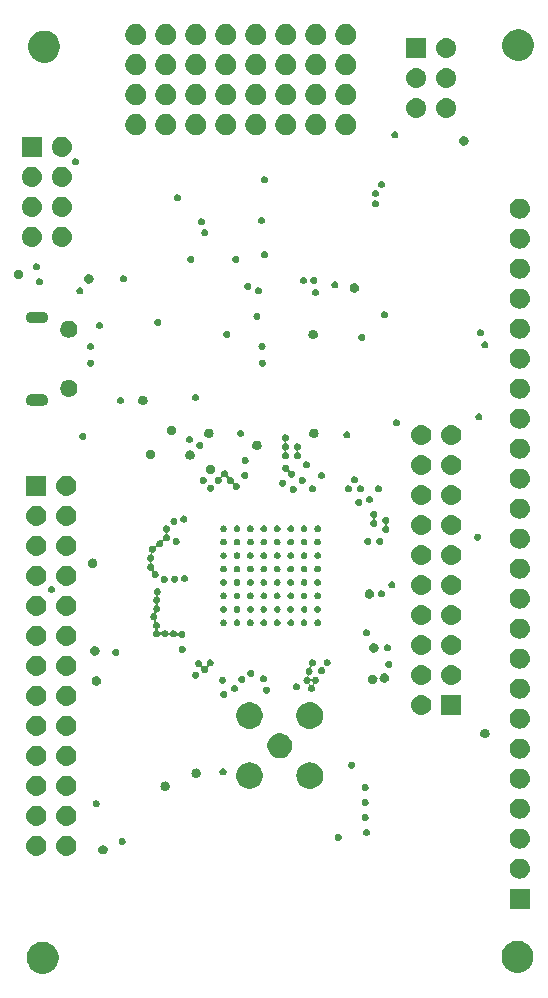
<source format=gbr>
%TF.GenerationSoftware,KiCad,Pcbnew,(5.0.2)-1*%
%TF.CreationDate,2021-04-28T15:39:28-07:00*%
%TF.ProjectId,Spock,53706f63-6b2e-46b6-9963-61645f706362,rev?*%
%TF.SameCoordinates,Original*%
%TF.FileFunction,Soldermask,Bot*%
%TF.FilePolarity,Negative*%
%FSLAX46Y46*%
G04 Gerber Fmt 4.6, Leading zero omitted, Abs format (unit mm)*
G04 Created by KiCad (PCBNEW (5.0.2)-1) date 4/28/2021 3:39:28 PM*
%MOMM*%
%LPD*%
G01*
G04 APERTURE LIST*
%ADD10C,0.100000*%
G04 APERTURE END LIST*
D10*
G36*
X192798778Y-136039279D02*
X193044466Y-136141046D01*
X193265578Y-136288789D01*
X193453611Y-136476822D01*
X193601354Y-136697934D01*
X193703121Y-136943622D01*
X193755000Y-137204435D01*
X193755000Y-137470365D01*
X193703121Y-137731178D01*
X193601354Y-137976866D01*
X193453611Y-138197978D01*
X193265578Y-138386011D01*
X193044466Y-138533754D01*
X192798778Y-138635521D01*
X192537965Y-138687400D01*
X192272035Y-138687400D01*
X192011222Y-138635521D01*
X191765534Y-138533754D01*
X191544422Y-138386011D01*
X191356389Y-138197978D01*
X191208646Y-137976866D01*
X191106879Y-137731178D01*
X191055000Y-137470365D01*
X191055000Y-137204435D01*
X191106879Y-136943622D01*
X191208646Y-136697934D01*
X191356389Y-136476822D01*
X191544422Y-136288789D01*
X191765534Y-136141046D01*
X192011222Y-136039279D01*
X192272035Y-135987400D01*
X192537965Y-135987400D01*
X192798778Y-136039279D01*
X192798778Y-136039279D01*
G37*
G36*
X233001898Y-135954389D02*
X233247586Y-136056156D01*
X233468698Y-136203899D01*
X233656731Y-136391932D01*
X233804474Y-136613044D01*
X233906241Y-136858732D01*
X233958120Y-137119545D01*
X233958120Y-137385475D01*
X233906241Y-137646288D01*
X233804474Y-137891976D01*
X233656731Y-138113088D01*
X233468698Y-138301121D01*
X233247586Y-138448864D01*
X233001898Y-138550631D01*
X232741085Y-138602510D01*
X232475155Y-138602510D01*
X232214342Y-138550631D01*
X231968654Y-138448864D01*
X231747542Y-138301121D01*
X231559509Y-138113088D01*
X231411766Y-137891976D01*
X231309999Y-137646288D01*
X231258120Y-137385475D01*
X231258120Y-137119545D01*
X231309999Y-136858732D01*
X231411766Y-136613044D01*
X231559509Y-136391932D01*
X231747542Y-136203899D01*
X231968654Y-136056156D01*
X232214342Y-135954389D01*
X232475155Y-135902510D01*
X232741085Y-135902510D01*
X233001898Y-135954389D01*
X233001898Y-135954389D01*
G37*
G36*
X233641000Y-133184000D02*
X231941000Y-133184000D01*
X231941000Y-131484000D01*
X233641000Y-131484000D01*
X233641000Y-133184000D01*
X233641000Y-133184000D01*
G37*
G36*
X232957630Y-128956299D02*
X233117855Y-129004903D01*
X233265520Y-129083831D01*
X233394949Y-129190051D01*
X233501169Y-129319480D01*
X233580097Y-129467145D01*
X233628701Y-129627370D01*
X233645112Y-129794000D01*
X233628701Y-129960630D01*
X233580097Y-130120855D01*
X233501169Y-130268520D01*
X233394949Y-130397949D01*
X233265520Y-130504169D01*
X233117855Y-130583097D01*
X232957630Y-130631701D01*
X232832752Y-130644000D01*
X232749248Y-130644000D01*
X232624370Y-130631701D01*
X232464145Y-130583097D01*
X232316480Y-130504169D01*
X232187051Y-130397949D01*
X232080831Y-130268520D01*
X232001903Y-130120855D01*
X231953299Y-129960630D01*
X231936888Y-129794000D01*
X231953299Y-129627370D01*
X232001903Y-129467145D01*
X232080831Y-129319480D01*
X232187051Y-129190051D01*
X232316480Y-129083831D01*
X232464145Y-129004903D01*
X232624370Y-128956299D01*
X232749248Y-128944000D01*
X232832752Y-128944000D01*
X232957630Y-128956299D01*
X232957630Y-128956299D01*
G37*
G36*
X194578230Y-127025899D02*
X194738455Y-127074503D01*
X194886120Y-127153431D01*
X195015549Y-127259651D01*
X195121769Y-127389080D01*
X195200697Y-127536745D01*
X195249301Y-127696970D01*
X195265712Y-127863600D01*
X195249301Y-128030230D01*
X195200697Y-128190455D01*
X195121769Y-128338120D01*
X195015549Y-128467549D01*
X194886120Y-128573769D01*
X194738455Y-128652697D01*
X194578230Y-128701301D01*
X194453352Y-128713600D01*
X194369848Y-128713600D01*
X194244970Y-128701301D01*
X194084745Y-128652697D01*
X193937080Y-128573769D01*
X193807651Y-128467549D01*
X193701431Y-128338120D01*
X193622503Y-128190455D01*
X193573899Y-128030230D01*
X193557488Y-127863600D01*
X193573899Y-127696970D01*
X193622503Y-127536745D01*
X193701431Y-127389080D01*
X193807651Y-127259651D01*
X193937080Y-127153431D01*
X194084745Y-127074503D01*
X194244970Y-127025899D01*
X194369848Y-127013600D01*
X194453352Y-127013600D01*
X194578230Y-127025899D01*
X194578230Y-127025899D01*
G37*
G36*
X192038230Y-127025899D02*
X192198455Y-127074503D01*
X192346120Y-127153431D01*
X192475549Y-127259651D01*
X192581769Y-127389080D01*
X192660697Y-127536745D01*
X192709301Y-127696970D01*
X192725712Y-127863600D01*
X192709301Y-128030230D01*
X192660697Y-128190455D01*
X192581769Y-128338120D01*
X192475549Y-128467549D01*
X192346120Y-128573769D01*
X192198455Y-128652697D01*
X192038230Y-128701301D01*
X191913352Y-128713600D01*
X191829848Y-128713600D01*
X191704970Y-128701301D01*
X191544745Y-128652697D01*
X191397080Y-128573769D01*
X191267651Y-128467549D01*
X191161431Y-128338120D01*
X191082503Y-128190455D01*
X191033899Y-128030230D01*
X191017488Y-127863600D01*
X191033899Y-127696970D01*
X191082503Y-127536745D01*
X191161431Y-127389080D01*
X191267651Y-127259651D01*
X191397080Y-127153431D01*
X191544745Y-127074503D01*
X191704970Y-127025899D01*
X191829848Y-127013600D01*
X191913352Y-127013600D01*
X192038230Y-127025899D01*
X192038230Y-127025899D01*
G37*
G36*
X197607213Y-127808000D02*
X197624758Y-127811490D01*
X197697550Y-127841641D01*
X197697553Y-127841643D01*
X197721957Y-127857949D01*
X197763071Y-127885421D01*
X197818779Y-127941129D01*
X197862559Y-128006650D01*
X197892710Y-128079442D01*
X197895149Y-128091701D01*
X197908082Y-128156722D01*
X197908082Y-128235514D01*
X197892710Y-128312794D01*
X197862559Y-128385586D01*
X197818779Y-128451107D01*
X197763071Y-128506815D01*
X197697550Y-128550595D01*
X197641602Y-128573769D01*
X197624758Y-128580746D01*
X197547479Y-128596118D01*
X197468685Y-128596118D01*
X197391406Y-128580746D01*
X197374562Y-128573769D01*
X197318614Y-128550595D01*
X197253093Y-128506815D01*
X197197385Y-128451107D01*
X197153605Y-128385586D01*
X197123454Y-128312794D01*
X197108082Y-128235514D01*
X197108082Y-128156722D01*
X197121016Y-128091701D01*
X197123454Y-128079442D01*
X197153605Y-128006650D01*
X197197385Y-127941129D01*
X197253093Y-127885421D01*
X197294208Y-127857949D01*
X197318611Y-127841643D01*
X197318614Y-127841641D01*
X197391406Y-127811490D01*
X197408951Y-127808000D01*
X197468685Y-127796118D01*
X197547479Y-127796118D01*
X197607213Y-127808000D01*
X197607213Y-127808000D01*
G37*
G36*
X232957630Y-126416299D02*
X233117855Y-126464903D01*
X233265520Y-126543831D01*
X233394949Y-126650051D01*
X233501169Y-126779480D01*
X233580097Y-126927145D01*
X233628701Y-127087370D01*
X233645112Y-127254000D01*
X233628701Y-127420630D01*
X233580097Y-127580855D01*
X233501169Y-127728520D01*
X233394949Y-127857949D01*
X233265520Y-127964169D01*
X233117855Y-128043097D01*
X232957630Y-128091701D01*
X232832752Y-128104000D01*
X232749248Y-128104000D01*
X232624370Y-128091701D01*
X232464145Y-128043097D01*
X232316480Y-127964169D01*
X232187051Y-127857949D01*
X232080831Y-127728520D01*
X232001903Y-127580855D01*
X231953299Y-127420630D01*
X231936888Y-127254000D01*
X231953299Y-127087370D01*
X232001903Y-126927145D01*
X232080831Y-126779480D01*
X232187051Y-126650051D01*
X232316480Y-126543831D01*
X232464145Y-126464903D01*
X232624370Y-126416299D01*
X232749248Y-126404000D01*
X232832752Y-126404000D01*
X232957630Y-126416299D01*
X232957630Y-126416299D01*
G37*
G36*
X199223507Y-127219528D02*
X199278103Y-127242143D01*
X199327239Y-127274974D01*
X199369026Y-127316761D01*
X199401857Y-127365897D01*
X199424472Y-127420493D01*
X199436000Y-127478453D01*
X199436000Y-127537547D01*
X199424472Y-127595507D01*
X199401857Y-127650103D01*
X199369026Y-127699239D01*
X199327239Y-127741026D01*
X199278103Y-127773857D01*
X199223507Y-127796472D01*
X199165547Y-127808000D01*
X199106453Y-127808000D01*
X199048493Y-127796472D01*
X198993897Y-127773857D01*
X198944761Y-127741026D01*
X198902974Y-127699239D01*
X198870143Y-127650103D01*
X198847528Y-127595507D01*
X198836000Y-127537547D01*
X198836000Y-127478453D01*
X198847528Y-127420493D01*
X198870143Y-127365897D01*
X198902974Y-127316761D01*
X198944761Y-127274974D01*
X198993897Y-127242143D01*
X199048493Y-127219528D01*
X199106453Y-127208000D01*
X199165547Y-127208000D01*
X199223507Y-127219528D01*
X199223507Y-127219528D01*
G37*
G36*
X217511507Y-126838528D02*
X217566103Y-126861143D01*
X217615239Y-126893974D01*
X217657026Y-126935761D01*
X217689857Y-126984897D01*
X217712472Y-127039493D01*
X217724000Y-127097453D01*
X217724000Y-127156547D01*
X217712472Y-127214507D01*
X217689857Y-127269103D01*
X217657026Y-127318239D01*
X217615239Y-127360026D01*
X217566103Y-127392857D01*
X217511507Y-127415472D01*
X217453547Y-127427000D01*
X217394453Y-127427000D01*
X217336493Y-127415472D01*
X217281897Y-127392857D01*
X217232761Y-127360026D01*
X217190974Y-127318239D01*
X217158143Y-127269103D01*
X217135528Y-127214507D01*
X217124000Y-127156547D01*
X217124000Y-127097453D01*
X217135528Y-127039493D01*
X217158143Y-126984897D01*
X217190974Y-126935761D01*
X217232761Y-126893974D01*
X217281897Y-126861143D01*
X217336493Y-126838528D01*
X217394453Y-126827000D01*
X217453547Y-126827000D01*
X217511507Y-126838528D01*
X217511507Y-126838528D01*
G37*
G36*
X219899107Y-126432128D02*
X219953703Y-126454743D01*
X220002839Y-126487574D01*
X220044626Y-126529361D01*
X220077457Y-126578497D01*
X220100072Y-126633093D01*
X220111600Y-126691053D01*
X220111600Y-126750147D01*
X220100072Y-126808107D01*
X220077457Y-126862703D01*
X220044626Y-126911839D01*
X220002839Y-126953626D01*
X219953703Y-126986457D01*
X219899107Y-127009072D01*
X219841147Y-127020600D01*
X219782053Y-127020600D01*
X219724093Y-127009072D01*
X219669497Y-126986457D01*
X219620361Y-126953626D01*
X219578574Y-126911839D01*
X219545743Y-126862703D01*
X219523128Y-126808107D01*
X219511600Y-126750147D01*
X219511600Y-126691053D01*
X219523128Y-126633093D01*
X219545743Y-126578497D01*
X219578574Y-126529361D01*
X219620361Y-126487574D01*
X219669497Y-126454743D01*
X219724093Y-126432128D01*
X219782053Y-126420600D01*
X219841147Y-126420600D01*
X219899107Y-126432128D01*
X219899107Y-126432128D01*
G37*
G36*
X192038230Y-124485899D02*
X192198455Y-124534503D01*
X192346120Y-124613431D01*
X192475549Y-124719651D01*
X192581769Y-124849080D01*
X192660697Y-124996745D01*
X192709301Y-125156970D01*
X192725712Y-125323600D01*
X192709301Y-125490230D01*
X192660697Y-125650455D01*
X192581769Y-125798120D01*
X192475549Y-125927549D01*
X192346120Y-126033769D01*
X192198455Y-126112697D01*
X192038230Y-126161301D01*
X191913352Y-126173600D01*
X191829848Y-126173600D01*
X191704970Y-126161301D01*
X191544745Y-126112697D01*
X191397080Y-126033769D01*
X191267651Y-125927549D01*
X191161431Y-125798120D01*
X191082503Y-125650455D01*
X191033899Y-125490230D01*
X191017488Y-125323600D01*
X191033899Y-125156970D01*
X191082503Y-124996745D01*
X191161431Y-124849080D01*
X191267651Y-124719651D01*
X191397080Y-124613431D01*
X191544745Y-124534503D01*
X191704970Y-124485899D01*
X191829848Y-124473600D01*
X191913352Y-124473600D01*
X192038230Y-124485899D01*
X192038230Y-124485899D01*
G37*
G36*
X194578230Y-124485899D02*
X194738455Y-124534503D01*
X194886120Y-124613431D01*
X195015549Y-124719651D01*
X195121769Y-124849080D01*
X195200697Y-124996745D01*
X195249301Y-125156970D01*
X195265712Y-125323600D01*
X195249301Y-125490230D01*
X195200697Y-125650455D01*
X195121769Y-125798120D01*
X195015549Y-125927549D01*
X194886120Y-126033769D01*
X194738455Y-126112697D01*
X194578230Y-126161301D01*
X194453352Y-126173600D01*
X194369848Y-126173600D01*
X194244970Y-126161301D01*
X194084745Y-126112697D01*
X193937080Y-126033769D01*
X193807651Y-125927549D01*
X193701431Y-125798120D01*
X193622503Y-125650455D01*
X193573899Y-125490230D01*
X193557488Y-125323600D01*
X193573899Y-125156970D01*
X193622503Y-124996745D01*
X193701431Y-124849080D01*
X193807651Y-124719651D01*
X193937080Y-124613431D01*
X194084745Y-124534503D01*
X194244970Y-124485899D01*
X194369848Y-124473600D01*
X194453352Y-124473600D01*
X194578230Y-124485899D01*
X194578230Y-124485899D01*
G37*
G36*
X219797507Y-125187528D02*
X219852103Y-125210143D01*
X219901239Y-125242974D01*
X219943026Y-125284761D01*
X219975857Y-125333897D01*
X219998472Y-125388493D01*
X220010000Y-125446453D01*
X220010000Y-125505547D01*
X219998472Y-125563507D01*
X219975857Y-125618103D01*
X219943026Y-125667239D01*
X219901239Y-125709026D01*
X219852103Y-125741857D01*
X219797507Y-125764472D01*
X219739547Y-125776000D01*
X219680453Y-125776000D01*
X219622493Y-125764472D01*
X219567897Y-125741857D01*
X219518761Y-125709026D01*
X219476974Y-125667239D01*
X219444143Y-125618103D01*
X219421528Y-125563507D01*
X219410000Y-125505547D01*
X219410000Y-125446453D01*
X219421528Y-125388493D01*
X219444143Y-125333897D01*
X219476974Y-125284761D01*
X219518761Y-125242974D01*
X219567897Y-125210143D01*
X219622493Y-125187528D01*
X219680453Y-125176000D01*
X219739547Y-125176000D01*
X219797507Y-125187528D01*
X219797507Y-125187528D01*
G37*
G36*
X232957630Y-123876299D02*
X233117855Y-123924903D01*
X233265520Y-124003831D01*
X233394949Y-124110051D01*
X233501169Y-124239480D01*
X233580097Y-124387145D01*
X233628701Y-124547370D01*
X233645112Y-124714000D01*
X233628701Y-124880630D01*
X233580097Y-125040855D01*
X233501169Y-125188520D01*
X233394949Y-125317949D01*
X233265520Y-125424169D01*
X233117855Y-125503097D01*
X232957630Y-125551701D01*
X232832752Y-125564000D01*
X232749248Y-125564000D01*
X232624370Y-125551701D01*
X232464145Y-125503097D01*
X232316480Y-125424169D01*
X232187051Y-125317949D01*
X232080831Y-125188520D01*
X232001903Y-125040855D01*
X231953299Y-124880630D01*
X231936888Y-124714000D01*
X231953299Y-124547370D01*
X232001903Y-124387145D01*
X232080831Y-124239480D01*
X232187051Y-124110051D01*
X232316480Y-124003831D01*
X232464145Y-123924903D01*
X232624370Y-123876299D01*
X232749248Y-123864000D01*
X232832752Y-123864000D01*
X232957630Y-123876299D01*
X232957630Y-123876299D01*
G37*
G36*
X197028906Y-124008927D02*
X197083502Y-124031542D01*
X197132638Y-124064373D01*
X197174425Y-124106160D01*
X197207256Y-124155296D01*
X197229871Y-124209892D01*
X197241399Y-124267852D01*
X197241399Y-124326946D01*
X197229871Y-124384906D01*
X197207256Y-124439502D01*
X197174425Y-124488638D01*
X197132638Y-124530425D01*
X197083502Y-124563256D01*
X197028906Y-124585871D01*
X196970946Y-124597399D01*
X196911852Y-124597399D01*
X196853892Y-124585871D01*
X196799296Y-124563256D01*
X196750160Y-124530425D01*
X196708373Y-124488638D01*
X196675542Y-124439502D01*
X196652927Y-124384906D01*
X196641399Y-124326946D01*
X196641399Y-124267852D01*
X196652927Y-124209892D01*
X196675542Y-124155296D01*
X196708373Y-124106160D01*
X196750160Y-124064373D01*
X196799296Y-124031542D01*
X196853892Y-124008927D01*
X196911852Y-123997399D01*
X196970946Y-123997399D01*
X197028906Y-124008927D01*
X197028906Y-124008927D01*
G37*
G36*
X219797507Y-123917528D02*
X219852103Y-123940143D01*
X219901239Y-123972974D01*
X219943026Y-124014761D01*
X219975857Y-124063897D01*
X219998472Y-124118493D01*
X220010000Y-124176453D01*
X220010000Y-124235547D01*
X219998472Y-124293507D01*
X219975857Y-124348103D01*
X219943026Y-124397239D01*
X219901239Y-124439026D01*
X219852103Y-124471857D01*
X219797507Y-124494472D01*
X219739547Y-124506000D01*
X219680453Y-124506000D01*
X219622493Y-124494472D01*
X219567897Y-124471857D01*
X219518761Y-124439026D01*
X219476974Y-124397239D01*
X219444143Y-124348103D01*
X219421528Y-124293507D01*
X219410000Y-124235547D01*
X219410000Y-124176453D01*
X219421528Y-124118493D01*
X219444143Y-124063897D01*
X219476974Y-124014761D01*
X219518761Y-123972974D01*
X219567897Y-123940143D01*
X219622493Y-123917528D01*
X219680453Y-123906000D01*
X219739547Y-123906000D01*
X219797507Y-123917528D01*
X219797507Y-123917528D01*
G37*
G36*
X192038230Y-121945899D02*
X192198455Y-121994503D01*
X192346120Y-122073431D01*
X192475549Y-122179651D01*
X192581769Y-122309080D01*
X192660697Y-122456745D01*
X192709301Y-122616970D01*
X192725712Y-122783600D01*
X192709301Y-122950230D01*
X192660697Y-123110455D01*
X192581769Y-123258120D01*
X192475549Y-123387549D01*
X192346120Y-123493769D01*
X192198455Y-123572697D01*
X192038230Y-123621301D01*
X191913352Y-123633600D01*
X191829848Y-123633600D01*
X191704970Y-123621301D01*
X191544745Y-123572697D01*
X191397080Y-123493769D01*
X191267651Y-123387549D01*
X191161431Y-123258120D01*
X191082503Y-123110455D01*
X191033899Y-122950230D01*
X191017488Y-122783600D01*
X191033899Y-122616970D01*
X191082503Y-122456745D01*
X191161431Y-122309080D01*
X191267651Y-122179651D01*
X191397080Y-122073431D01*
X191544745Y-121994503D01*
X191704970Y-121945899D01*
X191829848Y-121933600D01*
X191913352Y-121933600D01*
X192038230Y-121945899D01*
X192038230Y-121945899D01*
G37*
G36*
X194578230Y-121945899D02*
X194738455Y-121994503D01*
X194886120Y-122073431D01*
X195015549Y-122179651D01*
X195121769Y-122309080D01*
X195200697Y-122456745D01*
X195249301Y-122616970D01*
X195265712Y-122783600D01*
X195249301Y-122950230D01*
X195200697Y-123110455D01*
X195121769Y-123258120D01*
X195015549Y-123387549D01*
X194886120Y-123493769D01*
X194738455Y-123572697D01*
X194578230Y-123621301D01*
X194453352Y-123633600D01*
X194369848Y-123633600D01*
X194244970Y-123621301D01*
X194084745Y-123572697D01*
X193937080Y-123493769D01*
X193807651Y-123387549D01*
X193701431Y-123258120D01*
X193622503Y-123110455D01*
X193573899Y-122950230D01*
X193557488Y-122783600D01*
X193573899Y-122616970D01*
X193622503Y-122456745D01*
X193701431Y-122309080D01*
X193807651Y-122179651D01*
X193937080Y-122073431D01*
X194084745Y-121994503D01*
X194244970Y-121945899D01*
X194369848Y-121933600D01*
X194453352Y-121933600D01*
X194578230Y-121945899D01*
X194578230Y-121945899D01*
G37*
G36*
X219797507Y-122647528D02*
X219852103Y-122670143D01*
X219901239Y-122702974D01*
X219943026Y-122744761D01*
X219975857Y-122793897D01*
X219998472Y-122848493D01*
X220010000Y-122906453D01*
X220010000Y-122965547D01*
X219998472Y-123023507D01*
X219975857Y-123078103D01*
X219943026Y-123127239D01*
X219901239Y-123169026D01*
X219852103Y-123201857D01*
X219797507Y-123224472D01*
X219739547Y-123236000D01*
X219680453Y-123236000D01*
X219622493Y-123224472D01*
X219567897Y-123201857D01*
X219518761Y-123169026D01*
X219476974Y-123127239D01*
X219444143Y-123078103D01*
X219421528Y-123023507D01*
X219410000Y-122965547D01*
X219410000Y-122906453D01*
X219421528Y-122848493D01*
X219444143Y-122793897D01*
X219476974Y-122744761D01*
X219518761Y-122702974D01*
X219567897Y-122670143D01*
X219622493Y-122647528D01*
X219680453Y-122636000D01*
X219739547Y-122636000D01*
X219797507Y-122647528D01*
X219797507Y-122647528D01*
G37*
G36*
X202884876Y-122424372D02*
X202957668Y-122454523D01*
X203023189Y-122498303D01*
X203078897Y-122554011D01*
X203122677Y-122619532D01*
X203134684Y-122648520D01*
X203152828Y-122692324D01*
X203168200Y-122769603D01*
X203168200Y-122848397D01*
X203161084Y-122884169D01*
X203152828Y-122925676D01*
X203122677Y-122998468D01*
X203122675Y-122998471D01*
X203084904Y-123055000D01*
X203078897Y-123063989D01*
X203023189Y-123119697D01*
X202957668Y-123163477D01*
X202884876Y-123193628D01*
X202807597Y-123209000D01*
X202728803Y-123209000D01*
X202651524Y-123193628D01*
X202578732Y-123163477D01*
X202513211Y-123119697D01*
X202457503Y-123063989D01*
X202451497Y-123055000D01*
X202413725Y-122998471D01*
X202413723Y-122998468D01*
X202383572Y-122925676D01*
X202375316Y-122884169D01*
X202368200Y-122848397D01*
X202368200Y-122769603D01*
X202383572Y-122692324D01*
X202401716Y-122648520D01*
X202413723Y-122619532D01*
X202457503Y-122554011D01*
X202513211Y-122498303D01*
X202578732Y-122454523D01*
X202651524Y-122424372D01*
X202728803Y-122409000D01*
X202807597Y-122409000D01*
X202884876Y-122424372D01*
X202884876Y-122424372D01*
G37*
G36*
X215186140Y-120815808D02*
X215349150Y-120848233D01*
X215553887Y-120933038D01*
X215703036Y-121032697D01*
X215738148Y-121056158D01*
X215894842Y-121212852D01*
X215894844Y-121212855D01*
X216017962Y-121397113D01*
X216102767Y-121601850D01*
X216131439Y-121745995D01*
X216146000Y-121819196D01*
X216146000Y-122040804D01*
X216139510Y-122073431D01*
X216102767Y-122258150D01*
X216017962Y-122462887D01*
X215902291Y-122636000D01*
X215894842Y-122647148D01*
X215738148Y-122803842D01*
X215738145Y-122803844D01*
X215553887Y-122926962D01*
X215349150Y-123011767D01*
X215186140Y-123044192D01*
X215131804Y-123055000D01*
X214910196Y-123055000D01*
X214855860Y-123044192D01*
X214692850Y-123011767D01*
X214488113Y-122926962D01*
X214303855Y-122803844D01*
X214303852Y-122803842D01*
X214147158Y-122647148D01*
X214139709Y-122636000D01*
X214024038Y-122462887D01*
X213939233Y-122258150D01*
X213902490Y-122073431D01*
X213896000Y-122040804D01*
X213896000Y-121819196D01*
X213910561Y-121745995D01*
X213939233Y-121601850D01*
X214024038Y-121397113D01*
X214147156Y-121212855D01*
X214147158Y-121212852D01*
X214303852Y-121056158D01*
X214338964Y-121032697D01*
X214488113Y-120933038D01*
X214692850Y-120848233D01*
X214855860Y-120815808D01*
X214910196Y-120805000D01*
X215131804Y-120805000D01*
X215186140Y-120815808D01*
X215186140Y-120815808D01*
G37*
G36*
X210086140Y-120815808D02*
X210249150Y-120848233D01*
X210453887Y-120933038D01*
X210603036Y-121032697D01*
X210638148Y-121056158D01*
X210794842Y-121212852D01*
X210794844Y-121212855D01*
X210917962Y-121397113D01*
X211002767Y-121601850D01*
X211031439Y-121745995D01*
X211046000Y-121819196D01*
X211046000Y-122040804D01*
X211039510Y-122073431D01*
X211002767Y-122258150D01*
X210917962Y-122462887D01*
X210802291Y-122636000D01*
X210794842Y-122647148D01*
X210638148Y-122803842D01*
X210638145Y-122803844D01*
X210453887Y-122926962D01*
X210249150Y-123011767D01*
X210086140Y-123044192D01*
X210031804Y-123055000D01*
X209810196Y-123055000D01*
X209755860Y-123044192D01*
X209592850Y-123011767D01*
X209388113Y-122926962D01*
X209203855Y-122803844D01*
X209203852Y-122803842D01*
X209047158Y-122647148D01*
X209039709Y-122636000D01*
X208924038Y-122462887D01*
X208839233Y-122258150D01*
X208802490Y-122073431D01*
X208796000Y-122040804D01*
X208796000Y-121819196D01*
X208810561Y-121745995D01*
X208839233Y-121601850D01*
X208924038Y-121397113D01*
X209047156Y-121212855D01*
X209047158Y-121212852D01*
X209203852Y-121056158D01*
X209238964Y-121032697D01*
X209388113Y-120933038D01*
X209592850Y-120848233D01*
X209755860Y-120815808D01*
X209810196Y-120805000D01*
X210031804Y-120805000D01*
X210086140Y-120815808D01*
X210086140Y-120815808D01*
G37*
G36*
X232957630Y-121336299D02*
X233117855Y-121384903D01*
X233265520Y-121463831D01*
X233394949Y-121570051D01*
X233501169Y-121699480D01*
X233580097Y-121847145D01*
X233628701Y-122007370D01*
X233645112Y-122174000D01*
X233628701Y-122340630D01*
X233580097Y-122500855D01*
X233501169Y-122648520D01*
X233394949Y-122777949D01*
X233265520Y-122884169D01*
X233117855Y-122963097D01*
X232957630Y-123011701D01*
X232832752Y-123024000D01*
X232749248Y-123024000D01*
X232624370Y-123011701D01*
X232464145Y-122963097D01*
X232316480Y-122884169D01*
X232187051Y-122777949D01*
X232080831Y-122648520D01*
X232001903Y-122500855D01*
X231953299Y-122340630D01*
X231936888Y-122174000D01*
X231953299Y-122007370D01*
X232001903Y-121847145D01*
X232080831Y-121699480D01*
X232187051Y-121570051D01*
X232316480Y-121463831D01*
X232464145Y-121384903D01*
X232624370Y-121336299D01*
X232749248Y-121324000D01*
X232832752Y-121324000D01*
X232957630Y-121336299D01*
X232957630Y-121336299D01*
G37*
G36*
X205503707Y-121319471D02*
X205516275Y-121321971D01*
X205589067Y-121352122D01*
X205589070Y-121352124D01*
X205615038Y-121369475D01*
X205654588Y-121395902D01*
X205710296Y-121451610D01*
X205710298Y-121451613D01*
X205710299Y-121451614D01*
X205718462Y-121463831D01*
X205754076Y-121517131D01*
X205784227Y-121589923D01*
X205799599Y-121667203D01*
X205799599Y-121745995D01*
X205784227Y-121823275D01*
X205754076Y-121896067D01*
X205754074Y-121896070D01*
X205720779Y-121945900D01*
X205710296Y-121961588D01*
X205654588Y-122017296D01*
X205589067Y-122061076D01*
X205516275Y-122091227D01*
X205438996Y-122106599D01*
X205360202Y-122106599D01*
X205282923Y-122091227D01*
X205210131Y-122061076D01*
X205144610Y-122017296D01*
X205088902Y-121961588D01*
X205078420Y-121945900D01*
X205045124Y-121896070D01*
X205045122Y-121896067D01*
X205014971Y-121823275D01*
X204999599Y-121745995D01*
X204999599Y-121667203D01*
X205014971Y-121589923D01*
X205045122Y-121517131D01*
X205080736Y-121463831D01*
X205088899Y-121451614D01*
X205088900Y-121451613D01*
X205088902Y-121451610D01*
X205144610Y-121395902D01*
X205184161Y-121369475D01*
X205210128Y-121352124D01*
X205210131Y-121352122D01*
X205282923Y-121321971D01*
X205295491Y-121319471D01*
X205360202Y-121306599D01*
X205438996Y-121306599D01*
X205503707Y-121319471D01*
X205503707Y-121319471D01*
G37*
G36*
X207757907Y-121314028D02*
X207812503Y-121336643D01*
X207861639Y-121369474D01*
X207903426Y-121411261D01*
X207936257Y-121460397D01*
X207958872Y-121514993D01*
X207970400Y-121572953D01*
X207970400Y-121632047D01*
X207958872Y-121690007D01*
X207936257Y-121744603D01*
X207903426Y-121793739D01*
X207861639Y-121835526D01*
X207812503Y-121868357D01*
X207757907Y-121890972D01*
X207699947Y-121902500D01*
X207640853Y-121902500D01*
X207582893Y-121890972D01*
X207528297Y-121868357D01*
X207479161Y-121835526D01*
X207437374Y-121793739D01*
X207404543Y-121744603D01*
X207381928Y-121690007D01*
X207370400Y-121632047D01*
X207370400Y-121572953D01*
X207381928Y-121514993D01*
X207404543Y-121460397D01*
X207437374Y-121411261D01*
X207479161Y-121369474D01*
X207528297Y-121336643D01*
X207582893Y-121314028D01*
X207640853Y-121302500D01*
X207699947Y-121302500D01*
X207757907Y-121314028D01*
X207757907Y-121314028D01*
G37*
G36*
X218654507Y-120742528D02*
X218709103Y-120765143D01*
X218758239Y-120797974D01*
X218800026Y-120839761D01*
X218832857Y-120888897D01*
X218855472Y-120943493D01*
X218867000Y-121001453D01*
X218867000Y-121060547D01*
X218855472Y-121118507D01*
X218832857Y-121173103D01*
X218800026Y-121222239D01*
X218758239Y-121264026D01*
X218709103Y-121296857D01*
X218654507Y-121319472D01*
X218596547Y-121331000D01*
X218537453Y-121331000D01*
X218479493Y-121319472D01*
X218424897Y-121296857D01*
X218375761Y-121264026D01*
X218333974Y-121222239D01*
X218301143Y-121173103D01*
X218278528Y-121118507D01*
X218267000Y-121060547D01*
X218267000Y-121001453D01*
X218278528Y-120943493D01*
X218301143Y-120888897D01*
X218333974Y-120839761D01*
X218375761Y-120797974D01*
X218424897Y-120765143D01*
X218479493Y-120742528D01*
X218537453Y-120731000D01*
X218596547Y-120731000D01*
X218654507Y-120742528D01*
X218654507Y-120742528D01*
G37*
G36*
X194578230Y-119405899D02*
X194738455Y-119454503D01*
X194886120Y-119533431D01*
X195015549Y-119639651D01*
X195121769Y-119769080D01*
X195200697Y-119916745D01*
X195249301Y-120076970D01*
X195265712Y-120243600D01*
X195249301Y-120410230D01*
X195200697Y-120570455D01*
X195121769Y-120718120D01*
X195015549Y-120847549D01*
X194886120Y-120953769D01*
X194738455Y-121032697D01*
X194578230Y-121081301D01*
X194453352Y-121093600D01*
X194369848Y-121093600D01*
X194244970Y-121081301D01*
X194084745Y-121032697D01*
X193937080Y-120953769D01*
X193807651Y-120847549D01*
X193701431Y-120718120D01*
X193622503Y-120570455D01*
X193573899Y-120410230D01*
X193557488Y-120243600D01*
X193573899Y-120076970D01*
X193622503Y-119916745D01*
X193701431Y-119769080D01*
X193807651Y-119639651D01*
X193937080Y-119533431D01*
X194084745Y-119454503D01*
X194244970Y-119405899D01*
X194369848Y-119393600D01*
X194453352Y-119393600D01*
X194578230Y-119405899D01*
X194578230Y-119405899D01*
G37*
G36*
X192038230Y-119405899D02*
X192198455Y-119454503D01*
X192346120Y-119533431D01*
X192475549Y-119639651D01*
X192581769Y-119769080D01*
X192660697Y-119916745D01*
X192709301Y-120076970D01*
X192725712Y-120243600D01*
X192709301Y-120410230D01*
X192660697Y-120570455D01*
X192581769Y-120718120D01*
X192475549Y-120847549D01*
X192346120Y-120953769D01*
X192198455Y-121032697D01*
X192038230Y-121081301D01*
X191913352Y-121093600D01*
X191829848Y-121093600D01*
X191704970Y-121081301D01*
X191544745Y-121032697D01*
X191397080Y-120953769D01*
X191267651Y-120847549D01*
X191161431Y-120718120D01*
X191082503Y-120570455D01*
X191033899Y-120410230D01*
X191017488Y-120243600D01*
X191033899Y-120076970D01*
X191082503Y-119916745D01*
X191161431Y-119769080D01*
X191267651Y-119639651D01*
X191397080Y-119533431D01*
X191544745Y-119454503D01*
X191704970Y-119405899D01*
X191829848Y-119393600D01*
X191913352Y-119393600D01*
X192038230Y-119405899D01*
X192038230Y-119405899D01*
G37*
G36*
X232957630Y-118796299D02*
X233117855Y-118844903D01*
X233265520Y-118923831D01*
X233394949Y-119030051D01*
X233501169Y-119159480D01*
X233580097Y-119307145D01*
X233628701Y-119467370D01*
X233645112Y-119634000D01*
X233628701Y-119800630D01*
X233580097Y-119960855D01*
X233501169Y-120108520D01*
X233394949Y-120237949D01*
X233265520Y-120344169D01*
X233117855Y-120423097D01*
X232957630Y-120471701D01*
X232832752Y-120484000D01*
X232749248Y-120484000D01*
X232624370Y-120471701D01*
X232464145Y-120423097D01*
X232316480Y-120344169D01*
X232187051Y-120237949D01*
X232080831Y-120108520D01*
X232001903Y-119960855D01*
X231953299Y-119800630D01*
X231936888Y-119634000D01*
X231953299Y-119467370D01*
X232001903Y-119307145D01*
X232080831Y-119159480D01*
X232187051Y-119030051D01*
X232316480Y-118923831D01*
X232464145Y-118844903D01*
X232624370Y-118796299D01*
X232749248Y-118784000D01*
X232832752Y-118784000D01*
X232957630Y-118796299D01*
X232957630Y-118796299D01*
G37*
G36*
X212596888Y-118334470D02*
X212777274Y-118370350D01*
X212968362Y-118449502D01*
X213140336Y-118564411D01*
X213286589Y-118710664D01*
X213401498Y-118882638D01*
X213480650Y-119073726D01*
X213521000Y-119276584D01*
X213521000Y-119483416D01*
X213480650Y-119686274D01*
X213401498Y-119877362D01*
X213286589Y-120049336D01*
X213140336Y-120195589D01*
X212968362Y-120310498D01*
X212777274Y-120389650D01*
X212596888Y-120425530D01*
X212574417Y-120430000D01*
X212367583Y-120430000D01*
X212345112Y-120425530D01*
X212164726Y-120389650D01*
X211973638Y-120310498D01*
X211801664Y-120195589D01*
X211655411Y-120049336D01*
X211540502Y-119877362D01*
X211461350Y-119686274D01*
X211421000Y-119483416D01*
X211421000Y-119276584D01*
X211461350Y-119073726D01*
X211540502Y-118882638D01*
X211655411Y-118710664D01*
X211801664Y-118564411D01*
X211973638Y-118449502D01*
X212164726Y-118370350D01*
X212345112Y-118334470D01*
X212367583Y-118330000D01*
X212574417Y-118330000D01*
X212596888Y-118334470D01*
X212596888Y-118334470D01*
G37*
G36*
X229911144Y-117944000D02*
X229961276Y-117953972D01*
X230034068Y-117984123D01*
X230099589Y-118027903D01*
X230155297Y-118083611D01*
X230199077Y-118149132D01*
X230211084Y-118178120D01*
X230229228Y-118221924D01*
X230244600Y-118299203D01*
X230244600Y-118377997D01*
X230237484Y-118413769D01*
X230229228Y-118455276D01*
X230199077Y-118528068D01*
X230155297Y-118593589D01*
X230099589Y-118649297D01*
X230034068Y-118693077D01*
X229961276Y-118723228D01*
X229883997Y-118738600D01*
X229805203Y-118738600D01*
X229727924Y-118723228D01*
X229655132Y-118693077D01*
X229589611Y-118649297D01*
X229533903Y-118593589D01*
X229490123Y-118528068D01*
X229459972Y-118455276D01*
X229451716Y-118413769D01*
X229444600Y-118377997D01*
X229444600Y-118299203D01*
X229459972Y-118221924D01*
X229478116Y-118178120D01*
X229490123Y-118149132D01*
X229533903Y-118083611D01*
X229589611Y-118027903D01*
X229655132Y-117984123D01*
X229727924Y-117953972D01*
X229778056Y-117944000D01*
X229805203Y-117938600D01*
X229883997Y-117938600D01*
X229911144Y-117944000D01*
X229911144Y-117944000D01*
G37*
G36*
X194578230Y-116865899D02*
X194738455Y-116914503D01*
X194886120Y-116993431D01*
X195015549Y-117099651D01*
X195121769Y-117229080D01*
X195200697Y-117376745D01*
X195249301Y-117536970D01*
X195265712Y-117703600D01*
X195249301Y-117870230D01*
X195200697Y-118030455D01*
X195121769Y-118178120D01*
X195015549Y-118307549D01*
X194886120Y-118413769D01*
X194738455Y-118492697D01*
X194578230Y-118541301D01*
X194453352Y-118553600D01*
X194369848Y-118553600D01*
X194244970Y-118541301D01*
X194084745Y-118492697D01*
X193937080Y-118413769D01*
X193807651Y-118307549D01*
X193701431Y-118178120D01*
X193622503Y-118030455D01*
X193573899Y-117870230D01*
X193557488Y-117703600D01*
X193573899Y-117536970D01*
X193622503Y-117376745D01*
X193701431Y-117229080D01*
X193807651Y-117099651D01*
X193937080Y-116993431D01*
X194084745Y-116914503D01*
X194244970Y-116865899D01*
X194369848Y-116853600D01*
X194453352Y-116853600D01*
X194578230Y-116865899D01*
X194578230Y-116865899D01*
G37*
G36*
X192038230Y-116865899D02*
X192198455Y-116914503D01*
X192346120Y-116993431D01*
X192475549Y-117099651D01*
X192581769Y-117229080D01*
X192660697Y-117376745D01*
X192709301Y-117536970D01*
X192725712Y-117703600D01*
X192709301Y-117870230D01*
X192660697Y-118030455D01*
X192581769Y-118178120D01*
X192475549Y-118307549D01*
X192346120Y-118413769D01*
X192198455Y-118492697D01*
X192038230Y-118541301D01*
X191913352Y-118553600D01*
X191829848Y-118553600D01*
X191704970Y-118541301D01*
X191544745Y-118492697D01*
X191397080Y-118413769D01*
X191267651Y-118307549D01*
X191161431Y-118178120D01*
X191082503Y-118030455D01*
X191033899Y-117870230D01*
X191017488Y-117703600D01*
X191033899Y-117536970D01*
X191082503Y-117376745D01*
X191161431Y-117229080D01*
X191267651Y-117099651D01*
X191397080Y-116993431D01*
X191544745Y-116914503D01*
X191704970Y-116865899D01*
X191829848Y-116853600D01*
X191913352Y-116853600D01*
X192038230Y-116865899D01*
X192038230Y-116865899D01*
G37*
G36*
X215186140Y-115715808D02*
X215349150Y-115748233D01*
X215553887Y-115833038D01*
X215553888Y-115833039D01*
X215738148Y-115956158D01*
X215894842Y-116112852D01*
X215894844Y-116112855D01*
X216017962Y-116297113D01*
X216102767Y-116501850D01*
X216146000Y-116719197D01*
X216146000Y-116940803D01*
X216102767Y-117158150D01*
X216017962Y-117362887D01*
X216017961Y-117362888D01*
X215894842Y-117547148D01*
X215738148Y-117703842D01*
X215738145Y-117703844D01*
X215553887Y-117826962D01*
X215349150Y-117911767D01*
X215214251Y-117938600D01*
X215131804Y-117955000D01*
X214910196Y-117955000D01*
X214827749Y-117938600D01*
X214692850Y-117911767D01*
X214488113Y-117826962D01*
X214303855Y-117703844D01*
X214303852Y-117703842D01*
X214147158Y-117547148D01*
X214024039Y-117362888D01*
X214024038Y-117362887D01*
X213939233Y-117158150D01*
X213896000Y-116940803D01*
X213896000Y-116719197D01*
X213939233Y-116501850D01*
X214024038Y-116297113D01*
X214147156Y-116112855D01*
X214147158Y-116112852D01*
X214303852Y-115956158D01*
X214488112Y-115833039D01*
X214488113Y-115833038D01*
X214692850Y-115748233D01*
X214855860Y-115715808D01*
X214910196Y-115705000D01*
X215131804Y-115705000D01*
X215186140Y-115715808D01*
X215186140Y-115715808D01*
G37*
G36*
X210086140Y-115715808D02*
X210249150Y-115748233D01*
X210453887Y-115833038D01*
X210453888Y-115833039D01*
X210638148Y-115956158D01*
X210794842Y-116112852D01*
X210794844Y-116112855D01*
X210917962Y-116297113D01*
X211002767Y-116501850D01*
X211046000Y-116719197D01*
X211046000Y-116940803D01*
X211002767Y-117158150D01*
X210917962Y-117362887D01*
X210917961Y-117362888D01*
X210794842Y-117547148D01*
X210638148Y-117703842D01*
X210638145Y-117703844D01*
X210453887Y-117826962D01*
X210249150Y-117911767D01*
X210114251Y-117938600D01*
X210031804Y-117955000D01*
X209810196Y-117955000D01*
X209727749Y-117938600D01*
X209592850Y-117911767D01*
X209388113Y-117826962D01*
X209203855Y-117703844D01*
X209203852Y-117703842D01*
X209047158Y-117547148D01*
X208924039Y-117362888D01*
X208924038Y-117362887D01*
X208839233Y-117158150D01*
X208796000Y-116940803D01*
X208796000Y-116719197D01*
X208839233Y-116501850D01*
X208924038Y-116297113D01*
X209047156Y-116112855D01*
X209047158Y-116112852D01*
X209203852Y-115956158D01*
X209388112Y-115833039D01*
X209388113Y-115833038D01*
X209592850Y-115748233D01*
X209755860Y-115715808D01*
X209810196Y-115705000D01*
X210031804Y-115705000D01*
X210086140Y-115715808D01*
X210086140Y-115715808D01*
G37*
G36*
X232957630Y-116256299D02*
X233117855Y-116304903D01*
X233265520Y-116383831D01*
X233394949Y-116490051D01*
X233501169Y-116619480D01*
X233580097Y-116767145D01*
X233628701Y-116927370D01*
X233645112Y-117094000D01*
X233628701Y-117260630D01*
X233580097Y-117420855D01*
X233501169Y-117568520D01*
X233394949Y-117697949D01*
X233265520Y-117804169D01*
X233117855Y-117883097D01*
X232957630Y-117931701D01*
X232832752Y-117944000D01*
X232749248Y-117944000D01*
X232624370Y-117931701D01*
X232464145Y-117883097D01*
X232316480Y-117804169D01*
X232187051Y-117697949D01*
X232080831Y-117568520D01*
X232001903Y-117420855D01*
X231953299Y-117260630D01*
X231936888Y-117094000D01*
X231953299Y-116927370D01*
X232001903Y-116767145D01*
X232080831Y-116619480D01*
X232187051Y-116490051D01*
X232316480Y-116383831D01*
X232464145Y-116304903D01*
X232624370Y-116256299D01*
X232749248Y-116244000D01*
X232832752Y-116244000D01*
X232957630Y-116256299D01*
X232957630Y-116256299D01*
G37*
G36*
X227849800Y-116801000D02*
X226149800Y-116801000D01*
X226149800Y-115101000D01*
X227849800Y-115101000D01*
X227849800Y-116801000D01*
X227849800Y-116801000D01*
G37*
G36*
X224626430Y-115113299D02*
X224786655Y-115161903D01*
X224934320Y-115240831D01*
X225063749Y-115347051D01*
X225169969Y-115476480D01*
X225248897Y-115624145D01*
X225297501Y-115784370D01*
X225313912Y-115951000D01*
X225297501Y-116117630D01*
X225248897Y-116277855D01*
X225169969Y-116425520D01*
X225063749Y-116554949D01*
X224934320Y-116661169D01*
X224786655Y-116740097D01*
X224626430Y-116788701D01*
X224501552Y-116801000D01*
X224418048Y-116801000D01*
X224293170Y-116788701D01*
X224132945Y-116740097D01*
X223985280Y-116661169D01*
X223855851Y-116554949D01*
X223749631Y-116425520D01*
X223670703Y-116277855D01*
X223622099Y-116117630D01*
X223605688Y-115951000D01*
X223622099Y-115784370D01*
X223670703Y-115624145D01*
X223749631Y-115476480D01*
X223855851Y-115347051D01*
X223985280Y-115240831D01*
X224132945Y-115161903D01*
X224293170Y-115113299D01*
X224418048Y-115101000D01*
X224501552Y-115101000D01*
X224626430Y-115113299D01*
X224626430Y-115113299D01*
G37*
G36*
X194578230Y-114325899D02*
X194738455Y-114374503D01*
X194886120Y-114453431D01*
X195015549Y-114559651D01*
X195121769Y-114689080D01*
X195200697Y-114836745D01*
X195249301Y-114996970D01*
X195265712Y-115163600D01*
X195249301Y-115330230D01*
X195200697Y-115490455D01*
X195121769Y-115638120D01*
X195015549Y-115767549D01*
X194886120Y-115873769D01*
X194738455Y-115952697D01*
X194578230Y-116001301D01*
X194453352Y-116013600D01*
X194369848Y-116013600D01*
X194244970Y-116001301D01*
X194084745Y-115952697D01*
X193937080Y-115873769D01*
X193807651Y-115767549D01*
X193701431Y-115638120D01*
X193622503Y-115490455D01*
X193573899Y-115330230D01*
X193557488Y-115163600D01*
X193573899Y-114996970D01*
X193622503Y-114836745D01*
X193701431Y-114689080D01*
X193807651Y-114559651D01*
X193937080Y-114453431D01*
X194084745Y-114374503D01*
X194244970Y-114325899D01*
X194369848Y-114313600D01*
X194453352Y-114313600D01*
X194578230Y-114325899D01*
X194578230Y-114325899D01*
G37*
G36*
X192038230Y-114325899D02*
X192198455Y-114374503D01*
X192346120Y-114453431D01*
X192475549Y-114559651D01*
X192581769Y-114689080D01*
X192660697Y-114836745D01*
X192709301Y-114996970D01*
X192725712Y-115163600D01*
X192709301Y-115330230D01*
X192660697Y-115490455D01*
X192581769Y-115638120D01*
X192475549Y-115767549D01*
X192346120Y-115873769D01*
X192198455Y-115952697D01*
X192038230Y-116001301D01*
X191913352Y-116013600D01*
X191829848Y-116013600D01*
X191704970Y-116001301D01*
X191544745Y-115952697D01*
X191397080Y-115873769D01*
X191267651Y-115767549D01*
X191161431Y-115638120D01*
X191082503Y-115490455D01*
X191033899Y-115330230D01*
X191017488Y-115163600D01*
X191033899Y-114996970D01*
X191082503Y-114836745D01*
X191161431Y-114689080D01*
X191267651Y-114559651D01*
X191397080Y-114453431D01*
X191544745Y-114374503D01*
X191704970Y-114325899D01*
X191829848Y-114313600D01*
X191913352Y-114313600D01*
X192038230Y-114325899D01*
X192038230Y-114325899D01*
G37*
G36*
X232957630Y-113716299D02*
X233117855Y-113764903D01*
X233265520Y-113843831D01*
X233394949Y-113950051D01*
X233501169Y-114079480D01*
X233580097Y-114227145D01*
X233628701Y-114387370D01*
X233645112Y-114554000D01*
X233628701Y-114720630D01*
X233580097Y-114880855D01*
X233501169Y-115028520D01*
X233394949Y-115157949D01*
X233265520Y-115264169D01*
X233117855Y-115343097D01*
X232957630Y-115391701D01*
X232832752Y-115404000D01*
X232749248Y-115404000D01*
X232624370Y-115391701D01*
X232464145Y-115343097D01*
X232316480Y-115264169D01*
X232187051Y-115157949D01*
X232080831Y-115028520D01*
X232001903Y-114880855D01*
X231953299Y-114720630D01*
X231936888Y-114554000D01*
X231953299Y-114387370D01*
X232001903Y-114227145D01*
X232080831Y-114079480D01*
X232187051Y-113950051D01*
X232316480Y-113843831D01*
X232464145Y-113764903D01*
X232624370Y-113716299D01*
X232749248Y-113704000D01*
X232832752Y-113704000D01*
X232957630Y-113716299D01*
X232957630Y-113716299D01*
G37*
G36*
X207834107Y-114748128D02*
X207888703Y-114770743D01*
X207937839Y-114803574D01*
X207979626Y-114845361D01*
X208012457Y-114894497D01*
X208035072Y-114949093D01*
X208046600Y-115007053D01*
X208046600Y-115066147D01*
X208035072Y-115124107D01*
X208012457Y-115178703D01*
X207979626Y-115227839D01*
X207937839Y-115269626D01*
X207888703Y-115302457D01*
X207834107Y-115325072D01*
X207776147Y-115336600D01*
X207717053Y-115336600D01*
X207659093Y-115325072D01*
X207604497Y-115302457D01*
X207555361Y-115269626D01*
X207513574Y-115227839D01*
X207480743Y-115178703D01*
X207458128Y-115124107D01*
X207446600Y-115066147D01*
X207446600Y-115007053D01*
X207458128Y-114949093D01*
X207480743Y-114894497D01*
X207513574Y-114845361D01*
X207555361Y-114803574D01*
X207604497Y-114770743D01*
X207659093Y-114748128D01*
X207717053Y-114736600D01*
X207776147Y-114736600D01*
X207834107Y-114748128D01*
X207834107Y-114748128D01*
G37*
G36*
X211440907Y-114392528D02*
X211495503Y-114415143D01*
X211544639Y-114447974D01*
X211586426Y-114489761D01*
X211619257Y-114538897D01*
X211641872Y-114593493D01*
X211653400Y-114651453D01*
X211653400Y-114710547D01*
X211641872Y-114768507D01*
X211619257Y-114823103D01*
X211586426Y-114872239D01*
X211544639Y-114914026D01*
X211495503Y-114946857D01*
X211440907Y-114969472D01*
X211382947Y-114981000D01*
X211323853Y-114981000D01*
X211265893Y-114969472D01*
X211211297Y-114946857D01*
X211162161Y-114914026D01*
X211120374Y-114872239D01*
X211087543Y-114823103D01*
X211064928Y-114768507D01*
X211053400Y-114710547D01*
X211053400Y-114651453D01*
X211064928Y-114593493D01*
X211087543Y-114538897D01*
X211120374Y-114489761D01*
X211162161Y-114447974D01*
X211211297Y-114415143D01*
X211265893Y-114392528D01*
X211323853Y-114381000D01*
X211382947Y-114381000D01*
X211440907Y-114392528D01*
X211440907Y-114392528D01*
G37*
G36*
X208723107Y-114240128D02*
X208777703Y-114262743D01*
X208826839Y-114295574D01*
X208868626Y-114337361D01*
X208901457Y-114386497D01*
X208924072Y-114441093D01*
X208935600Y-114499053D01*
X208935600Y-114558147D01*
X208924072Y-114616107D01*
X208901457Y-114670703D01*
X208868626Y-114719839D01*
X208826839Y-114761626D01*
X208777703Y-114794457D01*
X208723107Y-114817072D01*
X208665147Y-114828600D01*
X208606053Y-114828600D01*
X208548093Y-114817072D01*
X208493497Y-114794457D01*
X208444361Y-114761626D01*
X208402574Y-114719839D01*
X208369743Y-114670703D01*
X208347128Y-114616107D01*
X208335600Y-114558147D01*
X208335600Y-114499053D01*
X208347128Y-114441093D01*
X208369743Y-114386497D01*
X208402574Y-114337361D01*
X208444361Y-114295574D01*
X208493497Y-114262743D01*
X208548093Y-114240128D01*
X208606053Y-114228600D01*
X208665147Y-114228600D01*
X208723107Y-114240128D01*
X208723107Y-114240128D01*
G37*
G36*
X215327107Y-112081128D02*
X215381703Y-112103743D01*
X215430839Y-112136574D01*
X215472626Y-112178361D01*
X215505457Y-112227497D01*
X215528072Y-112282093D01*
X215539600Y-112340053D01*
X215539600Y-112399147D01*
X215528072Y-112457107D01*
X215505457Y-112511703D01*
X215472626Y-112560839D01*
X215430839Y-112602626D01*
X215381703Y-112635457D01*
X215327107Y-112658072D01*
X215280997Y-112667243D01*
X215263367Y-112670750D01*
X215250654Y-112672002D01*
X215227205Y-112679115D01*
X215205594Y-112690666D01*
X215186652Y-112706212D01*
X215171106Y-112725154D01*
X215159555Y-112746765D01*
X215152442Y-112770214D01*
X215150040Y-112794600D01*
X215152442Y-112818986D01*
X215159555Y-112842435D01*
X215171106Y-112864046D01*
X215186647Y-112882982D01*
X215193226Y-112889561D01*
X215226057Y-112938697D01*
X215248672Y-112993293D01*
X215260200Y-113051253D01*
X215260200Y-113110347D01*
X215248672Y-113168307D01*
X215226057Y-113222903D01*
X215193226Y-113272039D01*
X215151439Y-113313826D01*
X215102303Y-113346657D01*
X215047707Y-113369272D01*
X215009235Y-113376924D01*
X214985789Y-113384037D01*
X214964179Y-113395588D01*
X214945237Y-113411134D01*
X214929692Y-113430076D01*
X214918141Y-113451687D01*
X214911028Y-113475136D01*
X214908626Y-113499522D01*
X214911028Y-113523909D01*
X214918142Y-113547358D01*
X214929693Y-113568968D01*
X214945239Y-113587910D01*
X214964173Y-113603449D01*
X214973639Y-113609774D01*
X215015426Y-113651561D01*
X215033822Y-113679093D01*
X215046767Y-113698467D01*
X215062312Y-113717409D01*
X215081254Y-113732954D01*
X215102865Y-113744505D01*
X215126315Y-113751618D01*
X215150701Y-113754020D01*
X215175087Y-113751618D01*
X215198536Y-113744505D01*
X215220147Y-113732953D01*
X215239089Y-113717408D01*
X215254633Y-113698467D01*
X215267578Y-113679093D01*
X215285974Y-113651561D01*
X215327761Y-113609774D01*
X215376897Y-113576943D01*
X215431493Y-113554328D01*
X215489453Y-113542800D01*
X215548547Y-113542800D01*
X215606507Y-113554328D01*
X215661103Y-113576943D01*
X215710239Y-113609774D01*
X215752026Y-113651561D01*
X215784857Y-113700697D01*
X215807472Y-113755293D01*
X215819000Y-113813253D01*
X215819000Y-113872347D01*
X215807472Y-113930307D01*
X215784857Y-113984903D01*
X215752026Y-114034039D01*
X215710239Y-114075826D01*
X215661103Y-114108657D01*
X215606507Y-114131272D01*
X215548547Y-114142800D01*
X215500282Y-114142800D01*
X215475896Y-114145202D01*
X215452447Y-114152315D01*
X215430836Y-114163866D01*
X215411894Y-114179412D01*
X215396348Y-114198354D01*
X215384797Y-114219965D01*
X215377684Y-114243414D01*
X215375282Y-114267800D01*
X215377684Y-114292186D01*
X215384797Y-114315635D01*
X215396348Y-114337246D01*
X215396423Y-114337358D01*
X215396426Y-114337361D01*
X215429257Y-114386497D01*
X215451872Y-114441093D01*
X215463400Y-114499053D01*
X215463400Y-114558147D01*
X215451872Y-114616107D01*
X215429257Y-114670703D01*
X215396426Y-114719839D01*
X215354639Y-114761626D01*
X215305503Y-114794457D01*
X215250907Y-114817072D01*
X215192947Y-114828600D01*
X215133853Y-114828600D01*
X215075893Y-114817072D01*
X215021297Y-114794457D01*
X214972161Y-114761626D01*
X214930374Y-114719839D01*
X214897543Y-114670703D01*
X214874928Y-114616107D01*
X214863400Y-114558147D01*
X214863400Y-114499053D01*
X214874928Y-114441093D01*
X214897543Y-114386497D01*
X214930374Y-114337361D01*
X214930379Y-114337356D01*
X214930798Y-114336729D01*
X214942349Y-114315119D01*
X214949463Y-114291670D01*
X214951865Y-114267283D01*
X214949463Y-114242897D01*
X214942350Y-114219448D01*
X214930799Y-114197837D01*
X214915254Y-114178895D01*
X214896312Y-114163349D01*
X214874702Y-114151798D01*
X214851253Y-114144684D01*
X214826866Y-114142282D01*
X214821604Y-114142800D01*
X214752853Y-114142800D01*
X214694893Y-114131272D01*
X214640297Y-114108657D01*
X214633501Y-114104116D01*
X214993935Y-114104116D01*
X214996336Y-114128502D01*
X215003449Y-114151952D01*
X215015000Y-114173563D01*
X215030545Y-114192505D01*
X215049487Y-114208051D01*
X215071098Y-114219602D01*
X215094547Y-114226716D01*
X215118933Y-114229118D01*
X215124195Y-114228600D01*
X215182118Y-114228600D01*
X215206504Y-114226198D01*
X215229953Y-114219085D01*
X215251564Y-114207534D01*
X215270506Y-114191988D01*
X215286052Y-114173046D01*
X215297603Y-114151435D01*
X215304716Y-114127986D01*
X215307118Y-114103600D01*
X215304716Y-114079214D01*
X215297603Y-114055765D01*
X215286051Y-114034153D01*
X215285976Y-114034041D01*
X215285974Y-114034039D01*
X215254632Y-113987132D01*
X215239088Y-113968191D01*
X215220146Y-113952646D01*
X215198535Y-113941095D01*
X215175086Y-113933982D01*
X215150700Y-113931580D01*
X215126313Y-113933982D01*
X215102864Y-113941095D01*
X215081253Y-113952647D01*
X215062311Y-113968192D01*
X215046771Y-113987128D01*
X215015426Y-114034039D01*
X215015419Y-114034046D01*
X215015002Y-114034670D01*
X215003451Y-114056281D01*
X214996337Y-114079730D01*
X214993935Y-114104116D01*
X214633501Y-114104116D01*
X214591161Y-114075826D01*
X214549374Y-114034039D01*
X214516543Y-113984903D01*
X214493928Y-113930307D01*
X214482400Y-113872347D01*
X214482400Y-113813253D01*
X214493928Y-113755293D01*
X214516543Y-113700697D01*
X214549374Y-113651561D01*
X214591161Y-113609774D01*
X214640297Y-113576943D01*
X214694893Y-113554328D01*
X214733365Y-113546676D01*
X214756811Y-113539563D01*
X214778421Y-113528012D01*
X214797363Y-113512466D01*
X214812908Y-113493524D01*
X214824459Y-113471913D01*
X214831572Y-113448464D01*
X214833974Y-113424078D01*
X214831572Y-113399691D01*
X214824458Y-113376242D01*
X214812907Y-113354632D01*
X214797361Y-113335690D01*
X214778427Y-113320151D01*
X214768961Y-113313826D01*
X214727174Y-113272039D01*
X214694343Y-113222903D01*
X214671728Y-113168307D01*
X214660200Y-113110347D01*
X214660200Y-113051253D01*
X214671728Y-112993293D01*
X214694343Y-112938697D01*
X214727174Y-112889561D01*
X214768961Y-112847774D01*
X214818097Y-112814943D01*
X214872693Y-112792328D01*
X214918803Y-112783157D01*
X214936433Y-112779650D01*
X214949146Y-112778398D01*
X214972595Y-112771285D01*
X214994206Y-112759734D01*
X215013148Y-112744188D01*
X215028694Y-112725246D01*
X215040245Y-112703635D01*
X215047358Y-112680186D01*
X215049760Y-112655800D01*
X215047358Y-112631414D01*
X215040245Y-112607965D01*
X215028694Y-112586354D01*
X215013153Y-112567418D01*
X215006574Y-112560839D01*
X214973743Y-112511703D01*
X214951128Y-112457107D01*
X214939600Y-112399147D01*
X214939600Y-112340053D01*
X214951128Y-112282093D01*
X214973743Y-112227497D01*
X215006574Y-112178361D01*
X215048361Y-112136574D01*
X215097497Y-112103743D01*
X215152093Y-112081128D01*
X215210053Y-112069600D01*
X215269147Y-112069600D01*
X215327107Y-112081128D01*
X215327107Y-112081128D01*
G37*
G36*
X213980907Y-114113128D02*
X214035503Y-114135743D01*
X214084639Y-114168574D01*
X214126426Y-114210361D01*
X214159257Y-114259497D01*
X214181872Y-114314093D01*
X214193400Y-114372053D01*
X214193400Y-114431147D01*
X214181872Y-114489107D01*
X214159257Y-114543703D01*
X214126426Y-114592839D01*
X214084639Y-114634626D01*
X214035503Y-114667457D01*
X213980907Y-114690072D01*
X213922947Y-114701600D01*
X213863853Y-114701600D01*
X213805893Y-114690072D01*
X213751297Y-114667457D01*
X213702161Y-114634626D01*
X213660374Y-114592839D01*
X213627543Y-114543703D01*
X213604928Y-114489107D01*
X213593400Y-114431147D01*
X213593400Y-114372053D01*
X213604928Y-114314093D01*
X213627543Y-114259497D01*
X213660374Y-114210361D01*
X213702161Y-114168574D01*
X213751297Y-114135743D01*
X213805893Y-114113128D01*
X213863853Y-114101600D01*
X213922947Y-114101600D01*
X213980907Y-114113128D01*
X213980907Y-114113128D01*
G37*
G36*
X197068276Y-113508972D02*
X197141068Y-113539123D01*
X197141071Y-113539125D01*
X197198698Y-113577630D01*
X197206589Y-113582903D01*
X197262297Y-113638611D01*
X197262299Y-113638614D01*
X197262300Y-113638615D01*
X197294131Y-113686253D01*
X197306077Y-113704132D01*
X197325746Y-113751618D01*
X197336228Y-113776924D01*
X197351600Y-113854203D01*
X197351600Y-113932997D01*
X197339451Y-113994075D01*
X197336228Y-114010276D01*
X197306077Y-114083068D01*
X197306075Y-114083071D01*
X197264907Y-114144684D01*
X197262297Y-114148589D01*
X197206589Y-114204297D01*
X197206586Y-114204299D01*
X197206585Y-114204300D01*
X197152963Y-114240129D01*
X197141068Y-114248077D01*
X197068276Y-114278228D01*
X196990997Y-114293600D01*
X196912203Y-114293600D01*
X196834924Y-114278228D01*
X196762132Y-114248077D01*
X196750237Y-114240129D01*
X196696615Y-114204300D01*
X196696614Y-114204299D01*
X196696611Y-114204297D01*
X196640903Y-114148589D01*
X196638294Y-114144684D01*
X196597125Y-114083071D01*
X196597123Y-114083068D01*
X196566972Y-114010276D01*
X196563749Y-113994075D01*
X196551600Y-113932997D01*
X196551600Y-113854203D01*
X196566972Y-113776924D01*
X196577454Y-113751618D01*
X196597123Y-113704132D01*
X196609069Y-113686253D01*
X196640900Y-113638615D01*
X196640901Y-113638614D01*
X196640903Y-113638611D01*
X196696611Y-113582903D01*
X196704503Y-113577630D01*
X196762129Y-113539125D01*
X196762132Y-113539123D01*
X196834924Y-113508972D01*
X196912203Y-113493600D01*
X196990997Y-113493600D01*
X197068276Y-113508972D01*
X197068276Y-113508972D01*
G37*
G36*
X227166430Y-112573299D02*
X227326655Y-112621903D01*
X227474320Y-112700831D01*
X227603749Y-112807051D01*
X227709969Y-112936480D01*
X227788897Y-113084145D01*
X227837501Y-113244370D01*
X227853912Y-113411000D01*
X227837501Y-113577630D01*
X227788897Y-113737855D01*
X227709969Y-113885520D01*
X227603749Y-114014949D01*
X227474320Y-114121169D01*
X227326655Y-114200097D01*
X227166430Y-114248701D01*
X227041552Y-114261000D01*
X226958048Y-114261000D01*
X226833170Y-114248701D01*
X226672945Y-114200097D01*
X226525280Y-114121169D01*
X226395851Y-114014949D01*
X226289631Y-113885520D01*
X226210703Y-113737855D01*
X226162099Y-113577630D01*
X226145688Y-113411000D01*
X226162099Y-113244370D01*
X226210703Y-113084145D01*
X226289631Y-112936480D01*
X226395851Y-112807051D01*
X226525280Y-112700831D01*
X226672945Y-112621903D01*
X226833170Y-112573299D01*
X226958048Y-112561000D01*
X227041552Y-112561000D01*
X227166430Y-112573299D01*
X227166430Y-112573299D01*
G37*
G36*
X224626430Y-112573299D02*
X224786655Y-112621903D01*
X224934320Y-112700831D01*
X225063749Y-112807051D01*
X225169969Y-112936480D01*
X225248897Y-113084145D01*
X225297501Y-113244370D01*
X225313912Y-113411000D01*
X225297501Y-113577630D01*
X225248897Y-113737855D01*
X225169969Y-113885520D01*
X225063749Y-114014949D01*
X224934320Y-114121169D01*
X224786655Y-114200097D01*
X224626430Y-114248701D01*
X224501552Y-114261000D01*
X224418048Y-114261000D01*
X224293170Y-114248701D01*
X224132945Y-114200097D01*
X223985280Y-114121169D01*
X223855851Y-114014949D01*
X223749631Y-113885520D01*
X223670703Y-113737855D01*
X223622099Y-113577630D01*
X223605688Y-113411000D01*
X223622099Y-113244370D01*
X223670703Y-113084145D01*
X223749631Y-112936480D01*
X223855851Y-112807051D01*
X223985280Y-112700831D01*
X224132945Y-112621903D01*
X224293170Y-112573299D01*
X224418048Y-112561000D01*
X224501552Y-112561000D01*
X224626430Y-112573299D01*
X224626430Y-112573299D01*
G37*
G36*
X220410893Y-113376923D02*
X220436276Y-113381972D01*
X220509068Y-113412123D01*
X220509071Y-113412125D01*
X220568280Y-113451687D01*
X220574589Y-113455903D01*
X220630297Y-113511611D01*
X220630299Y-113511614D01*
X220630300Y-113511615D01*
X220658841Y-113554330D01*
X220674077Y-113577132D01*
X220696164Y-113630455D01*
X220707715Y-113652066D01*
X220723261Y-113671008D01*
X220742203Y-113686554D01*
X220763814Y-113698105D01*
X220787263Y-113705218D01*
X220800804Y-113706552D01*
X220795716Y-113708095D01*
X220774105Y-113719646D01*
X220755163Y-113735192D01*
X220739617Y-113754134D01*
X220728066Y-113775745D01*
X220720953Y-113799193D01*
X220719600Y-113805995D01*
X220719600Y-113805997D01*
X220715011Y-113829068D01*
X220704228Y-113883277D01*
X220674077Y-113956068D01*
X220674075Y-113956071D01*
X220634735Y-114014948D01*
X220630297Y-114021589D01*
X220574589Y-114077297D01*
X220574586Y-114077299D01*
X220574585Y-114077300D01*
X220520963Y-114113129D01*
X220509068Y-114121077D01*
X220450824Y-114145202D01*
X220436276Y-114151228D01*
X220358997Y-114166600D01*
X220280203Y-114166600D01*
X220202924Y-114151228D01*
X220188376Y-114145202D01*
X220130132Y-114121077D01*
X220118237Y-114113129D01*
X220064615Y-114077300D01*
X220064614Y-114077299D01*
X220064611Y-114077297D01*
X220008903Y-114021589D01*
X220004466Y-114014948D01*
X219965125Y-113956071D01*
X219965123Y-113956068D01*
X219934972Y-113883276D01*
X219924189Y-113829068D01*
X219919600Y-113805997D01*
X219919600Y-113727203D01*
X219934972Y-113649924D01*
X219945504Y-113624497D01*
X219965123Y-113577132D01*
X219980359Y-113554330D01*
X220008900Y-113511615D01*
X220008901Y-113511614D01*
X220008903Y-113511611D01*
X220064611Y-113455903D01*
X220070921Y-113451687D01*
X220130129Y-113412125D01*
X220130132Y-113412123D01*
X220202924Y-113381972D01*
X220228307Y-113376923D01*
X220280203Y-113366600D01*
X220358997Y-113366600D01*
X220410893Y-113376923D01*
X220410893Y-113376923D01*
G37*
G36*
X207732507Y-113554328D02*
X207787103Y-113576943D01*
X207836239Y-113609774D01*
X207878026Y-113651561D01*
X207910857Y-113700697D01*
X207933472Y-113755293D01*
X207945000Y-113813253D01*
X207945000Y-113872347D01*
X207933472Y-113930307D01*
X207910857Y-113984903D01*
X207878026Y-114034039D01*
X207836239Y-114075826D01*
X207787103Y-114108657D01*
X207732507Y-114131272D01*
X207674547Y-114142800D01*
X207615453Y-114142800D01*
X207557493Y-114131272D01*
X207502897Y-114108657D01*
X207453761Y-114075826D01*
X207411974Y-114034039D01*
X207379143Y-113984903D01*
X207356528Y-113930307D01*
X207345000Y-113872347D01*
X207345000Y-113813253D01*
X207356528Y-113755293D01*
X207379143Y-113700697D01*
X207411974Y-113651561D01*
X207453761Y-113609774D01*
X207502897Y-113576943D01*
X207557493Y-113554328D01*
X207615453Y-113542800D01*
X207674547Y-113542800D01*
X207732507Y-113554328D01*
X207732507Y-113554328D01*
G37*
G36*
X209358107Y-113478128D02*
X209412703Y-113500743D01*
X209461839Y-113533574D01*
X209503626Y-113575361D01*
X209536457Y-113624497D01*
X209559072Y-113679093D01*
X209570600Y-113737053D01*
X209570600Y-113796147D01*
X209559072Y-113854107D01*
X209536457Y-113908703D01*
X209503626Y-113957839D01*
X209461839Y-113999626D01*
X209412703Y-114032457D01*
X209358107Y-114055072D01*
X209300147Y-114066600D01*
X209241053Y-114066600D01*
X209183093Y-114055072D01*
X209128497Y-114032457D01*
X209079361Y-113999626D01*
X209037574Y-113957839D01*
X209004743Y-113908703D01*
X208982128Y-113854107D01*
X208970600Y-113796147D01*
X208970600Y-113737053D01*
X208982128Y-113679093D01*
X209004743Y-113624497D01*
X209037574Y-113575361D01*
X209079361Y-113533574D01*
X209128497Y-113500743D01*
X209183093Y-113478128D01*
X209241053Y-113466600D01*
X209300147Y-113466600D01*
X209358107Y-113478128D01*
X209358107Y-113478128D01*
G37*
G36*
X221446384Y-113253800D02*
X221452276Y-113254972D01*
X221525068Y-113285123D01*
X221525071Y-113285125D01*
X221583505Y-113324169D01*
X221590589Y-113328903D01*
X221646297Y-113384611D01*
X221646299Y-113384614D01*
X221646300Y-113384615D01*
X221688962Y-113448464D01*
X221690077Y-113450132D01*
X221711040Y-113500743D01*
X221720228Y-113522924D01*
X221735600Y-113600203D01*
X221735600Y-113678997D01*
X221730601Y-113704129D01*
X221720228Y-113756276D01*
X221690077Y-113829068D01*
X221690075Y-113829071D01*
X221652358Y-113885519D01*
X221646297Y-113894589D01*
X221590589Y-113950297D01*
X221590586Y-113950299D01*
X221590585Y-113950300D01*
X221543657Y-113981656D01*
X221525068Y-113994077D01*
X221472623Y-114015800D01*
X221452276Y-114024228D01*
X221374997Y-114039600D01*
X221296203Y-114039600D01*
X221218924Y-114024228D01*
X221198577Y-114015800D01*
X221146132Y-113994077D01*
X221127543Y-113981656D01*
X221080615Y-113950300D01*
X221080614Y-113950299D01*
X221080611Y-113950297D01*
X221024903Y-113894589D01*
X221018843Y-113885519D01*
X220981125Y-113829071D01*
X220981123Y-113829068D01*
X220959036Y-113775745D01*
X220947485Y-113754134D01*
X220931939Y-113735192D01*
X220912997Y-113719646D01*
X220891386Y-113708095D01*
X220867937Y-113700982D01*
X220854396Y-113699648D01*
X220859484Y-113698105D01*
X220881095Y-113686554D01*
X220900037Y-113671008D01*
X220915583Y-113652066D01*
X220927134Y-113630455D01*
X220934247Y-113607007D01*
X220938046Y-113587910D01*
X220948853Y-113533575D01*
X220950972Y-113522923D01*
X220981123Y-113450132D01*
X220982238Y-113448464D01*
X221024900Y-113384615D01*
X221024901Y-113384614D01*
X221024903Y-113384611D01*
X221080611Y-113328903D01*
X221087696Y-113324169D01*
X221146129Y-113285125D01*
X221146132Y-113285123D01*
X221218924Y-113254972D01*
X221224816Y-113253800D01*
X221296203Y-113239600D01*
X221374997Y-113239600D01*
X221446384Y-113253800D01*
X221446384Y-113253800D01*
G37*
G36*
X211186907Y-113427328D02*
X211241503Y-113449943D01*
X211290639Y-113482774D01*
X211332426Y-113524561D01*
X211365257Y-113573697D01*
X211387872Y-113628293D01*
X211399400Y-113686253D01*
X211399400Y-113745347D01*
X211387872Y-113803307D01*
X211365257Y-113857903D01*
X211332426Y-113907039D01*
X211290639Y-113948826D01*
X211241503Y-113981657D01*
X211186907Y-114004272D01*
X211128947Y-114015800D01*
X211069853Y-114015800D01*
X211011893Y-114004272D01*
X210957297Y-113981657D01*
X210908161Y-113948826D01*
X210866374Y-113907039D01*
X210833543Y-113857903D01*
X210810928Y-113803307D01*
X210799400Y-113745347D01*
X210799400Y-113686253D01*
X210810928Y-113628293D01*
X210833543Y-113573697D01*
X210866374Y-113524561D01*
X210908161Y-113482774D01*
X210957297Y-113449943D01*
X211011893Y-113427328D01*
X211069853Y-113415800D01*
X211128947Y-113415800D01*
X211186907Y-113427328D01*
X211186907Y-113427328D01*
G37*
G36*
X205446507Y-113122528D02*
X205501103Y-113145143D01*
X205550239Y-113177974D01*
X205592026Y-113219761D01*
X205624857Y-113268897D01*
X205647472Y-113323493D01*
X205659000Y-113381453D01*
X205659000Y-113440547D01*
X205647472Y-113498507D01*
X205624857Y-113553103D01*
X205592026Y-113602239D01*
X205550239Y-113644026D01*
X205501103Y-113676857D01*
X205446507Y-113699472D01*
X205388547Y-113711000D01*
X205329453Y-113711000D01*
X205271493Y-113699472D01*
X205216897Y-113676857D01*
X205167761Y-113644026D01*
X205125974Y-113602239D01*
X205093143Y-113553103D01*
X205070528Y-113498507D01*
X205059000Y-113440547D01*
X205059000Y-113381453D01*
X205070528Y-113323493D01*
X205093143Y-113268897D01*
X205125974Y-113219761D01*
X205167761Y-113177974D01*
X205216897Y-113145143D01*
X205271493Y-113122528D01*
X205329453Y-113111000D01*
X205388547Y-113111000D01*
X205446507Y-113122528D01*
X205446507Y-113122528D01*
G37*
G36*
X210120107Y-112970128D02*
X210174703Y-112992743D01*
X210223839Y-113025574D01*
X210265626Y-113067361D01*
X210298457Y-113116497D01*
X210321072Y-113171093D01*
X210332600Y-113229053D01*
X210332600Y-113288147D01*
X210321072Y-113346107D01*
X210298457Y-113400703D01*
X210265626Y-113449839D01*
X210223839Y-113491626D01*
X210174703Y-113524457D01*
X210120107Y-113547072D01*
X210062147Y-113558600D01*
X210003053Y-113558600D01*
X209945093Y-113547072D01*
X209890497Y-113524457D01*
X209841361Y-113491626D01*
X209799574Y-113449839D01*
X209766743Y-113400703D01*
X209744128Y-113346107D01*
X209732600Y-113288147D01*
X209732600Y-113229053D01*
X209744128Y-113171093D01*
X209766743Y-113116497D01*
X209799574Y-113067361D01*
X209841361Y-113025574D01*
X209890497Y-112992743D01*
X209945093Y-112970128D01*
X210003053Y-112958600D01*
X210062147Y-112958600D01*
X210120107Y-112970128D01*
X210120107Y-112970128D01*
G37*
G36*
X192038230Y-111785899D02*
X192198455Y-111834503D01*
X192346120Y-111913431D01*
X192475549Y-112019651D01*
X192581769Y-112149080D01*
X192660697Y-112296745D01*
X192709301Y-112456970D01*
X192725712Y-112623600D01*
X192709301Y-112790230D01*
X192660697Y-112950455D01*
X192581769Y-113098120D01*
X192475549Y-113227549D01*
X192346120Y-113333769D01*
X192198455Y-113412697D01*
X192038230Y-113461301D01*
X191913352Y-113473600D01*
X191829848Y-113473600D01*
X191704970Y-113461301D01*
X191544745Y-113412697D01*
X191397080Y-113333769D01*
X191267651Y-113227549D01*
X191161431Y-113098120D01*
X191082503Y-112950455D01*
X191033899Y-112790230D01*
X191017488Y-112623600D01*
X191033899Y-112456970D01*
X191082503Y-112296745D01*
X191161431Y-112149080D01*
X191267651Y-112019651D01*
X191397080Y-111913431D01*
X191544745Y-111834503D01*
X191704970Y-111785899D01*
X191829848Y-111773600D01*
X191913352Y-111773600D01*
X192038230Y-111785899D01*
X192038230Y-111785899D01*
G37*
G36*
X194578230Y-111785899D02*
X194738455Y-111834503D01*
X194886120Y-111913431D01*
X195015549Y-112019651D01*
X195121769Y-112149080D01*
X195200697Y-112296745D01*
X195249301Y-112456970D01*
X195265712Y-112623600D01*
X195249301Y-112790230D01*
X195200697Y-112950455D01*
X195121769Y-113098120D01*
X195015549Y-113227549D01*
X194886120Y-113333769D01*
X194738455Y-113412697D01*
X194578230Y-113461301D01*
X194453352Y-113473600D01*
X194369848Y-113473600D01*
X194244970Y-113461301D01*
X194084745Y-113412697D01*
X193937080Y-113333769D01*
X193807651Y-113227549D01*
X193701431Y-113098120D01*
X193622503Y-112950455D01*
X193573899Y-112790230D01*
X193557488Y-112623600D01*
X193573899Y-112456970D01*
X193622503Y-112296745D01*
X193701431Y-112149080D01*
X193807651Y-112019651D01*
X193937080Y-111913431D01*
X194084745Y-111834503D01*
X194244970Y-111785899D01*
X194369848Y-111773600D01*
X194453352Y-111773600D01*
X194578230Y-111785899D01*
X194578230Y-111785899D01*
G37*
G36*
X216108676Y-112735697D02*
X216116073Y-112738761D01*
X216139512Y-112745871D01*
X216163898Y-112748273D01*
X216188285Y-112745871D01*
X216211734Y-112738758D01*
X216233345Y-112727207D01*
X216234307Y-112726418D01*
X216232043Y-112733880D01*
X216229641Y-112758266D01*
X216232043Y-112782653D01*
X216239156Y-112806102D01*
X216250708Y-112827713D01*
X216254192Y-112832927D01*
X216254195Y-112832930D01*
X216287026Y-112882066D01*
X216309641Y-112936662D01*
X216321169Y-112994622D01*
X216321169Y-113053716D01*
X216309641Y-113111676D01*
X216287026Y-113166272D01*
X216254195Y-113215408D01*
X216212408Y-113257195D01*
X216163272Y-113290026D01*
X216108676Y-113312641D01*
X216050716Y-113324169D01*
X215991622Y-113324169D01*
X215933662Y-113312641D01*
X215879066Y-113290026D01*
X215829930Y-113257195D01*
X215788143Y-113215408D01*
X215755312Y-113166272D01*
X215732697Y-113111676D01*
X215721169Y-113053716D01*
X215721169Y-112994622D01*
X215732697Y-112936662D01*
X215755312Y-112882066D01*
X215788143Y-112832930D01*
X215829930Y-112791143D01*
X215879066Y-112758312D01*
X215933662Y-112735697D01*
X215991622Y-112724169D01*
X216050716Y-112724169D01*
X216108676Y-112735697D01*
X216108676Y-112735697D01*
G37*
G36*
X206665707Y-112081128D02*
X206720303Y-112103743D01*
X206769439Y-112136574D01*
X206811226Y-112178361D01*
X206844057Y-112227497D01*
X206866672Y-112282093D01*
X206878200Y-112340053D01*
X206878200Y-112399147D01*
X206866672Y-112457107D01*
X206844057Y-112511703D01*
X206811226Y-112560839D01*
X206769439Y-112602626D01*
X206720303Y-112635457D01*
X206665707Y-112658072D01*
X206607747Y-112669600D01*
X206548650Y-112669600D01*
X206537549Y-112667392D01*
X206513163Y-112664990D01*
X206488777Y-112667392D01*
X206465328Y-112674505D01*
X206443717Y-112686057D01*
X206424775Y-112701602D01*
X206409230Y-112720545D01*
X206397679Y-112742155D01*
X206390566Y-112765605D01*
X206388164Y-112789991D01*
X206390566Y-112814377D01*
X206397677Y-112837817D01*
X206409472Y-112866293D01*
X206421000Y-112924253D01*
X206421000Y-112983347D01*
X206409472Y-113041307D01*
X206386857Y-113095903D01*
X206354026Y-113145039D01*
X206312239Y-113186826D01*
X206263103Y-113219657D01*
X206208507Y-113242272D01*
X206150547Y-113253800D01*
X206091453Y-113253800D01*
X206033493Y-113242272D01*
X205978897Y-113219657D01*
X205929761Y-113186826D01*
X205887974Y-113145039D01*
X205855143Y-113095903D01*
X205832528Y-113041307D01*
X205821000Y-112983347D01*
X205821000Y-112924253D01*
X205832528Y-112866293D01*
X205832530Y-112866287D01*
X205833824Y-112859784D01*
X205836226Y-112835398D01*
X205833824Y-112811011D01*
X205826711Y-112787562D01*
X205815160Y-112765951D01*
X205799615Y-112747009D01*
X205780673Y-112731464D01*
X205759062Y-112719912D01*
X205735613Y-112712799D01*
X205711227Y-112710397D01*
X205686847Y-112712798D01*
X205648627Y-112720400D01*
X205589533Y-112720400D01*
X205531573Y-112708872D01*
X205476977Y-112686257D01*
X205427841Y-112653426D01*
X205386054Y-112611639D01*
X205353223Y-112562503D01*
X205330608Y-112507907D01*
X205319080Y-112449947D01*
X205319080Y-112390853D01*
X205330608Y-112332893D01*
X205353223Y-112278297D01*
X205386054Y-112229161D01*
X205427841Y-112187374D01*
X205476977Y-112154543D01*
X205531573Y-112131928D01*
X205589533Y-112120400D01*
X205648627Y-112120400D01*
X205706587Y-112131928D01*
X205761183Y-112154543D01*
X205810319Y-112187374D01*
X205852106Y-112229161D01*
X205884937Y-112278297D01*
X205907552Y-112332893D01*
X205919080Y-112390853D01*
X205919080Y-112449947D01*
X205907552Y-112507907D01*
X205907550Y-112507913D01*
X205906256Y-112514416D01*
X205903854Y-112538802D01*
X205906256Y-112563189D01*
X205913369Y-112586638D01*
X205924920Y-112608249D01*
X205940465Y-112627191D01*
X205959407Y-112642736D01*
X205981018Y-112654288D01*
X206004467Y-112661401D01*
X206028853Y-112663803D01*
X206053233Y-112661402D01*
X206091453Y-112653800D01*
X206150550Y-112653800D01*
X206161651Y-112656008D01*
X206186037Y-112658410D01*
X206210423Y-112656008D01*
X206233872Y-112648895D01*
X206255483Y-112637343D01*
X206274425Y-112621798D01*
X206289970Y-112602855D01*
X206301521Y-112581245D01*
X206308634Y-112557795D01*
X206311036Y-112533409D01*
X206308634Y-112509023D01*
X206301523Y-112485583D01*
X206289728Y-112457107D01*
X206278200Y-112399147D01*
X206278200Y-112340053D01*
X206289728Y-112282093D01*
X206312343Y-112227497D01*
X206345174Y-112178361D01*
X206386961Y-112136574D01*
X206436097Y-112103743D01*
X206490693Y-112081128D01*
X206548653Y-112069600D01*
X206607747Y-112069600D01*
X206665707Y-112081128D01*
X206665707Y-112081128D01*
G37*
G36*
X232957630Y-111176299D02*
X233117855Y-111224903D01*
X233265520Y-111303831D01*
X233394949Y-111410051D01*
X233501169Y-111539480D01*
X233580097Y-111687145D01*
X233628701Y-111847370D01*
X233645112Y-112014000D01*
X233628701Y-112180630D01*
X233580097Y-112340855D01*
X233501169Y-112488520D01*
X233394949Y-112617949D01*
X233265520Y-112724169D01*
X233117855Y-112803097D01*
X232957630Y-112851701D01*
X232832752Y-112864000D01*
X232749248Y-112864000D01*
X232624370Y-112851701D01*
X232464145Y-112803097D01*
X232316480Y-112724169D01*
X232187051Y-112617949D01*
X232080831Y-112488520D01*
X232001903Y-112340855D01*
X231953299Y-112180630D01*
X231936888Y-112014000D01*
X231953299Y-111847370D01*
X232001903Y-111687145D01*
X232080831Y-111539480D01*
X232187051Y-111410051D01*
X232316480Y-111303831D01*
X232464145Y-111224903D01*
X232624370Y-111176299D01*
X232749248Y-111164000D01*
X232832752Y-111164000D01*
X232957630Y-111176299D01*
X232957630Y-111176299D01*
G37*
G36*
X221804107Y-112208128D02*
X221858703Y-112230743D01*
X221907839Y-112263574D01*
X221949626Y-112305361D01*
X221982457Y-112354497D01*
X222005072Y-112409093D01*
X222016600Y-112467053D01*
X222016600Y-112526147D01*
X222005072Y-112584107D01*
X221982457Y-112638703D01*
X221949626Y-112687839D01*
X221907839Y-112729626D01*
X221858703Y-112762457D01*
X221804107Y-112785072D01*
X221746147Y-112796600D01*
X221687053Y-112796600D01*
X221629093Y-112785072D01*
X221574497Y-112762457D01*
X221525361Y-112729626D01*
X221483574Y-112687839D01*
X221450743Y-112638703D01*
X221428128Y-112584107D01*
X221416600Y-112526147D01*
X221416600Y-112467053D01*
X221428128Y-112409093D01*
X221450743Y-112354497D01*
X221483574Y-112305361D01*
X221525361Y-112263574D01*
X221574497Y-112230743D01*
X221629093Y-112208128D01*
X221687053Y-112196600D01*
X221746147Y-112196600D01*
X221804107Y-112208128D01*
X221804107Y-112208128D01*
G37*
G36*
X216584877Y-112068898D02*
X216639473Y-112091513D01*
X216688609Y-112124344D01*
X216730396Y-112166131D01*
X216763227Y-112215267D01*
X216785842Y-112269863D01*
X216797370Y-112327823D01*
X216797370Y-112386917D01*
X216785842Y-112444877D01*
X216763227Y-112499473D01*
X216730396Y-112548609D01*
X216688609Y-112590396D01*
X216639473Y-112623227D01*
X216584877Y-112645842D01*
X216526917Y-112657370D01*
X216467823Y-112657370D01*
X216409863Y-112645842D01*
X216402466Y-112642778D01*
X216379027Y-112635668D01*
X216354641Y-112633266D01*
X216330254Y-112635668D01*
X216306805Y-112642781D01*
X216285194Y-112654332D01*
X216284232Y-112655121D01*
X216286496Y-112647659D01*
X216288898Y-112623273D01*
X216286496Y-112598886D01*
X216279383Y-112575437D01*
X216267831Y-112553826D01*
X216264347Y-112548612D01*
X216264344Y-112548609D01*
X216231513Y-112499473D01*
X216208898Y-112444877D01*
X216197370Y-112386917D01*
X216197370Y-112327823D01*
X216208898Y-112269863D01*
X216231513Y-112215267D01*
X216264344Y-112166131D01*
X216306131Y-112124344D01*
X216355267Y-112091513D01*
X216409863Y-112068898D01*
X216467823Y-112057370D01*
X216526917Y-112057370D01*
X216584877Y-112068898D01*
X216584877Y-112068898D01*
G37*
G36*
X198690107Y-111192128D02*
X198744703Y-111214743D01*
X198793839Y-111247574D01*
X198835626Y-111289361D01*
X198868457Y-111338497D01*
X198891072Y-111393093D01*
X198902600Y-111451053D01*
X198902600Y-111510147D01*
X198891072Y-111568107D01*
X198868457Y-111622703D01*
X198835626Y-111671839D01*
X198793839Y-111713626D01*
X198744703Y-111746457D01*
X198690107Y-111769072D01*
X198632147Y-111780600D01*
X198573053Y-111780600D01*
X198515093Y-111769072D01*
X198460497Y-111746457D01*
X198411361Y-111713626D01*
X198369574Y-111671839D01*
X198336743Y-111622703D01*
X198314128Y-111568107D01*
X198302600Y-111510147D01*
X198302600Y-111451053D01*
X198314128Y-111393093D01*
X198336743Y-111338497D01*
X198369574Y-111289361D01*
X198411361Y-111247574D01*
X198460497Y-111214743D01*
X198515093Y-111192128D01*
X198573053Y-111180600D01*
X198632147Y-111180600D01*
X198690107Y-111192128D01*
X198690107Y-111192128D01*
G37*
G36*
X196941276Y-110968972D02*
X197014068Y-110999123D01*
X197014071Y-110999125D01*
X197071698Y-111037630D01*
X197079589Y-111042903D01*
X197135297Y-111098611D01*
X197135299Y-111098614D01*
X197135300Y-111098615D01*
X197178989Y-111164000D01*
X197179077Y-111164132D01*
X197192713Y-111197053D01*
X197209228Y-111236924D01*
X197224600Y-111314203D01*
X197224600Y-111392997D01*
X197213052Y-111451053D01*
X197209228Y-111470276D01*
X197179077Y-111543068D01*
X197179075Y-111543071D01*
X197162347Y-111568107D01*
X197135297Y-111608589D01*
X197079589Y-111664297D01*
X197014068Y-111708077D01*
X196941276Y-111738228D01*
X196863997Y-111753600D01*
X196785203Y-111753600D01*
X196707924Y-111738228D01*
X196635132Y-111708077D01*
X196569611Y-111664297D01*
X196513903Y-111608589D01*
X196486854Y-111568107D01*
X196470125Y-111543071D01*
X196470123Y-111543068D01*
X196439972Y-111470276D01*
X196436148Y-111451053D01*
X196424600Y-111392997D01*
X196424600Y-111314203D01*
X196439972Y-111236924D01*
X196456487Y-111197053D01*
X196470123Y-111164132D01*
X196470211Y-111164000D01*
X196513900Y-111098615D01*
X196513901Y-111098614D01*
X196513903Y-111098611D01*
X196569611Y-111042903D01*
X196577503Y-111037630D01*
X196635129Y-110999125D01*
X196635132Y-110999123D01*
X196707924Y-110968972D01*
X196785203Y-110953600D01*
X196863997Y-110953600D01*
X196941276Y-110968972D01*
X196941276Y-110968972D01*
G37*
G36*
X227166430Y-110033299D02*
X227326655Y-110081903D01*
X227474320Y-110160831D01*
X227603749Y-110267051D01*
X227709969Y-110396480D01*
X227788897Y-110544145D01*
X227837501Y-110704370D01*
X227853912Y-110871000D01*
X227837501Y-111037630D01*
X227788897Y-111197855D01*
X227709969Y-111345520D01*
X227603749Y-111474949D01*
X227474320Y-111581169D01*
X227326655Y-111660097D01*
X227166430Y-111708701D01*
X227041552Y-111721000D01*
X226958048Y-111721000D01*
X226833170Y-111708701D01*
X226672945Y-111660097D01*
X226525280Y-111581169D01*
X226395851Y-111474949D01*
X226289631Y-111345520D01*
X226210703Y-111197855D01*
X226162099Y-111037630D01*
X226145688Y-110871000D01*
X226162099Y-110704370D01*
X226210703Y-110544145D01*
X226289631Y-110396480D01*
X226395851Y-110267051D01*
X226525280Y-110160831D01*
X226672945Y-110081903D01*
X226833170Y-110033299D01*
X226958048Y-110021000D01*
X227041552Y-110021000D01*
X227166430Y-110033299D01*
X227166430Y-110033299D01*
G37*
G36*
X224626430Y-110033299D02*
X224786655Y-110081903D01*
X224934320Y-110160831D01*
X225063749Y-110267051D01*
X225169969Y-110396480D01*
X225248897Y-110544145D01*
X225297501Y-110704370D01*
X225313912Y-110871000D01*
X225297501Y-111037630D01*
X225248897Y-111197855D01*
X225169969Y-111345520D01*
X225063749Y-111474949D01*
X224934320Y-111581169D01*
X224786655Y-111660097D01*
X224626430Y-111708701D01*
X224501552Y-111721000D01*
X224418048Y-111721000D01*
X224293170Y-111708701D01*
X224132945Y-111660097D01*
X223985280Y-111581169D01*
X223855851Y-111474949D01*
X223749631Y-111345520D01*
X223670703Y-111197855D01*
X223622099Y-111037630D01*
X223605688Y-110871000D01*
X223622099Y-110704370D01*
X223670703Y-110544145D01*
X223749631Y-110396480D01*
X223855851Y-110267051D01*
X223985280Y-110160831D01*
X224132945Y-110081903D01*
X224293170Y-110033299D01*
X224418048Y-110021000D01*
X224501552Y-110021000D01*
X224626430Y-110033299D01*
X224626430Y-110033299D01*
G37*
G36*
X204303507Y-110938128D02*
X204358103Y-110960743D01*
X204407239Y-110993574D01*
X204449026Y-111035361D01*
X204481857Y-111084497D01*
X204504472Y-111139093D01*
X204516000Y-111197053D01*
X204516000Y-111256147D01*
X204504472Y-111314107D01*
X204481857Y-111368703D01*
X204449026Y-111417839D01*
X204407239Y-111459626D01*
X204358103Y-111492457D01*
X204303507Y-111515072D01*
X204245547Y-111526600D01*
X204186453Y-111526600D01*
X204128493Y-111515072D01*
X204073897Y-111492457D01*
X204024761Y-111459626D01*
X203982974Y-111417839D01*
X203950143Y-111368703D01*
X203927528Y-111314107D01*
X203916000Y-111256147D01*
X203916000Y-111197053D01*
X203927528Y-111139093D01*
X203950143Y-111084497D01*
X203982974Y-111035361D01*
X204024761Y-110993574D01*
X204073897Y-110960743D01*
X204128493Y-110938128D01*
X204186453Y-110926600D01*
X204245547Y-110926600D01*
X204303507Y-110938128D01*
X204303507Y-110938128D01*
G37*
G36*
X220563276Y-110714972D02*
X220636068Y-110745123D01*
X220701589Y-110788903D01*
X220757297Y-110844611D01*
X220757299Y-110844614D01*
X220757300Y-110844615D01*
X220771973Y-110866575D01*
X220801077Y-110910132D01*
X220820696Y-110957497D01*
X220831228Y-110982924D01*
X220846600Y-111060203D01*
X220846600Y-111138997D01*
X220837030Y-111187107D01*
X220831228Y-111216276D01*
X220801077Y-111289068D01*
X220801075Y-111289071D01*
X220763358Y-111345519D01*
X220757297Y-111354589D01*
X220701589Y-111410297D01*
X220636068Y-111454077D01*
X220563276Y-111484228D01*
X220485997Y-111499600D01*
X220407203Y-111499600D01*
X220329924Y-111484228D01*
X220257132Y-111454077D01*
X220191611Y-111410297D01*
X220135903Y-111354589D01*
X220129843Y-111345519D01*
X220092125Y-111289071D01*
X220092123Y-111289068D01*
X220061972Y-111216276D01*
X220056170Y-111187107D01*
X220046600Y-111138997D01*
X220046600Y-111060203D01*
X220061972Y-110982924D01*
X220072504Y-110957497D01*
X220092123Y-110910132D01*
X220121227Y-110866575D01*
X220135900Y-110844615D01*
X220135901Y-110844614D01*
X220135903Y-110844611D01*
X220191611Y-110788903D01*
X220257132Y-110745123D01*
X220329924Y-110714972D01*
X220407203Y-110699600D01*
X220485997Y-110699600D01*
X220563276Y-110714972D01*
X220563276Y-110714972D01*
G37*
G36*
X221677107Y-110811128D02*
X221731703Y-110833743D01*
X221780839Y-110866574D01*
X221822626Y-110908361D01*
X221855457Y-110957497D01*
X221878072Y-111012093D01*
X221889600Y-111070053D01*
X221889600Y-111129147D01*
X221878072Y-111187107D01*
X221855457Y-111241703D01*
X221822626Y-111290839D01*
X221780839Y-111332626D01*
X221731703Y-111365457D01*
X221677107Y-111388072D01*
X221619147Y-111399600D01*
X221560053Y-111399600D01*
X221502093Y-111388072D01*
X221447497Y-111365457D01*
X221398361Y-111332626D01*
X221356574Y-111290839D01*
X221323743Y-111241703D01*
X221301128Y-111187107D01*
X221289600Y-111129147D01*
X221289600Y-111070053D01*
X221301128Y-111012093D01*
X221323743Y-110957497D01*
X221356574Y-110908361D01*
X221398361Y-110866574D01*
X221447497Y-110833743D01*
X221502093Y-110811128D01*
X221560053Y-110799600D01*
X221619147Y-110799600D01*
X221677107Y-110811128D01*
X221677107Y-110811128D01*
G37*
G36*
X192038230Y-109245899D02*
X192198455Y-109294503D01*
X192346120Y-109373431D01*
X192475549Y-109479651D01*
X192581769Y-109609080D01*
X192660697Y-109756745D01*
X192709301Y-109916970D01*
X192725712Y-110083600D01*
X192709301Y-110250230D01*
X192660697Y-110410455D01*
X192581769Y-110558120D01*
X192475549Y-110687549D01*
X192346120Y-110793769D01*
X192198455Y-110872697D01*
X192038230Y-110921301D01*
X191913352Y-110933600D01*
X191829848Y-110933600D01*
X191704970Y-110921301D01*
X191544745Y-110872697D01*
X191397080Y-110793769D01*
X191267651Y-110687549D01*
X191161431Y-110558120D01*
X191082503Y-110410455D01*
X191033899Y-110250230D01*
X191017488Y-110083600D01*
X191033899Y-109916970D01*
X191082503Y-109756745D01*
X191161431Y-109609080D01*
X191267651Y-109479651D01*
X191397080Y-109373431D01*
X191544745Y-109294503D01*
X191704970Y-109245899D01*
X191829848Y-109233600D01*
X191913352Y-109233600D01*
X192038230Y-109245899D01*
X192038230Y-109245899D01*
G37*
G36*
X194578230Y-109245899D02*
X194738455Y-109294503D01*
X194886120Y-109373431D01*
X195015549Y-109479651D01*
X195121769Y-109609080D01*
X195200697Y-109756745D01*
X195249301Y-109916970D01*
X195265712Y-110083600D01*
X195249301Y-110250230D01*
X195200697Y-110410455D01*
X195121769Y-110558120D01*
X195015549Y-110687549D01*
X194886120Y-110793769D01*
X194738455Y-110872697D01*
X194578230Y-110921301D01*
X194453352Y-110933600D01*
X194369848Y-110933600D01*
X194244970Y-110921301D01*
X194084745Y-110872697D01*
X193937080Y-110793769D01*
X193807651Y-110687549D01*
X193701431Y-110558120D01*
X193622503Y-110410455D01*
X193573899Y-110250230D01*
X193557488Y-110083600D01*
X193573899Y-109916970D01*
X193622503Y-109756745D01*
X193701431Y-109609080D01*
X193807651Y-109479651D01*
X193937080Y-109373431D01*
X194084745Y-109294503D01*
X194244970Y-109245899D01*
X194369848Y-109233600D01*
X194453352Y-109233600D01*
X194578230Y-109245899D01*
X194578230Y-109245899D01*
G37*
G36*
X232957630Y-108636299D02*
X233117855Y-108684903D01*
X233265520Y-108763831D01*
X233394949Y-108870051D01*
X233501169Y-108999480D01*
X233580097Y-109147145D01*
X233628701Y-109307370D01*
X233645112Y-109474000D01*
X233628701Y-109640630D01*
X233580097Y-109800855D01*
X233501169Y-109948520D01*
X233394949Y-110077949D01*
X233265520Y-110184169D01*
X233117855Y-110263097D01*
X232957630Y-110311701D01*
X232832752Y-110324000D01*
X232749248Y-110324000D01*
X232624370Y-110311701D01*
X232464145Y-110263097D01*
X232316480Y-110184169D01*
X232187051Y-110077949D01*
X232080831Y-109948520D01*
X232001903Y-109800855D01*
X231953299Y-109640630D01*
X231936888Y-109474000D01*
X231953299Y-109307370D01*
X232001903Y-109147145D01*
X232080831Y-108999480D01*
X232187051Y-108870051D01*
X232316480Y-108763831D01*
X232464145Y-108684903D01*
X232624370Y-108636299D01*
X232749248Y-108624000D01*
X232832752Y-108624000D01*
X232957630Y-108636299D01*
X232957630Y-108636299D01*
G37*
G36*
X202203007Y-106053628D02*
X202257603Y-106076243D01*
X202306739Y-106109074D01*
X202348526Y-106150861D01*
X202381357Y-106199997D01*
X202403972Y-106254593D01*
X202415500Y-106312553D01*
X202415500Y-106371647D01*
X202403972Y-106429607D01*
X202381357Y-106484203D01*
X202348526Y-106533339D01*
X202306739Y-106575126D01*
X202278243Y-106594166D01*
X202251297Y-106612171D01*
X202242992Y-106616610D01*
X202224050Y-106632157D01*
X202208506Y-106651100D01*
X202196956Y-106672711D01*
X202189844Y-106696161D01*
X202187444Y-106720547D01*
X202189847Y-106744933D01*
X202196962Y-106768382D01*
X202208514Y-106789992D01*
X202224061Y-106808934D01*
X202242990Y-106824467D01*
X202248239Y-106827974D01*
X202290026Y-106869761D01*
X202322857Y-106918897D01*
X202345472Y-106973493D01*
X202357000Y-107031453D01*
X202357000Y-107090547D01*
X202345472Y-107148507D01*
X202322857Y-107203103D01*
X202290026Y-107252239D01*
X202248239Y-107294026D01*
X202201796Y-107325058D01*
X202201333Y-107325367D01*
X202182391Y-107340912D01*
X202166846Y-107359854D01*
X202155295Y-107381465D01*
X202148182Y-107404915D01*
X202145780Y-107429301D01*
X202148182Y-107453687D01*
X202155295Y-107477136D01*
X202166847Y-107498747D01*
X202182392Y-107517689D01*
X202201333Y-107533233D01*
X202248239Y-107564574D01*
X202290026Y-107606361D01*
X202322857Y-107655497D01*
X202345472Y-107710093D01*
X202357000Y-107768053D01*
X202357000Y-107827147D01*
X202345472Y-107885107D01*
X202322857Y-107939703D01*
X202290026Y-107988839D01*
X202248239Y-108030626D01*
X202199103Y-108063457D01*
X202144507Y-108086072D01*
X202125656Y-108089821D01*
X202102214Y-108096932D01*
X202080604Y-108108483D01*
X202061662Y-108124029D01*
X202046116Y-108142971D01*
X202034565Y-108164582D01*
X202027452Y-108188031D01*
X202025050Y-108212417D01*
X202027452Y-108236803D01*
X202034565Y-108260253D01*
X202046113Y-108281858D01*
X202068857Y-108315897D01*
X202091472Y-108370493D01*
X202103000Y-108428453D01*
X202103000Y-108487547D01*
X202091472Y-108545507D01*
X202068857Y-108600103D01*
X202036026Y-108649239D01*
X202000898Y-108684367D01*
X201985357Y-108703303D01*
X201973806Y-108724914D01*
X201966693Y-108748363D01*
X201964291Y-108772749D01*
X201966693Y-108797135D01*
X201973806Y-108820584D01*
X201985357Y-108842195D01*
X202000903Y-108861137D01*
X202019845Y-108876683D01*
X202041456Y-108888234D01*
X202064904Y-108895347D01*
X202119107Y-108906128D01*
X202173703Y-108928743D01*
X202222839Y-108961574D01*
X202264626Y-109003361D01*
X202297457Y-109052497D01*
X202320072Y-109107093D01*
X202331600Y-109165053D01*
X202331600Y-109224147D01*
X202320072Y-109282107D01*
X202297457Y-109336703D01*
X202264626Y-109385839D01*
X202222839Y-109427626D01*
X202194932Y-109446272D01*
X202175998Y-109461812D01*
X202160452Y-109480754D01*
X202148901Y-109502365D01*
X202141788Y-109525814D01*
X202139386Y-109550200D01*
X202141788Y-109574586D01*
X202148901Y-109598035D01*
X202160452Y-109619646D01*
X202175998Y-109638588D01*
X202194932Y-109654128D01*
X202222839Y-109672774D01*
X202264626Y-109714561D01*
X202283272Y-109742468D01*
X202298812Y-109761402D01*
X202317754Y-109776948D01*
X202339365Y-109788499D01*
X202362814Y-109795612D01*
X202387200Y-109798014D01*
X202411586Y-109795612D01*
X202435035Y-109788499D01*
X202456646Y-109776948D01*
X202475588Y-109761402D01*
X202491128Y-109742468D01*
X202509774Y-109714561D01*
X202551561Y-109672774D01*
X202600697Y-109639943D01*
X202655293Y-109617328D01*
X202713253Y-109605800D01*
X202772347Y-109605800D01*
X202830307Y-109617328D01*
X202884903Y-109639943D01*
X202934039Y-109672774D01*
X202975826Y-109714561D01*
X202994222Y-109742093D01*
X203007167Y-109761467D01*
X203022712Y-109780409D01*
X203041654Y-109795954D01*
X203063265Y-109807505D01*
X203086715Y-109814618D01*
X203111101Y-109817020D01*
X203135487Y-109814618D01*
X203158936Y-109807505D01*
X203180547Y-109795953D01*
X203199489Y-109780408D01*
X203215033Y-109761467D01*
X203227978Y-109742093D01*
X203246374Y-109714561D01*
X203288161Y-109672774D01*
X203337297Y-109639943D01*
X203391893Y-109617328D01*
X203449853Y-109605800D01*
X203508947Y-109605800D01*
X203566907Y-109617328D01*
X203621503Y-109639943D01*
X203670639Y-109672774D01*
X203712426Y-109714561D01*
X203743767Y-109761467D01*
X203745460Y-109764001D01*
X203761005Y-109782943D01*
X203779947Y-109798488D01*
X203801558Y-109810039D01*
X203825007Y-109817152D01*
X203849394Y-109819554D01*
X203873780Y-109817152D01*
X203897229Y-109810039D01*
X203918840Y-109798487D01*
X203937782Y-109782942D01*
X203953320Y-109764008D01*
X203957574Y-109757641D01*
X203999361Y-109715854D01*
X204048497Y-109683023D01*
X204103093Y-109660408D01*
X204161053Y-109648880D01*
X204220147Y-109648880D01*
X204278107Y-109660408D01*
X204332703Y-109683023D01*
X204381839Y-109715854D01*
X204423626Y-109757641D01*
X204456457Y-109806777D01*
X204479072Y-109861373D01*
X204490600Y-109919333D01*
X204490600Y-109978427D01*
X204479072Y-110036387D01*
X204456457Y-110090983D01*
X204423626Y-110140119D01*
X204381839Y-110181906D01*
X204332703Y-110214737D01*
X204278107Y-110237352D01*
X204220147Y-110248880D01*
X204161053Y-110248880D01*
X204103093Y-110237352D01*
X204048497Y-110214737D01*
X203999361Y-110181906D01*
X203957574Y-110140119D01*
X203924743Y-110090983D01*
X203924743Y-110090982D01*
X203924540Y-110090679D01*
X203908995Y-110071737D01*
X203890053Y-110056192D01*
X203868442Y-110044641D01*
X203844993Y-110037528D01*
X203820606Y-110035126D01*
X203796220Y-110037528D01*
X203772771Y-110044641D01*
X203751160Y-110056193D01*
X203732218Y-110071738D01*
X203716680Y-110090672D01*
X203712426Y-110097039D01*
X203670639Y-110138826D01*
X203621503Y-110171657D01*
X203566907Y-110194272D01*
X203508947Y-110205800D01*
X203449853Y-110205800D01*
X203391893Y-110194272D01*
X203337297Y-110171657D01*
X203288161Y-110138826D01*
X203246374Y-110097039D01*
X203215033Y-110050133D01*
X203199488Y-110031191D01*
X203180546Y-110015646D01*
X203158935Y-110004095D01*
X203135485Y-109996982D01*
X203111099Y-109994580D01*
X203086713Y-109996982D01*
X203063264Y-110004095D01*
X203041653Y-110015647D01*
X203022711Y-110031192D01*
X203007167Y-110050133D01*
X202975826Y-110097039D01*
X202934039Y-110138826D01*
X202884903Y-110171657D01*
X202830307Y-110194272D01*
X202772347Y-110205800D01*
X202713253Y-110205800D01*
X202655293Y-110194272D01*
X202600697Y-110171657D01*
X202551561Y-110138826D01*
X202509774Y-110097039D01*
X202491128Y-110069132D01*
X202475588Y-110050198D01*
X202456646Y-110034652D01*
X202435035Y-110023101D01*
X202411586Y-110015988D01*
X202387200Y-110013586D01*
X202362814Y-110015988D01*
X202339365Y-110023101D01*
X202317754Y-110034652D01*
X202298812Y-110050198D01*
X202283272Y-110069132D01*
X202264626Y-110097039D01*
X202222839Y-110138826D01*
X202173703Y-110171657D01*
X202119107Y-110194272D01*
X202061147Y-110205800D01*
X202002053Y-110205800D01*
X201944093Y-110194272D01*
X201889497Y-110171657D01*
X201840361Y-110138826D01*
X201798574Y-110097039D01*
X201765743Y-110047903D01*
X201743128Y-109993307D01*
X201731600Y-109935347D01*
X201731600Y-109876253D01*
X201743128Y-109818293D01*
X201765743Y-109763697D01*
X201798574Y-109714561D01*
X201840361Y-109672774D01*
X201868268Y-109654128D01*
X201887202Y-109638588D01*
X201902748Y-109619646D01*
X201914299Y-109598035D01*
X201921412Y-109574586D01*
X201923814Y-109550200D01*
X201921412Y-109525814D01*
X201914299Y-109502365D01*
X201902748Y-109480754D01*
X201887202Y-109461812D01*
X201868268Y-109446272D01*
X201840361Y-109427626D01*
X201798574Y-109385839D01*
X201765743Y-109336703D01*
X201743128Y-109282107D01*
X201731600Y-109224147D01*
X201731600Y-109165053D01*
X201743128Y-109107093D01*
X201765743Y-109052497D01*
X201798574Y-109003361D01*
X201833702Y-108968233D01*
X201849243Y-108949297D01*
X201860794Y-108927686D01*
X201867907Y-108904237D01*
X201870309Y-108879851D01*
X201867907Y-108855465D01*
X201860794Y-108832016D01*
X201849243Y-108810405D01*
X201833697Y-108791463D01*
X201814755Y-108775917D01*
X201793144Y-108764366D01*
X201769697Y-108757253D01*
X201768159Y-108756947D01*
X201715493Y-108746472D01*
X201660897Y-108723857D01*
X201611761Y-108691026D01*
X201569974Y-108649239D01*
X201537143Y-108600103D01*
X201514528Y-108545507D01*
X201503000Y-108487547D01*
X201503000Y-108428453D01*
X201514528Y-108370493D01*
X201537143Y-108315897D01*
X201569974Y-108266761D01*
X201611761Y-108224974D01*
X201660897Y-108192143D01*
X201715493Y-108169528D01*
X201734344Y-108165779D01*
X201757786Y-108158668D01*
X201779396Y-108147117D01*
X201798338Y-108131571D01*
X201813884Y-108112629D01*
X201825435Y-108091018D01*
X201832548Y-108067569D01*
X201834950Y-108043183D01*
X201832548Y-108018797D01*
X201825435Y-107995347D01*
X201813887Y-107973742D01*
X201791143Y-107939703D01*
X201768528Y-107885107D01*
X201757000Y-107827147D01*
X201757000Y-107768053D01*
X201768528Y-107710093D01*
X201791143Y-107655497D01*
X201823974Y-107606361D01*
X201865761Y-107564574D01*
X201912667Y-107533233D01*
X201931609Y-107517688D01*
X201947154Y-107498746D01*
X201958705Y-107477135D01*
X201965818Y-107453685D01*
X201968220Y-107429299D01*
X201965818Y-107404913D01*
X201958705Y-107381464D01*
X201947153Y-107359853D01*
X201931608Y-107340911D01*
X201912667Y-107325367D01*
X201912204Y-107325058D01*
X201865761Y-107294026D01*
X201823974Y-107252239D01*
X201791143Y-107203103D01*
X201768528Y-107148507D01*
X201757000Y-107090547D01*
X201757000Y-107031453D01*
X201768528Y-106973493D01*
X201791143Y-106918897D01*
X201823974Y-106869761D01*
X201865761Y-106827974D01*
X201901627Y-106804009D01*
X201921203Y-106790929D01*
X201929508Y-106786490D01*
X201948450Y-106770943D01*
X201963994Y-106752000D01*
X201975544Y-106730389D01*
X201982656Y-106706939D01*
X201985056Y-106682553D01*
X201982653Y-106658167D01*
X201975538Y-106634718D01*
X201963986Y-106613108D01*
X201948439Y-106594166D01*
X201929510Y-106578633D01*
X201924261Y-106575126D01*
X201882474Y-106533339D01*
X201849643Y-106484203D01*
X201827028Y-106429607D01*
X201815500Y-106371647D01*
X201815500Y-106312553D01*
X201827028Y-106254593D01*
X201849643Y-106199997D01*
X201882474Y-106150861D01*
X201924261Y-106109074D01*
X201973397Y-106076243D01*
X202027993Y-106053628D01*
X202085953Y-106042100D01*
X202145047Y-106042100D01*
X202203007Y-106053628D01*
X202203007Y-106053628D01*
G37*
G36*
X219899107Y-109541128D02*
X219953703Y-109563743D01*
X220002839Y-109596574D01*
X220044626Y-109638361D01*
X220077457Y-109687497D01*
X220100072Y-109742093D01*
X220111600Y-109800053D01*
X220111600Y-109859147D01*
X220100072Y-109917107D01*
X220077457Y-109971703D01*
X220044626Y-110020839D01*
X220002839Y-110062626D01*
X219953703Y-110095457D01*
X219899107Y-110118072D01*
X219841147Y-110129600D01*
X219782053Y-110129600D01*
X219724093Y-110118072D01*
X219669497Y-110095457D01*
X219620361Y-110062626D01*
X219578574Y-110020839D01*
X219545743Y-109971703D01*
X219523128Y-109917107D01*
X219511600Y-109859147D01*
X219511600Y-109800053D01*
X219523128Y-109742093D01*
X219545743Y-109687497D01*
X219578574Y-109638361D01*
X219620361Y-109596574D01*
X219669497Y-109563743D01*
X219724093Y-109541128D01*
X219782053Y-109529600D01*
X219841147Y-109529600D01*
X219899107Y-109541128D01*
X219899107Y-109541128D01*
G37*
G36*
X212349071Y-108702313D02*
X212400818Y-108723747D01*
X212402564Y-108724914D01*
X212447399Y-108754871D01*
X212487009Y-108794481D01*
X212512088Y-108832016D01*
X212518133Y-108841062D01*
X212539567Y-108892809D01*
X212550495Y-108947750D01*
X212550495Y-109003770D01*
X212539567Y-109058711D01*
X212518133Y-109110458D01*
X212518130Y-109110462D01*
X212487009Y-109157039D01*
X212447399Y-109196649D01*
X212408477Y-109222655D01*
X212400818Y-109227773D01*
X212349071Y-109249207D01*
X212294130Y-109260135D01*
X212238110Y-109260135D01*
X212183169Y-109249207D01*
X212131422Y-109227773D01*
X212123763Y-109222655D01*
X212084841Y-109196649D01*
X212045231Y-109157039D01*
X212014110Y-109110462D01*
X212014107Y-109110458D01*
X211992673Y-109058711D01*
X211981745Y-109003770D01*
X211981745Y-108947750D01*
X211992673Y-108892809D01*
X212014107Y-108841062D01*
X212020152Y-108832016D01*
X212045231Y-108794481D01*
X212084841Y-108754871D01*
X212129676Y-108724914D01*
X212131422Y-108723747D01*
X212183169Y-108702313D01*
X212238110Y-108691385D01*
X212294130Y-108691385D01*
X212349071Y-108702313D01*
X212349071Y-108702313D01*
G37*
G36*
X214624071Y-108702313D02*
X214675818Y-108723747D01*
X214677564Y-108724914D01*
X214722399Y-108754871D01*
X214762009Y-108794481D01*
X214787088Y-108832016D01*
X214793133Y-108841062D01*
X214814567Y-108892809D01*
X214825495Y-108947750D01*
X214825495Y-109003770D01*
X214814567Y-109058711D01*
X214793133Y-109110458D01*
X214793130Y-109110462D01*
X214762009Y-109157039D01*
X214722399Y-109196649D01*
X214683477Y-109222655D01*
X214675818Y-109227773D01*
X214624071Y-109249207D01*
X214569130Y-109260135D01*
X214513110Y-109260135D01*
X214458169Y-109249207D01*
X214406422Y-109227773D01*
X214398763Y-109222655D01*
X214359841Y-109196649D01*
X214320231Y-109157039D01*
X214289110Y-109110462D01*
X214289107Y-109110458D01*
X214267673Y-109058711D01*
X214256745Y-109003770D01*
X214256745Y-108947750D01*
X214267673Y-108892809D01*
X214289107Y-108841062D01*
X214295152Y-108832016D01*
X214320231Y-108794481D01*
X214359841Y-108754871D01*
X214404676Y-108724914D01*
X214406422Y-108723747D01*
X214458169Y-108702313D01*
X214513110Y-108691385D01*
X214569130Y-108691385D01*
X214624071Y-108702313D01*
X214624071Y-108702313D01*
G37*
G36*
X213486571Y-108702313D02*
X213538318Y-108723747D01*
X213540064Y-108724914D01*
X213584899Y-108754871D01*
X213624509Y-108794481D01*
X213649588Y-108832016D01*
X213655633Y-108841062D01*
X213677067Y-108892809D01*
X213687995Y-108947750D01*
X213687995Y-109003770D01*
X213677067Y-109058711D01*
X213655633Y-109110458D01*
X213655630Y-109110462D01*
X213624509Y-109157039D01*
X213584899Y-109196649D01*
X213545977Y-109222655D01*
X213538318Y-109227773D01*
X213486571Y-109249207D01*
X213431630Y-109260135D01*
X213375610Y-109260135D01*
X213320669Y-109249207D01*
X213268922Y-109227773D01*
X213261263Y-109222655D01*
X213222341Y-109196649D01*
X213182731Y-109157039D01*
X213151610Y-109110462D01*
X213151607Y-109110458D01*
X213130173Y-109058711D01*
X213119245Y-109003770D01*
X213119245Y-108947750D01*
X213130173Y-108892809D01*
X213151607Y-108841062D01*
X213157652Y-108832016D01*
X213182731Y-108794481D01*
X213222341Y-108754871D01*
X213267176Y-108724914D01*
X213268922Y-108723747D01*
X213320669Y-108702313D01*
X213375610Y-108691385D01*
X213431630Y-108691385D01*
X213486571Y-108702313D01*
X213486571Y-108702313D01*
G37*
G36*
X215761571Y-108702313D02*
X215813318Y-108723747D01*
X215815064Y-108724914D01*
X215859899Y-108754871D01*
X215899509Y-108794481D01*
X215924588Y-108832016D01*
X215930633Y-108841062D01*
X215952067Y-108892809D01*
X215962995Y-108947750D01*
X215962995Y-109003770D01*
X215952067Y-109058711D01*
X215930633Y-109110458D01*
X215930630Y-109110462D01*
X215899509Y-109157039D01*
X215859899Y-109196649D01*
X215820977Y-109222655D01*
X215813318Y-109227773D01*
X215761571Y-109249207D01*
X215706630Y-109260135D01*
X215650610Y-109260135D01*
X215595669Y-109249207D01*
X215543922Y-109227773D01*
X215536263Y-109222655D01*
X215497341Y-109196649D01*
X215457731Y-109157039D01*
X215426610Y-109110462D01*
X215426607Y-109110458D01*
X215405173Y-109058711D01*
X215394245Y-109003770D01*
X215394245Y-108947750D01*
X215405173Y-108892809D01*
X215426607Y-108841062D01*
X215432652Y-108832016D01*
X215457731Y-108794481D01*
X215497341Y-108754871D01*
X215542176Y-108724914D01*
X215543922Y-108723747D01*
X215595669Y-108702313D01*
X215650610Y-108691385D01*
X215706630Y-108691385D01*
X215761571Y-108702313D01*
X215761571Y-108702313D01*
G37*
G36*
X210074071Y-108702313D02*
X210125818Y-108723747D01*
X210127564Y-108724914D01*
X210172399Y-108754871D01*
X210212009Y-108794481D01*
X210237088Y-108832016D01*
X210243133Y-108841062D01*
X210264567Y-108892809D01*
X210275495Y-108947750D01*
X210275495Y-109003770D01*
X210264567Y-109058711D01*
X210243133Y-109110458D01*
X210243130Y-109110462D01*
X210212009Y-109157039D01*
X210172399Y-109196649D01*
X210133477Y-109222655D01*
X210125818Y-109227773D01*
X210074071Y-109249207D01*
X210019130Y-109260135D01*
X209963110Y-109260135D01*
X209908169Y-109249207D01*
X209856422Y-109227773D01*
X209848763Y-109222655D01*
X209809841Y-109196649D01*
X209770231Y-109157039D01*
X209739110Y-109110462D01*
X209739107Y-109110458D01*
X209717673Y-109058711D01*
X209706745Y-109003770D01*
X209706745Y-108947750D01*
X209717673Y-108892809D01*
X209739107Y-108841062D01*
X209745152Y-108832016D01*
X209770231Y-108794481D01*
X209809841Y-108754871D01*
X209854676Y-108724914D01*
X209856422Y-108723747D01*
X209908169Y-108702313D01*
X209963110Y-108691385D01*
X210019130Y-108691385D01*
X210074071Y-108702313D01*
X210074071Y-108702313D01*
G37*
G36*
X208936571Y-108702313D02*
X208988318Y-108723747D01*
X208990064Y-108724914D01*
X209034899Y-108754871D01*
X209074509Y-108794481D01*
X209099588Y-108832016D01*
X209105633Y-108841062D01*
X209127067Y-108892809D01*
X209137995Y-108947750D01*
X209137995Y-109003770D01*
X209127067Y-109058711D01*
X209105633Y-109110458D01*
X209105630Y-109110462D01*
X209074509Y-109157039D01*
X209034899Y-109196649D01*
X208995977Y-109222655D01*
X208988318Y-109227773D01*
X208936571Y-109249207D01*
X208881630Y-109260135D01*
X208825610Y-109260135D01*
X208770669Y-109249207D01*
X208718922Y-109227773D01*
X208711263Y-109222655D01*
X208672341Y-109196649D01*
X208632731Y-109157039D01*
X208601610Y-109110462D01*
X208601607Y-109110458D01*
X208580173Y-109058711D01*
X208569245Y-109003770D01*
X208569245Y-108947750D01*
X208580173Y-108892809D01*
X208601607Y-108841062D01*
X208607652Y-108832016D01*
X208632731Y-108794481D01*
X208672341Y-108754871D01*
X208717176Y-108724914D01*
X208718922Y-108723747D01*
X208770669Y-108702313D01*
X208825610Y-108691385D01*
X208881630Y-108691385D01*
X208936571Y-108702313D01*
X208936571Y-108702313D01*
G37*
G36*
X207799071Y-108702313D02*
X207850818Y-108723747D01*
X207852564Y-108724914D01*
X207897399Y-108754871D01*
X207937009Y-108794481D01*
X207962088Y-108832016D01*
X207968133Y-108841062D01*
X207989567Y-108892809D01*
X208000495Y-108947750D01*
X208000495Y-109003770D01*
X207989567Y-109058711D01*
X207968133Y-109110458D01*
X207968130Y-109110462D01*
X207937009Y-109157039D01*
X207897399Y-109196649D01*
X207858477Y-109222655D01*
X207850818Y-109227773D01*
X207799071Y-109249207D01*
X207744130Y-109260135D01*
X207688110Y-109260135D01*
X207633169Y-109249207D01*
X207581422Y-109227773D01*
X207573763Y-109222655D01*
X207534841Y-109196649D01*
X207495231Y-109157039D01*
X207464110Y-109110462D01*
X207464107Y-109110458D01*
X207442673Y-109058711D01*
X207431745Y-109003770D01*
X207431745Y-108947750D01*
X207442673Y-108892809D01*
X207464107Y-108841062D01*
X207470152Y-108832016D01*
X207495231Y-108794481D01*
X207534841Y-108754871D01*
X207579676Y-108724914D01*
X207581422Y-108723747D01*
X207633169Y-108702313D01*
X207688110Y-108691385D01*
X207744130Y-108691385D01*
X207799071Y-108702313D01*
X207799071Y-108702313D01*
G37*
G36*
X211211571Y-108702313D02*
X211263318Y-108723747D01*
X211265064Y-108724914D01*
X211309899Y-108754871D01*
X211349509Y-108794481D01*
X211374588Y-108832016D01*
X211380633Y-108841062D01*
X211402067Y-108892809D01*
X211412995Y-108947750D01*
X211412995Y-109003770D01*
X211402067Y-109058711D01*
X211380633Y-109110458D01*
X211380630Y-109110462D01*
X211349509Y-109157039D01*
X211309899Y-109196649D01*
X211270977Y-109222655D01*
X211263318Y-109227773D01*
X211211571Y-109249207D01*
X211156630Y-109260135D01*
X211100610Y-109260135D01*
X211045669Y-109249207D01*
X210993922Y-109227773D01*
X210986263Y-109222655D01*
X210947341Y-109196649D01*
X210907731Y-109157039D01*
X210876610Y-109110462D01*
X210876607Y-109110458D01*
X210855173Y-109058711D01*
X210844245Y-109003770D01*
X210844245Y-108947750D01*
X210855173Y-108892809D01*
X210876607Y-108841062D01*
X210882652Y-108832016D01*
X210907731Y-108794481D01*
X210947341Y-108754871D01*
X210992176Y-108724914D01*
X210993922Y-108723747D01*
X211045669Y-108702313D01*
X211100610Y-108691385D01*
X211156630Y-108691385D01*
X211211571Y-108702313D01*
X211211571Y-108702313D01*
G37*
G36*
X224626430Y-107493299D02*
X224786655Y-107541903D01*
X224934320Y-107620831D01*
X225063749Y-107727051D01*
X225169969Y-107856480D01*
X225248897Y-108004145D01*
X225297501Y-108164370D01*
X225313912Y-108331000D01*
X225297501Y-108497630D01*
X225248897Y-108657855D01*
X225169969Y-108805520D01*
X225063749Y-108934949D01*
X224934320Y-109041169D01*
X224786655Y-109120097D01*
X224626430Y-109168701D01*
X224501552Y-109181000D01*
X224418048Y-109181000D01*
X224293170Y-109168701D01*
X224132945Y-109120097D01*
X223985280Y-109041169D01*
X223855851Y-108934949D01*
X223749631Y-108805520D01*
X223670703Y-108657855D01*
X223622099Y-108497630D01*
X223605688Y-108331000D01*
X223622099Y-108164370D01*
X223670703Y-108004145D01*
X223749631Y-107856480D01*
X223855851Y-107727051D01*
X223985280Y-107620831D01*
X224132945Y-107541903D01*
X224293170Y-107493299D01*
X224418048Y-107481000D01*
X224501552Y-107481000D01*
X224626430Y-107493299D01*
X224626430Y-107493299D01*
G37*
G36*
X227166430Y-107493299D02*
X227326655Y-107541903D01*
X227474320Y-107620831D01*
X227603749Y-107727051D01*
X227709969Y-107856480D01*
X227788897Y-108004145D01*
X227837501Y-108164370D01*
X227853912Y-108331000D01*
X227837501Y-108497630D01*
X227788897Y-108657855D01*
X227709969Y-108805520D01*
X227603749Y-108934949D01*
X227474320Y-109041169D01*
X227326655Y-109120097D01*
X227166430Y-109168701D01*
X227041552Y-109181000D01*
X226958048Y-109181000D01*
X226833170Y-109168701D01*
X226672945Y-109120097D01*
X226525280Y-109041169D01*
X226395851Y-108934949D01*
X226289631Y-108805520D01*
X226210703Y-108657855D01*
X226162099Y-108497630D01*
X226145688Y-108331000D01*
X226162099Y-108164370D01*
X226210703Y-108004145D01*
X226289631Y-107856480D01*
X226395851Y-107727051D01*
X226525280Y-107620831D01*
X226672945Y-107541903D01*
X226833170Y-107493299D01*
X226958048Y-107481000D01*
X227041552Y-107481000D01*
X227166430Y-107493299D01*
X227166430Y-107493299D01*
G37*
G36*
X192038230Y-106705899D02*
X192198455Y-106754503D01*
X192346120Y-106833431D01*
X192475549Y-106939651D01*
X192581769Y-107069080D01*
X192660697Y-107216745D01*
X192709301Y-107376970D01*
X192725712Y-107543600D01*
X192709301Y-107710230D01*
X192660697Y-107870455D01*
X192581769Y-108018120D01*
X192475549Y-108147549D01*
X192346120Y-108253769D01*
X192198455Y-108332697D01*
X192038230Y-108381301D01*
X191913352Y-108393600D01*
X191829848Y-108393600D01*
X191704970Y-108381301D01*
X191544745Y-108332697D01*
X191397080Y-108253769D01*
X191267651Y-108147549D01*
X191161431Y-108018120D01*
X191082503Y-107870455D01*
X191033899Y-107710230D01*
X191017488Y-107543600D01*
X191033899Y-107376970D01*
X191082503Y-107216745D01*
X191161431Y-107069080D01*
X191267651Y-106939651D01*
X191397080Y-106833431D01*
X191544745Y-106754503D01*
X191704970Y-106705899D01*
X191829848Y-106693600D01*
X191913352Y-106693600D01*
X192038230Y-106705899D01*
X192038230Y-106705899D01*
G37*
G36*
X194578230Y-106705899D02*
X194738455Y-106754503D01*
X194886120Y-106833431D01*
X195015549Y-106939651D01*
X195121769Y-107069080D01*
X195200697Y-107216745D01*
X195249301Y-107376970D01*
X195265712Y-107543600D01*
X195249301Y-107710230D01*
X195200697Y-107870455D01*
X195121769Y-108018120D01*
X195015549Y-108147549D01*
X194886120Y-108253769D01*
X194738455Y-108332697D01*
X194578230Y-108381301D01*
X194453352Y-108393600D01*
X194369848Y-108393600D01*
X194244970Y-108381301D01*
X194084745Y-108332697D01*
X193937080Y-108253769D01*
X193807651Y-108147549D01*
X193701431Y-108018120D01*
X193622503Y-107870455D01*
X193573899Y-107710230D01*
X193557488Y-107543600D01*
X193573899Y-107376970D01*
X193622503Y-107216745D01*
X193701431Y-107069080D01*
X193807651Y-106939651D01*
X193937080Y-106833431D01*
X194084745Y-106754503D01*
X194244970Y-106705899D01*
X194369848Y-106693600D01*
X194453352Y-106693600D01*
X194578230Y-106705899D01*
X194578230Y-106705899D01*
G37*
G36*
X212349071Y-107564813D02*
X212400818Y-107586247D01*
X212400822Y-107586250D01*
X212447399Y-107617371D01*
X212487009Y-107656981D01*
X212513015Y-107695903D01*
X212518133Y-107703562D01*
X212539567Y-107755309D01*
X212550495Y-107810250D01*
X212550495Y-107866270D01*
X212539567Y-107921211D01*
X212518133Y-107972958D01*
X212518130Y-107972962D01*
X212487009Y-108019539D01*
X212447399Y-108059149D01*
X212408477Y-108085155D01*
X212400818Y-108090273D01*
X212349071Y-108111707D01*
X212294130Y-108122635D01*
X212238110Y-108122635D01*
X212183169Y-108111707D01*
X212131422Y-108090273D01*
X212123763Y-108085155D01*
X212084841Y-108059149D01*
X212045231Y-108019539D01*
X212014110Y-107972962D01*
X212014107Y-107972958D01*
X211992673Y-107921211D01*
X211981745Y-107866270D01*
X211981745Y-107810250D01*
X211992673Y-107755309D01*
X212014107Y-107703562D01*
X212019225Y-107695903D01*
X212045231Y-107656981D01*
X212084841Y-107617371D01*
X212131418Y-107586250D01*
X212131422Y-107586247D01*
X212183169Y-107564813D01*
X212238110Y-107553885D01*
X212294130Y-107553885D01*
X212349071Y-107564813D01*
X212349071Y-107564813D01*
G37*
G36*
X214624071Y-107564813D02*
X214675818Y-107586247D01*
X214675822Y-107586250D01*
X214722399Y-107617371D01*
X214762009Y-107656981D01*
X214788015Y-107695903D01*
X214793133Y-107703562D01*
X214814567Y-107755309D01*
X214825495Y-107810250D01*
X214825495Y-107866270D01*
X214814567Y-107921211D01*
X214793133Y-107972958D01*
X214793130Y-107972962D01*
X214762009Y-108019539D01*
X214722399Y-108059149D01*
X214683477Y-108085155D01*
X214675818Y-108090273D01*
X214624071Y-108111707D01*
X214569130Y-108122635D01*
X214513110Y-108122635D01*
X214458169Y-108111707D01*
X214406422Y-108090273D01*
X214398763Y-108085155D01*
X214359841Y-108059149D01*
X214320231Y-108019539D01*
X214289110Y-107972962D01*
X214289107Y-107972958D01*
X214267673Y-107921211D01*
X214256745Y-107866270D01*
X214256745Y-107810250D01*
X214267673Y-107755309D01*
X214289107Y-107703562D01*
X214294225Y-107695903D01*
X214320231Y-107656981D01*
X214359841Y-107617371D01*
X214406418Y-107586250D01*
X214406422Y-107586247D01*
X214458169Y-107564813D01*
X214513110Y-107553885D01*
X214569130Y-107553885D01*
X214624071Y-107564813D01*
X214624071Y-107564813D01*
G37*
G36*
X215761571Y-107564813D02*
X215813318Y-107586247D01*
X215813322Y-107586250D01*
X215859899Y-107617371D01*
X215899509Y-107656981D01*
X215925515Y-107695903D01*
X215930633Y-107703562D01*
X215952067Y-107755309D01*
X215962995Y-107810250D01*
X215962995Y-107866270D01*
X215952067Y-107921211D01*
X215930633Y-107972958D01*
X215930630Y-107972962D01*
X215899509Y-108019539D01*
X215859899Y-108059149D01*
X215820977Y-108085155D01*
X215813318Y-108090273D01*
X215761571Y-108111707D01*
X215706630Y-108122635D01*
X215650610Y-108122635D01*
X215595669Y-108111707D01*
X215543922Y-108090273D01*
X215536263Y-108085155D01*
X215497341Y-108059149D01*
X215457731Y-108019539D01*
X215426610Y-107972962D01*
X215426607Y-107972958D01*
X215405173Y-107921211D01*
X215394245Y-107866270D01*
X215394245Y-107810250D01*
X215405173Y-107755309D01*
X215426607Y-107703562D01*
X215431725Y-107695903D01*
X215457731Y-107656981D01*
X215497341Y-107617371D01*
X215543918Y-107586250D01*
X215543922Y-107586247D01*
X215595669Y-107564813D01*
X215650610Y-107553885D01*
X215706630Y-107553885D01*
X215761571Y-107564813D01*
X215761571Y-107564813D01*
G37*
G36*
X213486571Y-107564813D02*
X213538318Y-107586247D01*
X213538322Y-107586250D01*
X213584899Y-107617371D01*
X213624509Y-107656981D01*
X213650515Y-107695903D01*
X213655633Y-107703562D01*
X213677067Y-107755309D01*
X213687995Y-107810250D01*
X213687995Y-107866270D01*
X213677067Y-107921211D01*
X213655633Y-107972958D01*
X213655630Y-107972962D01*
X213624509Y-108019539D01*
X213584899Y-108059149D01*
X213545977Y-108085155D01*
X213538318Y-108090273D01*
X213486571Y-108111707D01*
X213431630Y-108122635D01*
X213375610Y-108122635D01*
X213320669Y-108111707D01*
X213268922Y-108090273D01*
X213261263Y-108085155D01*
X213222341Y-108059149D01*
X213182731Y-108019539D01*
X213151610Y-107972962D01*
X213151607Y-107972958D01*
X213130173Y-107921211D01*
X213119245Y-107866270D01*
X213119245Y-107810250D01*
X213130173Y-107755309D01*
X213151607Y-107703562D01*
X213156725Y-107695903D01*
X213182731Y-107656981D01*
X213222341Y-107617371D01*
X213268918Y-107586250D01*
X213268922Y-107586247D01*
X213320669Y-107564813D01*
X213375610Y-107553885D01*
X213431630Y-107553885D01*
X213486571Y-107564813D01*
X213486571Y-107564813D01*
G37*
G36*
X211211571Y-107564813D02*
X211263318Y-107586247D01*
X211263322Y-107586250D01*
X211309899Y-107617371D01*
X211349509Y-107656981D01*
X211375515Y-107695903D01*
X211380633Y-107703562D01*
X211402067Y-107755309D01*
X211412995Y-107810250D01*
X211412995Y-107866270D01*
X211402067Y-107921211D01*
X211380633Y-107972958D01*
X211380630Y-107972962D01*
X211349509Y-108019539D01*
X211309899Y-108059149D01*
X211270977Y-108085155D01*
X211263318Y-108090273D01*
X211211571Y-108111707D01*
X211156630Y-108122635D01*
X211100610Y-108122635D01*
X211045669Y-108111707D01*
X210993922Y-108090273D01*
X210986263Y-108085155D01*
X210947341Y-108059149D01*
X210907731Y-108019539D01*
X210876610Y-107972962D01*
X210876607Y-107972958D01*
X210855173Y-107921211D01*
X210844245Y-107866270D01*
X210844245Y-107810250D01*
X210855173Y-107755309D01*
X210876607Y-107703562D01*
X210881725Y-107695903D01*
X210907731Y-107656981D01*
X210947341Y-107617371D01*
X210993918Y-107586250D01*
X210993922Y-107586247D01*
X211045669Y-107564813D01*
X211100610Y-107553885D01*
X211156630Y-107553885D01*
X211211571Y-107564813D01*
X211211571Y-107564813D01*
G37*
G36*
X210074071Y-107564813D02*
X210125818Y-107586247D01*
X210125822Y-107586250D01*
X210172399Y-107617371D01*
X210212009Y-107656981D01*
X210238015Y-107695903D01*
X210243133Y-107703562D01*
X210264567Y-107755309D01*
X210275495Y-107810250D01*
X210275495Y-107866270D01*
X210264567Y-107921211D01*
X210243133Y-107972958D01*
X210243130Y-107972962D01*
X210212009Y-108019539D01*
X210172399Y-108059149D01*
X210133477Y-108085155D01*
X210125818Y-108090273D01*
X210074071Y-108111707D01*
X210019130Y-108122635D01*
X209963110Y-108122635D01*
X209908169Y-108111707D01*
X209856422Y-108090273D01*
X209848763Y-108085155D01*
X209809841Y-108059149D01*
X209770231Y-108019539D01*
X209739110Y-107972962D01*
X209739107Y-107972958D01*
X209717673Y-107921211D01*
X209706745Y-107866270D01*
X209706745Y-107810250D01*
X209717673Y-107755309D01*
X209739107Y-107703562D01*
X209744225Y-107695903D01*
X209770231Y-107656981D01*
X209809841Y-107617371D01*
X209856418Y-107586250D01*
X209856422Y-107586247D01*
X209908169Y-107564813D01*
X209963110Y-107553885D01*
X210019130Y-107553885D01*
X210074071Y-107564813D01*
X210074071Y-107564813D01*
G37*
G36*
X208936571Y-107564813D02*
X208988318Y-107586247D01*
X208988322Y-107586250D01*
X209034899Y-107617371D01*
X209074509Y-107656981D01*
X209100515Y-107695903D01*
X209105633Y-107703562D01*
X209127067Y-107755309D01*
X209137995Y-107810250D01*
X209137995Y-107866270D01*
X209127067Y-107921211D01*
X209105633Y-107972958D01*
X209105630Y-107972962D01*
X209074509Y-108019539D01*
X209034899Y-108059149D01*
X208995977Y-108085155D01*
X208988318Y-108090273D01*
X208936571Y-108111707D01*
X208881630Y-108122635D01*
X208825610Y-108122635D01*
X208770669Y-108111707D01*
X208718922Y-108090273D01*
X208711263Y-108085155D01*
X208672341Y-108059149D01*
X208632731Y-108019539D01*
X208601610Y-107972962D01*
X208601607Y-107972958D01*
X208580173Y-107921211D01*
X208569245Y-107866270D01*
X208569245Y-107810250D01*
X208580173Y-107755309D01*
X208601607Y-107703562D01*
X208606725Y-107695903D01*
X208632731Y-107656981D01*
X208672341Y-107617371D01*
X208718918Y-107586250D01*
X208718922Y-107586247D01*
X208770669Y-107564813D01*
X208825610Y-107553885D01*
X208881630Y-107553885D01*
X208936571Y-107564813D01*
X208936571Y-107564813D01*
G37*
G36*
X207799071Y-107564813D02*
X207850818Y-107586247D01*
X207850822Y-107586250D01*
X207897399Y-107617371D01*
X207937009Y-107656981D01*
X207963015Y-107695903D01*
X207968133Y-107703562D01*
X207989567Y-107755309D01*
X208000495Y-107810250D01*
X208000495Y-107866270D01*
X207989567Y-107921211D01*
X207968133Y-107972958D01*
X207968130Y-107972962D01*
X207937009Y-108019539D01*
X207897399Y-108059149D01*
X207858477Y-108085155D01*
X207850818Y-108090273D01*
X207799071Y-108111707D01*
X207744130Y-108122635D01*
X207688110Y-108122635D01*
X207633169Y-108111707D01*
X207581422Y-108090273D01*
X207573763Y-108085155D01*
X207534841Y-108059149D01*
X207495231Y-108019539D01*
X207464110Y-107972962D01*
X207464107Y-107972958D01*
X207442673Y-107921211D01*
X207431745Y-107866270D01*
X207431745Y-107810250D01*
X207442673Y-107755309D01*
X207464107Y-107703562D01*
X207469225Y-107695903D01*
X207495231Y-107656981D01*
X207534841Y-107617371D01*
X207581418Y-107586250D01*
X207581422Y-107586247D01*
X207633169Y-107564813D01*
X207688110Y-107553885D01*
X207744130Y-107553885D01*
X207799071Y-107564813D01*
X207799071Y-107564813D01*
G37*
G36*
X232957630Y-106096299D02*
X233117855Y-106144903D01*
X233265520Y-106223831D01*
X233394949Y-106330051D01*
X233501169Y-106459480D01*
X233580097Y-106607145D01*
X233628701Y-106767370D01*
X233645112Y-106934000D01*
X233628701Y-107100630D01*
X233580097Y-107260855D01*
X233501169Y-107408520D01*
X233394949Y-107537949D01*
X233265520Y-107644169D01*
X233117855Y-107723097D01*
X232957630Y-107771701D01*
X232832752Y-107784000D01*
X232749248Y-107784000D01*
X232624370Y-107771701D01*
X232464145Y-107723097D01*
X232316480Y-107644169D01*
X232187051Y-107537949D01*
X232080831Y-107408520D01*
X232001903Y-107260855D01*
X231953299Y-107100630D01*
X231936888Y-106934000D01*
X231953299Y-106767370D01*
X232001903Y-106607145D01*
X232080831Y-106459480D01*
X232187051Y-106330051D01*
X232316480Y-106223831D01*
X232464145Y-106144903D01*
X232624370Y-106096299D01*
X232749248Y-106084000D01*
X232832752Y-106084000D01*
X232957630Y-106096299D01*
X232957630Y-106096299D01*
G37*
G36*
X207799071Y-106427313D02*
X207850818Y-106448747D01*
X207850822Y-106448750D01*
X207897399Y-106479871D01*
X207937009Y-106519481D01*
X207962176Y-106557147D01*
X207968133Y-106566062D01*
X207989567Y-106617809D01*
X208000495Y-106672750D01*
X208000495Y-106728770D01*
X207989567Y-106783711D01*
X207968133Y-106835458D01*
X207968130Y-106835462D01*
X207937009Y-106882039D01*
X207897399Y-106921649D01*
X207858477Y-106947655D01*
X207850818Y-106952773D01*
X207799071Y-106974207D01*
X207744130Y-106985135D01*
X207688110Y-106985135D01*
X207633169Y-106974207D01*
X207581422Y-106952773D01*
X207573763Y-106947655D01*
X207534841Y-106921649D01*
X207495231Y-106882039D01*
X207464110Y-106835462D01*
X207464107Y-106835458D01*
X207442673Y-106783711D01*
X207431745Y-106728770D01*
X207431745Y-106672750D01*
X207442673Y-106617809D01*
X207464107Y-106566062D01*
X207470064Y-106557147D01*
X207495231Y-106519481D01*
X207534841Y-106479871D01*
X207581418Y-106448750D01*
X207581422Y-106448747D01*
X207633169Y-106427313D01*
X207688110Y-106416385D01*
X207744130Y-106416385D01*
X207799071Y-106427313D01*
X207799071Y-106427313D01*
G37*
G36*
X208936571Y-106427313D02*
X208988318Y-106448747D01*
X208988322Y-106448750D01*
X209034899Y-106479871D01*
X209074509Y-106519481D01*
X209099676Y-106557147D01*
X209105633Y-106566062D01*
X209127067Y-106617809D01*
X209137995Y-106672750D01*
X209137995Y-106728770D01*
X209127067Y-106783711D01*
X209105633Y-106835458D01*
X209105630Y-106835462D01*
X209074509Y-106882039D01*
X209034899Y-106921649D01*
X208995977Y-106947655D01*
X208988318Y-106952773D01*
X208936571Y-106974207D01*
X208881630Y-106985135D01*
X208825610Y-106985135D01*
X208770669Y-106974207D01*
X208718922Y-106952773D01*
X208711263Y-106947655D01*
X208672341Y-106921649D01*
X208632731Y-106882039D01*
X208601610Y-106835462D01*
X208601607Y-106835458D01*
X208580173Y-106783711D01*
X208569245Y-106728770D01*
X208569245Y-106672750D01*
X208580173Y-106617809D01*
X208601607Y-106566062D01*
X208607564Y-106557147D01*
X208632731Y-106519481D01*
X208672341Y-106479871D01*
X208718918Y-106448750D01*
X208718922Y-106448747D01*
X208770669Y-106427313D01*
X208825610Y-106416385D01*
X208881630Y-106416385D01*
X208936571Y-106427313D01*
X208936571Y-106427313D01*
G37*
G36*
X210074071Y-106427313D02*
X210125818Y-106448747D01*
X210125822Y-106448750D01*
X210172399Y-106479871D01*
X210212009Y-106519481D01*
X210237176Y-106557147D01*
X210243133Y-106566062D01*
X210264567Y-106617809D01*
X210275495Y-106672750D01*
X210275495Y-106728770D01*
X210264567Y-106783711D01*
X210243133Y-106835458D01*
X210243130Y-106835462D01*
X210212009Y-106882039D01*
X210172399Y-106921649D01*
X210133477Y-106947655D01*
X210125818Y-106952773D01*
X210074071Y-106974207D01*
X210019130Y-106985135D01*
X209963110Y-106985135D01*
X209908169Y-106974207D01*
X209856422Y-106952773D01*
X209848763Y-106947655D01*
X209809841Y-106921649D01*
X209770231Y-106882039D01*
X209739110Y-106835462D01*
X209739107Y-106835458D01*
X209717673Y-106783711D01*
X209706745Y-106728770D01*
X209706745Y-106672750D01*
X209717673Y-106617809D01*
X209739107Y-106566062D01*
X209745064Y-106557147D01*
X209770231Y-106519481D01*
X209809841Y-106479871D01*
X209856418Y-106448750D01*
X209856422Y-106448747D01*
X209908169Y-106427313D01*
X209963110Y-106416385D01*
X210019130Y-106416385D01*
X210074071Y-106427313D01*
X210074071Y-106427313D01*
G37*
G36*
X211211571Y-106427313D02*
X211263318Y-106448747D01*
X211263322Y-106448750D01*
X211309899Y-106479871D01*
X211349509Y-106519481D01*
X211374676Y-106557147D01*
X211380633Y-106566062D01*
X211402067Y-106617809D01*
X211412995Y-106672750D01*
X211412995Y-106728770D01*
X211402067Y-106783711D01*
X211380633Y-106835458D01*
X211380630Y-106835462D01*
X211349509Y-106882039D01*
X211309899Y-106921649D01*
X211270977Y-106947655D01*
X211263318Y-106952773D01*
X211211571Y-106974207D01*
X211156630Y-106985135D01*
X211100610Y-106985135D01*
X211045669Y-106974207D01*
X210993922Y-106952773D01*
X210986263Y-106947655D01*
X210947341Y-106921649D01*
X210907731Y-106882039D01*
X210876610Y-106835462D01*
X210876607Y-106835458D01*
X210855173Y-106783711D01*
X210844245Y-106728770D01*
X210844245Y-106672750D01*
X210855173Y-106617809D01*
X210876607Y-106566062D01*
X210882564Y-106557147D01*
X210907731Y-106519481D01*
X210947341Y-106479871D01*
X210993918Y-106448750D01*
X210993922Y-106448747D01*
X211045669Y-106427313D01*
X211100610Y-106416385D01*
X211156630Y-106416385D01*
X211211571Y-106427313D01*
X211211571Y-106427313D01*
G37*
G36*
X214624071Y-106427313D02*
X214675818Y-106448747D01*
X214675822Y-106448750D01*
X214722399Y-106479871D01*
X214762009Y-106519481D01*
X214787176Y-106557147D01*
X214793133Y-106566062D01*
X214814567Y-106617809D01*
X214825495Y-106672750D01*
X214825495Y-106728770D01*
X214814567Y-106783711D01*
X214793133Y-106835458D01*
X214793130Y-106835462D01*
X214762009Y-106882039D01*
X214722399Y-106921649D01*
X214683477Y-106947655D01*
X214675818Y-106952773D01*
X214624071Y-106974207D01*
X214569130Y-106985135D01*
X214513110Y-106985135D01*
X214458169Y-106974207D01*
X214406422Y-106952773D01*
X214398763Y-106947655D01*
X214359841Y-106921649D01*
X214320231Y-106882039D01*
X214289110Y-106835462D01*
X214289107Y-106835458D01*
X214267673Y-106783711D01*
X214256745Y-106728770D01*
X214256745Y-106672750D01*
X214267673Y-106617809D01*
X214289107Y-106566062D01*
X214295064Y-106557147D01*
X214320231Y-106519481D01*
X214359841Y-106479871D01*
X214406418Y-106448750D01*
X214406422Y-106448747D01*
X214458169Y-106427313D01*
X214513110Y-106416385D01*
X214569130Y-106416385D01*
X214624071Y-106427313D01*
X214624071Y-106427313D01*
G37*
G36*
X212349071Y-106427313D02*
X212400818Y-106448747D01*
X212400822Y-106448750D01*
X212447399Y-106479871D01*
X212487009Y-106519481D01*
X212512176Y-106557147D01*
X212518133Y-106566062D01*
X212539567Y-106617809D01*
X212550495Y-106672750D01*
X212550495Y-106728770D01*
X212539567Y-106783711D01*
X212518133Y-106835458D01*
X212518130Y-106835462D01*
X212487009Y-106882039D01*
X212447399Y-106921649D01*
X212408477Y-106947655D01*
X212400818Y-106952773D01*
X212349071Y-106974207D01*
X212294130Y-106985135D01*
X212238110Y-106985135D01*
X212183169Y-106974207D01*
X212131422Y-106952773D01*
X212123763Y-106947655D01*
X212084841Y-106921649D01*
X212045231Y-106882039D01*
X212014110Y-106835462D01*
X212014107Y-106835458D01*
X211992673Y-106783711D01*
X211981745Y-106728770D01*
X211981745Y-106672750D01*
X211992673Y-106617809D01*
X212014107Y-106566062D01*
X212020064Y-106557147D01*
X212045231Y-106519481D01*
X212084841Y-106479871D01*
X212131418Y-106448750D01*
X212131422Y-106448747D01*
X212183169Y-106427313D01*
X212238110Y-106416385D01*
X212294130Y-106416385D01*
X212349071Y-106427313D01*
X212349071Y-106427313D01*
G37*
G36*
X215761571Y-106427313D02*
X215813318Y-106448747D01*
X215813322Y-106448750D01*
X215859899Y-106479871D01*
X215899509Y-106519481D01*
X215924676Y-106557147D01*
X215930633Y-106566062D01*
X215952067Y-106617809D01*
X215962995Y-106672750D01*
X215962995Y-106728770D01*
X215952067Y-106783711D01*
X215930633Y-106835458D01*
X215930630Y-106835462D01*
X215899509Y-106882039D01*
X215859899Y-106921649D01*
X215820977Y-106947655D01*
X215813318Y-106952773D01*
X215761571Y-106974207D01*
X215706630Y-106985135D01*
X215650610Y-106985135D01*
X215595669Y-106974207D01*
X215543922Y-106952773D01*
X215536263Y-106947655D01*
X215497341Y-106921649D01*
X215457731Y-106882039D01*
X215426610Y-106835462D01*
X215426607Y-106835458D01*
X215405173Y-106783711D01*
X215394245Y-106728770D01*
X215394245Y-106672750D01*
X215405173Y-106617809D01*
X215426607Y-106566062D01*
X215432564Y-106557147D01*
X215457731Y-106519481D01*
X215497341Y-106479871D01*
X215543918Y-106448750D01*
X215543922Y-106448747D01*
X215595669Y-106427313D01*
X215650610Y-106416385D01*
X215706630Y-106416385D01*
X215761571Y-106427313D01*
X215761571Y-106427313D01*
G37*
G36*
X213486571Y-106427313D02*
X213538318Y-106448747D01*
X213538322Y-106448750D01*
X213584899Y-106479871D01*
X213624509Y-106519481D01*
X213649676Y-106557147D01*
X213655633Y-106566062D01*
X213677067Y-106617809D01*
X213687995Y-106672750D01*
X213687995Y-106728770D01*
X213677067Y-106783711D01*
X213655633Y-106835458D01*
X213655630Y-106835462D01*
X213624509Y-106882039D01*
X213584899Y-106921649D01*
X213545977Y-106947655D01*
X213538318Y-106952773D01*
X213486571Y-106974207D01*
X213431630Y-106985135D01*
X213375610Y-106985135D01*
X213320669Y-106974207D01*
X213268922Y-106952773D01*
X213261263Y-106947655D01*
X213222341Y-106921649D01*
X213182731Y-106882039D01*
X213151610Y-106835462D01*
X213151607Y-106835458D01*
X213130173Y-106783711D01*
X213119245Y-106728770D01*
X213119245Y-106672750D01*
X213130173Y-106617809D01*
X213151607Y-106566062D01*
X213157564Y-106557147D01*
X213182731Y-106519481D01*
X213222341Y-106479871D01*
X213268918Y-106448750D01*
X213268922Y-106448747D01*
X213320669Y-106427313D01*
X213375610Y-106416385D01*
X213431630Y-106416385D01*
X213486571Y-106427313D01*
X213486571Y-106427313D01*
G37*
G36*
X220182276Y-106142972D02*
X220255068Y-106173123D01*
X220320589Y-106216903D01*
X220376297Y-106272611D01*
X220376299Y-106272614D01*
X220376300Y-106272615D01*
X220390973Y-106294575D01*
X220420077Y-106338132D01*
X220443611Y-106394949D01*
X220450228Y-106410924D01*
X220464805Y-106484204D01*
X220465600Y-106488204D01*
X220465600Y-106566996D01*
X220450228Y-106644276D01*
X220420077Y-106717068D01*
X220420075Y-106717071D01*
X220386466Y-106767371D01*
X220376297Y-106782589D01*
X220320589Y-106838297D01*
X220255068Y-106882077D01*
X220182276Y-106912228D01*
X220104997Y-106927600D01*
X220026203Y-106927600D01*
X219948924Y-106912228D01*
X219876132Y-106882077D01*
X219810611Y-106838297D01*
X219754903Y-106782589D01*
X219744735Y-106767371D01*
X219711125Y-106717071D01*
X219711123Y-106717068D01*
X219680972Y-106644276D01*
X219665600Y-106566996D01*
X219665600Y-106488204D01*
X219666396Y-106484204D01*
X219680972Y-106410924D01*
X219687589Y-106394949D01*
X219711123Y-106338132D01*
X219740227Y-106294575D01*
X219754900Y-106272615D01*
X219754901Y-106272614D01*
X219754903Y-106272611D01*
X219810611Y-106216903D01*
X219876132Y-106173123D01*
X219948924Y-106142972D01*
X220026203Y-106127600D01*
X220104997Y-106127600D01*
X220182276Y-106142972D01*
X220182276Y-106142972D01*
G37*
G36*
X221169107Y-106239128D02*
X221223703Y-106261743D01*
X221272839Y-106294574D01*
X221314626Y-106336361D01*
X221347457Y-106385497D01*
X221370072Y-106440093D01*
X221381600Y-106498053D01*
X221381600Y-106557147D01*
X221370072Y-106615107D01*
X221347457Y-106669703D01*
X221314626Y-106718839D01*
X221272839Y-106760626D01*
X221223703Y-106793457D01*
X221169107Y-106816072D01*
X221111147Y-106827600D01*
X221052053Y-106827600D01*
X220994093Y-106816072D01*
X220939497Y-106793457D01*
X220890361Y-106760626D01*
X220848574Y-106718839D01*
X220815743Y-106669703D01*
X220793128Y-106615107D01*
X220781600Y-106557147D01*
X220781600Y-106498053D01*
X220793128Y-106440093D01*
X220815743Y-106385497D01*
X220848574Y-106336361D01*
X220890361Y-106294574D01*
X220939497Y-106261743D01*
X220994093Y-106239128D01*
X221052053Y-106227600D01*
X221111147Y-106227600D01*
X221169107Y-106239128D01*
X221169107Y-106239128D01*
G37*
G36*
X227166430Y-104953299D02*
X227326655Y-105001903D01*
X227474320Y-105080831D01*
X227603749Y-105187051D01*
X227709969Y-105316480D01*
X227788897Y-105464145D01*
X227837501Y-105624370D01*
X227853912Y-105791000D01*
X227837501Y-105957630D01*
X227788897Y-106117855D01*
X227709969Y-106265520D01*
X227603749Y-106394949D01*
X227474320Y-106501169D01*
X227326655Y-106580097D01*
X227166430Y-106628701D01*
X227041552Y-106641000D01*
X226958048Y-106641000D01*
X226833170Y-106628701D01*
X226672945Y-106580097D01*
X226525280Y-106501169D01*
X226395851Y-106394949D01*
X226289631Y-106265520D01*
X226210703Y-106117855D01*
X226162099Y-105957630D01*
X226145688Y-105791000D01*
X226162099Y-105624370D01*
X226210703Y-105464145D01*
X226289631Y-105316480D01*
X226395851Y-105187051D01*
X226525280Y-105080831D01*
X226672945Y-105001903D01*
X226833170Y-104953299D01*
X226958048Y-104941000D01*
X227041552Y-104941000D01*
X227166430Y-104953299D01*
X227166430Y-104953299D01*
G37*
G36*
X224626430Y-104953299D02*
X224786655Y-105001903D01*
X224934320Y-105080831D01*
X225063749Y-105187051D01*
X225169969Y-105316480D01*
X225248897Y-105464145D01*
X225297501Y-105624370D01*
X225313912Y-105791000D01*
X225297501Y-105957630D01*
X225248897Y-106117855D01*
X225169969Y-106265520D01*
X225063749Y-106394949D01*
X224934320Y-106501169D01*
X224786655Y-106580097D01*
X224626430Y-106628701D01*
X224501552Y-106641000D01*
X224418048Y-106641000D01*
X224293170Y-106628701D01*
X224132945Y-106580097D01*
X223985280Y-106501169D01*
X223855851Y-106394949D01*
X223749631Y-106265520D01*
X223670703Y-106117855D01*
X223622099Y-105957630D01*
X223605688Y-105791000D01*
X223622099Y-105624370D01*
X223670703Y-105464145D01*
X223749631Y-105316480D01*
X223855851Y-105187051D01*
X223985280Y-105080831D01*
X224132945Y-105001903D01*
X224293170Y-104953299D01*
X224418048Y-104941000D01*
X224501552Y-104941000D01*
X224626430Y-104953299D01*
X224626430Y-104953299D01*
G37*
G36*
X193229107Y-105858128D02*
X193283703Y-105880743D01*
X193332839Y-105913574D01*
X193374626Y-105955361D01*
X193407457Y-106004497D01*
X193430072Y-106059093D01*
X193441600Y-106117053D01*
X193441600Y-106176147D01*
X193430072Y-106234107D01*
X193407457Y-106288703D01*
X193374626Y-106337839D01*
X193332839Y-106379626D01*
X193283703Y-106412457D01*
X193229107Y-106435072D01*
X193171147Y-106446600D01*
X193112053Y-106446600D01*
X193054093Y-106435072D01*
X192999497Y-106412457D01*
X192950361Y-106379626D01*
X192908574Y-106337839D01*
X192875743Y-106288703D01*
X192853128Y-106234107D01*
X192841600Y-106176147D01*
X192841600Y-106117053D01*
X192853128Y-106059093D01*
X192875743Y-106004497D01*
X192908574Y-105955361D01*
X192950361Y-105913574D01*
X192999497Y-105880743D01*
X193054093Y-105858128D01*
X193112053Y-105846600D01*
X193171147Y-105846600D01*
X193229107Y-105858128D01*
X193229107Y-105858128D01*
G37*
G36*
X222058107Y-105477128D02*
X222112703Y-105499743D01*
X222161839Y-105532574D01*
X222203626Y-105574361D01*
X222236457Y-105623497D01*
X222259072Y-105678093D01*
X222270600Y-105736053D01*
X222270600Y-105795147D01*
X222259072Y-105853107D01*
X222236457Y-105907703D01*
X222203626Y-105956839D01*
X222161839Y-105998626D01*
X222112703Y-106031457D01*
X222058107Y-106054072D01*
X222000147Y-106065600D01*
X221941053Y-106065600D01*
X221883093Y-106054072D01*
X221828497Y-106031457D01*
X221779361Y-105998626D01*
X221737574Y-105956839D01*
X221704743Y-105907703D01*
X221682128Y-105853107D01*
X221670600Y-105795147D01*
X221670600Y-105736053D01*
X221682128Y-105678093D01*
X221704743Y-105623497D01*
X221737574Y-105574361D01*
X221779361Y-105532574D01*
X221828497Y-105499743D01*
X221883093Y-105477128D01*
X221941053Y-105465600D01*
X222000147Y-105465600D01*
X222058107Y-105477128D01*
X222058107Y-105477128D01*
G37*
G36*
X192038230Y-104165899D02*
X192198455Y-104214503D01*
X192346120Y-104293431D01*
X192475549Y-104399651D01*
X192581769Y-104529080D01*
X192660697Y-104676745D01*
X192709301Y-104836970D01*
X192725712Y-105003600D01*
X192709301Y-105170230D01*
X192660697Y-105330455D01*
X192581769Y-105478120D01*
X192475549Y-105607549D01*
X192346120Y-105713769D01*
X192198455Y-105792697D01*
X192038230Y-105841301D01*
X191913352Y-105853600D01*
X191829848Y-105853600D01*
X191704970Y-105841301D01*
X191544745Y-105792697D01*
X191397080Y-105713769D01*
X191267651Y-105607549D01*
X191161431Y-105478120D01*
X191082503Y-105330455D01*
X191033899Y-105170230D01*
X191017488Y-105003600D01*
X191033899Y-104836970D01*
X191082503Y-104676745D01*
X191161431Y-104529080D01*
X191267651Y-104399651D01*
X191397080Y-104293431D01*
X191544745Y-104214503D01*
X191704970Y-104165899D01*
X191829848Y-104153600D01*
X191913352Y-104153600D01*
X192038230Y-104165899D01*
X192038230Y-104165899D01*
G37*
G36*
X194578230Y-104165899D02*
X194738455Y-104214503D01*
X194886120Y-104293431D01*
X195015549Y-104399651D01*
X195121769Y-104529080D01*
X195200697Y-104676745D01*
X195249301Y-104836970D01*
X195265712Y-105003600D01*
X195249301Y-105170230D01*
X195200697Y-105330455D01*
X195121769Y-105478120D01*
X195015549Y-105607549D01*
X194886120Y-105713769D01*
X194738455Y-105792697D01*
X194578230Y-105841301D01*
X194453352Y-105853600D01*
X194369848Y-105853600D01*
X194244970Y-105841301D01*
X194084745Y-105792697D01*
X193937080Y-105713769D01*
X193807651Y-105607549D01*
X193701431Y-105478120D01*
X193622503Y-105330455D01*
X193573899Y-105170230D01*
X193557488Y-105003600D01*
X193573899Y-104836970D01*
X193622503Y-104676745D01*
X193701431Y-104529080D01*
X193807651Y-104399651D01*
X193937080Y-104293431D01*
X194084745Y-104214503D01*
X194244970Y-104165899D01*
X194369848Y-104153600D01*
X194453352Y-104153600D01*
X194578230Y-104165899D01*
X194578230Y-104165899D01*
G37*
G36*
X215761571Y-105289813D02*
X215813318Y-105311247D01*
X215820977Y-105316365D01*
X215859899Y-105342371D01*
X215899509Y-105381981D01*
X215918724Y-105410739D01*
X215930633Y-105428562D01*
X215952067Y-105480309D01*
X215962995Y-105535250D01*
X215962995Y-105591270D01*
X215952067Y-105646211D01*
X215930633Y-105697958D01*
X215930630Y-105697962D01*
X215899509Y-105744539D01*
X215859899Y-105784149D01*
X215820977Y-105810155D01*
X215813318Y-105815273D01*
X215761571Y-105836707D01*
X215706630Y-105847635D01*
X215650610Y-105847635D01*
X215595669Y-105836707D01*
X215543922Y-105815273D01*
X215536263Y-105810155D01*
X215497341Y-105784149D01*
X215457731Y-105744539D01*
X215426610Y-105697962D01*
X215426607Y-105697958D01*
X215405173Y-105646211D01*
X215394245Y-105591270D01*
X215394245Y-105535250D01*
X215405173Y-105480309D01*
X215426607Y-105428562D01*
X215438516Y-105410739D01*
X215457731Y-105381981D01*
X215497341Y-105342371D01*
X215536263Y-105316365D01*
X215543922Y-105311247D01*
X215595669Y-105289813D01*
X215650610Y-105278885D01*
X215706630Y-105278885D01*
X215761571Y-105289813D01*
X215761571Y-105289813D01*
G37*
G36*
X207799071Y-105289813D02*
X207850818Y-105311247D01*
X207858477Y-105316365D01*
X207897399Y-105342371D01*
X207937009Y-105381981D01*
X207956224Y-105410739D01*
X207968133Y-105428562D01*
X207989567Y-105480309D01*
X208000495Y-105535250D01*
X208000495Y-105591270D01*
X207989567Y-105646211D01*
X207968133Y-105697958D01*
X207968130Y-105697962D01*
X207937009Y-105744539D01*
X207897399Y-105784149D01*
X207858477Y-105810155D01*
X207850818Y-105815273D01*
X207799071Y-105836707D01*
X207744130Y-105847635D01*
X207688110Y-105847635D01*
X207633169Y-105836707D01*
X207581422Y-105815273D01*
X207573763Y-105810155D01*
X207534841Y-105784149D01*
X207495231Y-105744539D01*
X207464110Y-105697962D01*
X207464107Y-105697958D01*
X207442673Y-105646211D01*
X207431745Y-105591270D01*
X207431745Y-105535250D01*
X207442673Y-105480309D01*
X207464107Y-105428562D01*
X207476016Y-105410739D01*
X207495231Y-105381981D01*
X207534841Y-105342371D01*
X207573763Y-105316365D01*
X207581422Y-105311247D01*
X207633169Y-105289813D01*
X207688110Y-105278885D01*
X207744130Y-105278885D01*
X207799071Y-105289813D01*
X207799071Y-105289813D01*
G37*
G36*
X208936571Y-105289813D02*
X208988318Y-105311247D01*
X208995977Y-105316365D01*
X209034899Y-105342371D01*
X209074509Y-105381981D01*
X209093724Y-105410739D01*
X209105633Y-105428562D01*
X209127067Y-105480309D01*
X209137995Y-105535250D01*
X209137995Y-105591270D01*
X209127067Y-105646211D01*
X209105633Y-105697958D01*
X209105630Y-105697962D01*
X209074509Y-105744539D01*
X209034899Y-105784149D01*
X208995977Y-105810155D01*
X208988318Y-105815273D01*
X208936571Y-105836707D01*
X208881630Y-105847635D01*
X208825610Y-105847635D01*
X208770669Y-105836707D01*
X208718922Y-105815273D01*
X208711263Y-105810155D01*
X208672341Y-105784149D01*
X208632731Y-105744539D01*
X208601610Y-105697962D01*
X208601607Y-105697958D01*
X208580173Y-105646211D01*
X208569245Y-105591270D01*
X208569245Y-105535250D01*
X208580173Y-105480309D01*
X208601607Y-105428562D01*
X208613516Y-105410739D01*
X208632731Y-105381981D01*
X208672341Y-105342371D01*
X208711263Y-105316365D01*
X208718922Y-105311247D01*
X208770669Y-105289813D01*
X208825610Y-105278885D01*
X208881630Y-105278885D01*
X208936571Y-105289813D01*
X208936571Y-105289813D01*
G37*
G36*
X210074071Y-105289813D02*
X210125818Y-105311247D01*
X210133477Y-105316365D01*
X210172399Y-105342371D01*
X210212009Y-105381981D01*
X210231224Y-105410739D01*
X210243133Y-105428562D01*
X210264567Y-105480309D01*
X210275495Y-105535250D01*
X210275495Y-105591270D01*
X210264567Y-105646211D01*
X210243133Y-105697958D01*
X210243130Y-105697962D01*
X210212009Y-105744539D01*
X210172399Y-105784149D01*
X210133477Y-105810155D01*
X210125818Y-105815273D01*
X210074071Y-105836707D01*
X210019130Y-105847635D01*
X209963110Y-105847635D01*
X209908169Y-105836707D01*
X209856422Y-105815273D01*
X209848763Y-105810155D01*
X209809841Y-105784149D01*
X209770231Y-105744539D01*
X209739110Y-105697962D01*
X209739107Y-105697958D01*
X209717673Y-105646211D01*
X209706745Y-105591270D01*
X209706745Y-105535250D01*
X209717673Y-105480309D01*
X209739107Y-105428562D01*
X209751016Y-105410739D01*
X209770231Y-105381981D01*
X209809841Y-105342371D01*
X209848763Y-105316365D01*
X209856422Y-105311247D01*
X209908169Y-105289813D01*
X209963110Y-105278885D01*
X210019130Y-105278885D01*
X210074071Y-105289813D01*
X210074071Y-105289813D01*
G37*
G36*
X214624071Y-105289813D02*
X214675818Y-105311247D01*
X214683477Y-105316365D01*
X214722399Y-105342371D01*
X214762009Y-105381981D01*
X214781224Y-105410739D01*
X214793133Y-105428562D01*
X214814567Y-105480309D01*
X214825495Y-105535250D01*
X214825495Y-105591270D01*
X214814567Y-105646211D01*
X214793133Y-105697958D01*
X214793130Y-105697962D01*
X214762009Y-105744539D01*
X214722399Y-105784149D01*
X214683477Y-105810155D01*
X214675818Y-105815273D01*
X214624071Y-105836707D01*
X214569130Y-105847635D01*
X214513110Y-105847635D01*
X214458169Y-105836707D01*
X214406422Y-105815273D01*
X214398763Y-105810155D01*
X214359841Y-105784149D01*
X214320231Y-105744539D01*
X214289110Y-105697962D01*
X214289107Y-105697958D01*
X214267673Y-105646211D01*
X214256745Y-105591270D01*
X214256745Y-105535250D01*
X214267673Y-105480309D01*
X214289107Y-105428562D01*
X214301016Y-105410739D01*
X214320231Y-105381981D01*
X214359841Y-105342371D01*
X214398763Y-105316365D01*
X214406422Y-105311247D01*
X214458169Y-105289813D01*
X214513110Y-105278885D01*
X214569130Y-105278885D01*
X214624071Y-105289813D01*
X214624071Y-105289813D01*
G37*
G36*
X213486571Y-105289813D02*
X213538318Y-105311247D01*
X213545977Y-105316365D01*
X213584899Y-105342371D01*
X213624509Y-105381981D01*
X213643724Y-105410739D01*
X213655633Y-105428562D01*
X213677067Y-105480309D01*
X213687995Y-105535250D01*
X213687995Y-105591270D01*
X213677067Y-105646211D01*
X213655633Y-105697958D01*
X213655630Y-105697962D01*
X213624509Y-105744539D01*
X213584899Y-105784149D01*
X213545977Y-105810155D01*
X213538318Y-105815273D01*
X213486571Y-105836707D01*
X213431630Y-105847635D01*
X213375610Y-105847635D01*
X213320669Y-105836707D01*
X213268922Y-105815273D01*
X213261263Y-105810155D01*
X213222341Y-105784149D01*
X213182731Y-105744539D01*
X213151610Y-105697962D01*
X213151607Y-105697958D01*
X213130173Y-105646211D01*
X213119245Y-105591270D01*
X213119245Y-105535250D01*
X213130173Y-105480309D01*
X213151607Y-105428562D01*
X213163516Y-105410739D01*
X213182731Y-105381981D01*
X213222341Y-105342371D01*
X213261263Y-105316365D01*
X213268922Y-105311247D01*
X213320669Y-105289813D01*
X213375610Y-105278885D01*
X213431630Y-105278885D01*
X213486571Y-105289813D01*
X213486571Y-105289813D01*
G37*
G36*
X212349071Y-105289813D02*
X212400818Y-105311247D01*
X212408477Y-105316365D01*
X212447399Y-105342371D01*
X212487009Y-105381981D01*
X212506224Y-105410739D01*
X212518133Y-105428562D01*
X212539567Y-105480309D01*
X212550495Y-105535250D01*
X212550495Y-105591270D01*
X212539567Y-105646211D01*
X212518133Y-105697958D01*
X212518130Y-105697962D01*
X212487009Y-105744539D01*
X212447399Y-105784149D01*
X212408477Y-105810155D01*
X212400818Y-105815273D01*
X212349071Y-105836707D01*
X212294130Y-105847635D01*
X212238110Y-105847635D01*
X212183169Y-105836707D01*
X212131422Y-105815273D01*
X212123763Y-105810155D01*
X212084841Y-105784149D01*
X212045231Y-105744539D01*
X212014110Y-105697962D01*
X212014107Y-105697958D01*
X211992673Y-105646211D01*
X211981745Y-105591270D01*
X211981745Y-105535250D01*
X211992673Y-105480309D01*
X212014107Y-105428562D01*
X212026016Y-105410739D01*
X212045231Y-105381981D01*
X212084841Y-105342371D01*
X212123763Y-105316365D01*
X212131422Y-105311247D01*
X212183169Y-105289813D01*
X212238110Y-105278885D01*
X212294130Y-105278885D01*
X212349071Y-105289813D01*
X212349071Y-105289813D01*
G37*
G36*
X211211571Y-105289813D02*
X211263318Y-105311247D01*
X211270977Y-105316365D01*
X211309899Y-105342371D01*
X211349509Y-105381981D01*
X211368724Y-105410739D01*
X211380633Y-105428562D01*
X211402067Y-105480309D01*
X211412995Y-105535250D01*
X211412995Y-105591270D01*
X211402067Y-105646211D01*
X211380633Y-105697958D01*
X211380630Y-105697962D01*
X211349509Y-105744539D01*
X211309899Y-105784149D01*
X211270977Y-105810155D01*
X211263318Y-105815273D01*
X211211571Y-105836707D01*
X211156630Y-105847635D01*
X211100610Y-105847635D01*
X211045669Y-105836707D01*
X210993922Y-105815273D01*
X210986263Y-105810155D01*
X210947341Y-105784149D01*
X210907731Y-105744539D01*
X210876610Y-105697962D01*
X210876607Y-105697958D01*
X210855173Y-105646211D01*
X210844245Y-105591270D01*
X210844245Y-105535250D01*
X210855173Y-105480309D01*
X210876607Y-105428562D01*
X210888516Y-105410739D01*
X210907731Y-105381981D01*
X210947341Y-105342371D01*
X210986263Y-105316365D01*
X210993922Y-105311247D01*
X211045669Y-105289813D01*
X211100610Y-105278885D01*
X211156630Y-105278885D01*
X211211571Y-105289813D01*
X211211571Y-105289813D01*
G37*
G36*
X202779507Y-104994528D02*
X202834103Y-105017143D01*
X202883239Y-105049974D01*
X202925026Y-105091761D01*
X202957857Y-105140897D01*
X202980472Y-105195493D01*
X202992000Y-105253453D01*
X202992000Y-105312547D01*
X202980472Y-105370507D01*
X202957857Y-105425103D01*
X202925026Y-105474239D01*
X202883239Y-105516026D01*
X202834103Y-105548857D01*
X202779507Y-105571472D01*
X202721547Y-105583000D01*
X202662453Y-105583000D01*
X202604493Y-105571472D01*
X202549897Y-105548857D01*
X202500761Y-105516026D01*
X202458974Y-105474239D01*
X202426143Y-105425103D01*
X202403528Y-105370507D01*
X202392000Y-105312547D01*
X202392000Y-105253453D01*
X202403528Y-105195493D01*
X202421542Y-105152004D01*
X202423886Y-105144276D01*
X202426142Y-105140900D01*
X202426143Y-105140897D01*
X202458974Y-105091761D01*
X202500761Y-105049974D01*
X202549897Y-105017143D01*
X202604493Y-104994528D01*
X202662453Y-104983000D01*
X202721547Y-104983000D01*
X202779507Y-104994528D01*
X202779507Y-104994528D01*
G37*
G36*
X203668507Y-104994528D02*
X203723103Y-105017143D01*
X203772239Y-105049974D01*
X203814026Y-105091761D01*
X203846857Y-105140897D01*
X203869472Y-105195493D01*
X203869473Y-105195500D01*
X203871165Y-105199584D01*
X203882716Y-105221194D01*
X203898261Y-105240137D01*
X203917203Y-105255682D01*
X203919261Y-105256782D01*
X203912462Y-105262362D01*
X203896917Y-105281304D01*
X203885365Y-105302915D01*
X203878252Y-105326362D01*
X203869472Y-105370507D01*
X203846857Y-105425103D01*
X203814026Y-105474239D01*
X203772239Y-105516026D01*
X203723103Y-105548857D01*
X203668507Y-105571472D01*
X203610547Y-105583000D01*
X203551453Y-105583000D01*
X203493493Y-105571472D01*
X203438897Y-105548857D01*
X203389761Y-105516026D01*
X203347974Y-105474239D01*
X203315143Y-105425103D01*
X203292528Y-105370507D01*
X203281000Y-105312547D01*
X203281000Y-105253453D01*
X203292528Y-105195493D01*
X203315143Y-105140897D01*
X203347974Y-105091761D01*
X203389761Y-105049974D01*
X203438897Y-105017143D01*
X203493493Y-104994528D01*
X203551453Y-104983000D01*
X203610547Y-104983000D01*
X203668507Y-104994528D01*
X203668507Y-104994528D01*
G37*
G36*
X204494007Y-104931028D02*
X204548603Y-104953643D01*
X204597739Y-104986474D01*
X204639526Y-105028261D01*
X204672357Y-105077397D01*
X204694972Y-105131993D01*
X204706500Y-105189953D01*
X204706500Y-105249047D01*
X204694972Y-105307007D01*
X204672357Y-105361603D01*
X204639526Y-105410739D01*
X204597739Y-105452526D01*
X204548603Y-105485357D01*
X204494007Y-105507972D01*
X204436047Y-105519500D01*
X204376953Y-105519500D01*
X204318993Y-105507972D01*
X204264397Y-105485357D01*
X204215261Y-105452526D01*
X204173474Y-105410739D01*
X204140643Y-105361603D01*
X204118028Y-105307007D01*
X204118027Y-105307000D01*
X204116335Y-105302916D01*
X204104784Y-105281306D01*
X204089239Y-105262363D01*
X204070297Y-105246818D01*
X204068239Y-105245718D01*
X204075038Y-105240138D01*
X204090583Y-105221196D01*
X204102135Y-105199585D01*
X204109248Y-105176137D01*
X204110895Y-105167856D01*
X204118028Y-105131993D01*
X204140643Y-105077397D01*
X204173474Y-105028261D01*
X204215261Y-104986474D01*
X204264397Y-104953643D01*
X204318993Y-104931028D01*
X204376953Y-104919500D01*
X204436047Y-104919500D01*
X204494007Y-104931028D01*
X204494007Y-104931028D01*
G37*
G36*
X232957630Y-103556299D02*
X233117855Y-103604903D01*
X233265520Y-103683831D01*
X233394949Y-103790051D01*
X233501169Y-103919480D01*
X233580097Y-104067145D01*
X233628701Y-104227370D01*
X233645112Y-104394000D01*
X233628701Y-104560630D01*
X233580097Y-104720855D01*
X233501169Y-104868520D01*
X233394949Y-104997949D01*
X233265520Y-105104169D01*
X233117855Y-105183097D01*
X232957630Y-105231701D01*
X232832752Y-105244000D01*
X232749248Y-105244000D01*
X232624370Y-105231701D01*
X232464145Y-105183097D01*
X232316480Y-105104169D01*
X232187051Y-104997949D01*
X232080831Y-104868520D01*
X232001903Y-104720855D01*
X231953299Y-104560630D01*
X231936888Y-104394000D01*
X231953299Y-104227370D01*
X232001903Y-104067145D01*
X232080831Y-103919480D01*
X232187051Y-103790051D01*
X232316480Y-103683831D01*
X232464145Y-103604903D01*
X232624370Y-103556299D01*
X232749248Y-103544000D01*
X232832752Y-103544000D01*
X232957630Y-103556299D01*
X232957630Y-103556299D01*
G37*
G36*
X202970007Y-100740028D02*
X203024603Y-100762643D01*
X203073739Y-100795474D01*
X203115526Y-100837261D01*
X203148357Y-100886397D01*
X203170972Y-100940993D01*
X203182500Y-100998953D01*
X203182500Y-101058047D01*
X203170972Y-101116007D01*
X203148357Y-101170603D01*
X203115526Y-101219739D01*
X203073739Y-101261526D01*
X203036052Y-101286707D01*
X203023865Y-101294850D01*
X203003816Y-101305567D01*
X202984874Y-101321112D01*
X202969329Y-101340054D01*
X202957778Y-101361665D01*
X202950665Y-101385114D01*
X202948263Y-101409500D01*
X202950665Y-101433887D01*
X202957778Y-101457336D01*
X202969330Y-101478947D01*
X202984875Y-101497889D01*
X203003817Y-101513434D01*
X203023865Y-101524150D01*
X203024603Y-101524643D01*
X203073739Y-101557474D01*
X203115526Y-101599261D01*
X203148357Y-101648397D01*
X203170972Y-101702993D01*
X203182500Y-101760953D01*
X203182500Y-101820047D01*
X203170972Y-101878007D01*
X203148357Y-101932603D01*
X203115526Y-101981739D01*
X203073739Y-102023526D01*
X203024603Y-102056357D01*
X202970007Y-102078972D01*
X202912047Y-102090500D01*
X202852953Y-102090500D01*
X202794993Y-102078972D01*
X202769339Y-102068345D01*
X202745905Y-102061237D01*
X202721519Y-102058835D01*
X202697133Y-102061237D01*
X202673683Y-102068350D01*
X202652072Y-102079901D01*
X202633130Y-102095446D01*
X202617585Y-102114388D01*
X202606033Y-102135999D01*
X202598920Y-102159448D01*
X202596518Y-102183834D01*
X202598920Y-102208221D01*
X202599471Y-102210990D01*
X202599472Y-102210993D01*
X202611000Y-102268953D01*
X202611000Y-102328047D01*
X202599472Y-102386007D01*
X202576857Y-102440603D01*
X202544026Y-102489739D01*
X202502239Y-102531526D01*
X202453103Y-102564357D01*
X202398507Y-102586972D01*
X202340547Y-102598500D01*
X202281453Y-102598500D01*
X202223493Y-102586972D01*
X202168897Y-102564357D01*
X202168896Y-102564357D01*
X202168895Y-102564356D01*
X202163145Y-102560514D01*
X202141534Y-102548963D01*
X202118085Y-102541850D01*
X202093698Y-102539449D01*
X202069312Y-102541851D01*
X202045863Y-102548965D01*
X202024252Y-102560517D01*
X202005311Y-102576063D01*
X201989766Y-102595005D01*
X201978215Y-102616616D01*
X201971102Y-102640065D01*
X201968701Y-102664452D01*
X201971102Y-102688827D01*
X201976000Y-102713453D01*
X201976000Y-102772547D01*
X201964472Y-102830507D01*
X201941857Y-102885103D01*
X201909026Y-102934239D01*
X201867239Y-102976026D01*
X201818103Y-103008857D01*
X201763507Y-103031472D01*
X201763503Y-103031473D01*
X201762870Y-103031735D01*
X201740735Y-103038450D01*
X201719124Y-103050001D01*
X201700182Y-103065547D01*
X201684637Y-103084489D01*
X201673086Y-103106100D01*
X201665973Y-103129550D01*
X201663572Y-103153936D01*
X201665974Y-103178322D01*
X201673088Y-103201771D01*
X201684639Y-103223382D01*
X201700185Y-103242324D01*
X201719121Y-103257863D01*
X201740239Y-103271974D01*
X201782026Y-103313761D01*
X201814857Y-103362897D01*
X201837472Y-103417493D01*
X201849000Y-103475453D01*
X201849000Y-103534547D01*
X201837472Y-103592507D01*
X201814857Y-103647103D01*
X201782026Y-103696239D01*
X201740239Y-103738026D01*
X201691103Y-103770857D01*
X201690365Y-103771350D01*
X201670316Y-103782067D01*
X201651374Y-103797612D01*
X201635829Y-103816554D01*
X201624278Y-103838165D01*
X201617165Y-103861614D01*
X201614763Y-103886000D01*
X201617165Y-103910387D01*
X201624278Y-103933836D01*
X201635830Y-103955447D01*
X201651375Y-103974389D01*
X201670317Y-103989934D01*
X201690365Y-104000650D01*
X201691103Y-104001143D01*
X201740239Y-104033974D01*
X201782026Y-104075761D01*
X201814857Y-104124897D01*
X201837472Y-104179493D01*
X201849000Y-104237453D01*
X201849000Y-104296547D01*
X201837472Y-104354507D01*
X201814857Y-104409103D01*
X201814145Y-104410821D01*
X201804342Y-104429160D01*
X201797228Y-104452609D01*
X201794825Y-104476995D01*
X201797226Y-104501381D01*
X201804338Y-104524831D01*
X201815888Y-104546442D01*
X201831433Y-104565385D01*
X201850374Y-104580931D01*
X201871985Y-104592483D01*
X201895434Y-104599597D01*
X201919825Y-104602000D01*
X201959547Y-104602000D01*
X202017507Y-104613528D01*
X202072103Y-104636143D01*
X202121239Y-104668974D01*
X202163026Y-104710761D01*
X202195857Y-104759897D01*
X202218472Y-104814493D01*
X202230000Y-104872453D01*
X202230000Y-104931547D01*
X202218472Y-104989507D01*
X202212634Y-105003600D01*
X202200458Y-105032996D01*
X202198114Y-105040724D01*
X202195858Y-105044100D01*
X202195857Y-105044103D01*
X202163026Y-105093239D01*
X202121239Y-105135026D01*
X202072103Y-105167857D01*
X202017507Y-105190472D01*
X201959547Y-105202000D01*
X201900453Y-105202000D01*
X201842493Y-105190472D01*
X201787897Y-105167857D01*
X201738761Y-105135026D01*
X201696974Y-105093239D01*
X201664143Y-105044103D01*
X201641528Y-104989507D01*
X201630000Y-104931547D01*
X201630000Y-104872453D01*
X201641528Y-104814493D01*
X201664143Y-104759897D01*
X201664144Y-104759895D01*
X201664855Y-104758179D01*
X201674658Y-104739840D01*
X201681772Y-104716391D01*
X201684175Y-104692005D01*
X201681774Y-104667619D01*
X201674662Y-104644169D01*
X201663112Y-104622558D01*
X201647567Y-104603615D01*
X201628626Y-104588069D01*
X201607015Y-104576517D01*
X201583566Y-104569403D01*
X201559175Y-104567000D01*
X201519453Y-104567000D01*
X201461493Y-104555472D01*
X201406897Y-104532857D01*
X201357761Y-104500026D01*
X201315974Y-104458239D01*
X201283143Y-104409103D01*
X201260528Y-104354507D01*
X201249000Y-104296547D01*
X201249000Y-104237453D01*
X201260528Y-104179493D01*
X201283143Y-104124897D01*
X201315974Y-104075761D01*
X201357761Y-104033974D01*
X201406897Y-104001143D01*
X201407635Y-104000650D01*
X201427684Y-103989933D01*
X201446626Y-103974388D01*
X201462171Y-103955446D01*
X201473722Y-103933835D01*
X201480835Y-103910386D01*
X201483237Y-103886000D01*
X201480835Y-103861613D01*
X201473722Y-103838164D01*
X201462170Y-103816553D01*
X201446625Y-103797611D01*
X201427683Y-103782066D01*
X201407635Y-103771350D01*
X201406897Y-103770857D01*
X201357761Y-103738026D01*
X201315974Y-103696239D01*
X201283143Y-103647103D01*
X201260528Y-103592507D01*
X201249000Y-103534547D01*
X201249000Y-103475453D01*
X201260528Y-103417493D01*
X201283143Y-103362897D01*
X201315974Y-103313761D01*
X201357761Y-103271974D01*
X201406897Y-103239143D01*
X201461493Y-103216528D01*
X201461497Y-103216527D01*
X201462130Y-103216265D01*
X201484265Y-103209550D01*
X201505876Y-103197999D01*
X201524818Y-103182453D01*
X201540363Y-103163511D01*
X201551914Y-103141900D01*
X201559027Y-103118450D01*
X201561428Y-103094064D01*
X201559026Y-103069678D01*
X201551912Y-103046229D01*
X201540361Y-103024618D01*
X201524815Y-103005676D01*
X201505879Y-102990137D01*
X201484761Y-102976026D01*
X201442974Y-102934239D01*
X201410143Y-102885103D01*
X201387528Y-102830507D01*
X201376000Y-102772547D01*
X201376000Y-102713453D01*
X201387528Y-102655493D01*
X201410143Y-102600897D01*
X201442974Y-102551761D01*
X201484761Y-102509974D01*
X201533897Y-102477143D01*
X201588493Y-102454528D01*
X201646453Y-102443000D01*
X201705547Y-102443000D01*
X201763507Y-102454528D01*
X201818103Y-102477143D01*
X201818105Y-102477144D01*
X201823855Y-102480986D01*
X201845466Y-102492537D01*
X201868915Y-102499650D01*
X201893302Y-102502051D01*
X201917688Y-102499649D01*
X201941137Y-102492535D01*
X201962748Y-102480983D01*
X201981689Y-102465437D01*
X201997234Y-102446495D01*
X202008785Y-102424884D01*
X202015898Y-102401435D01*
X202018299Y-102377048D01*
X202015898Y-102352673D01*
X202011000Y-102328047D01*
X202011000Y-102268953D01*
X202022528Y-102210993D01*
X202045143Y-102156397D01*
X202077974Y-102107261D01*
X202119761Y-102065474D01*
X202168897Y-102032643D01*
X202223493Y-102010028D01*
X202281453Y-101998500D01*
X202340547Y-101998500D01*
X202398507Y-102010028D01*
X202424161Y-102020655D01*
X202447595Y-102027763D01*
X202471981Y-102030165D01*
X202496367Y-102027763D01*
X202519817Y-102020650D01*
X202541428Y-102009099D01*
X202560370Y-101993554D01*
X202575915Y-101974612D01*
X202587467Y-101953001D01*
X202594580Y-101929552D01*
X202596982Y-101905166D01*
X202594580Y-101880779D01*
X202594029Y-101878010D01*
X202594028Y-101878007D01*
X202582500Y-101820047D01*
X202582500Y-101760953D01*
X202594028Y-101702993D01*
X202616643Y-101648397D01*
X202649474Y-101599261D01*
X202691261Y-101557474D01*
X202740397Y-101524643D01*
X202741135Y-101524150D01*
X202761184Y-101513433D01*
X202780126Y-101497888D01*
X202795671Y-101478946D01*
X202807222Y-101457335D01*
X202814335Y-101433886D01*
X202816737Y-101409500D01*
X202814335Y-101385113D01*
X202807222Y-101361664D01*
X202795670Y-101340053D01*
X202780125Y-101321111D01*
X202761183Y-101305566D01*
X202741135Y-101294850D01*
X202728948Y-101286707D01*
X202691261Y-101261526D01*
X202649474Y-101219739D01*
X202616643Y-101170603D01*
X202594028Y-101116007D01*
X202582500Y-101058047D01*
X202582500Y-100998953D01*
X202594028Y-100940993D01*
X202616643Y-100886397D01*
X202649474Y-100837261D01*
X202691261Y-100795474D01*
X202740397Y-100762643D01*
X202794993Y-100740028D01*
X202852953Y-100728500D01*
X202912047Y-100728500D01*
X202970007Y-100740028D01*
X202970007Y-100740028D01*
G37*
G36*
X213486571Y-104152313D02*
X213538318Y-104173747D01*
X213538322Y-104173750D01*
X213584899Y-104204871D01*
X213624509Y-104244481D01*
X213648959Y-104281074D01*
X213655633Y-104291062D01*
X213677067Y-104342809D01*
X213687995Y-104397750D01*
X213687995Y-104453770D01*
X213677067Y-104508711D01*
X213655633Y-104560458D01*
X213655518Y-104560630D01*
X213624509Y-104607039D01*
X213584899Y-104646649D01*
X213553514Y-104667619D01*
X213538318Y-104677773D01*
X213486571Y-104699207D01*
X213431630Y-104710135D01*
X213375610Y-104710135D01*
X213320669Y-104699207D01*
X213268922Y-104677773D01*
X213253726Y-104667619D01*
X213222341Y-104646649D01*
X213182731Y-104607039D01*
X213151722Y-104560630D01*
X213151607Y-104560458D01*
X213130173Y-104508711D01*
X213119245Y-104453770D01*
X213119245Y-104397750D01*
X213130173Y-104342809D01*
X213151607Y-104291062D01*
X213158281Y-104281074D01*
X213182731Y-104244481D01*
X213222341Y-104204871D01*
X213268918Y-104173750D01*
X213268922Y-104173747D01*
X213320669Y-104152313D01*
X213375610Y-104141385D01*
X213431630Y-104141385D01*
X213486571Y-104152313D01*
X213486571Y-104152313D01*
G37*
G36*
X214624071Y-104152313D02*
X214675818Y-104173747D01*
X214675822Y-104173750D01*
X214722399Y-104204871D01*
X214762009Y-104244481D01*
X214786459Y-104281074D01*
X214793133Y-104291062D01*
X214814567Y-104342809D01*
X214825495Y-104397750D01*
X214825495Y-104453770D01*
X214814567Y-104508711D01*
X214793133Y-104560458D01*
X214793018Y-104560630D01*
X214762009Y-104607039D01*
X214722399Y-104646649D01*
X214691014Y-104667619D01*
X214675818Y-104677773D01*
X214624071Y-104699207D01*
X214569130Y-104710135D01*
X214513110Y-104710135D01*
X214458169Y-104699207D01*
X214406422Y-104677773D01*
X214391226Y-104667619D01*
X214359841Y-104646649D01*
X214320231Y-104607039D01*
X214289222Y-104560630D01*
X214289107Y-104560458D01*
X214267673Y-104508711D01*
X214256745Y-104453770D01*
X214256745Y-104397750D01*
X214267673Y-104342809D01*
X214289107Y-104291062D01*
X214295781Y-104281074D01*
X214320231Y-104244481D01*
X214359841Y-104204871D01*
X214406418Y-104173750D01*
X214406422Y-104173747D01*
X214458169Y-104152313D01*
X214513110Y-104141385D01*
X214569130Y-104141385D01*
X214624071Y-104152313D01*
X214624071Y-104152313D01*
G37*
G36*
X212349071Y-104152313D02*
X212400818Y-104173747D01*
X212400822Y-104173750D01*
X212447399Y-104204871D01*
X212487009Y-104244481D01*
X212511459Y-104281074D01*
X212518133Y-104291062D01*
X212539567Y-104342809D01*
X212550495Y-104397750D01*
X212550495Y-104453770D01*
X212539567Y-104508711D01*
X212518133Y-104560458D01*
X212518018Y-104560630D01*
X212487009Y-104607039D01*
X212447399Y-104646649D01*
X212416014Y-104667619D01*
X212400818Y-104677773D01*
X212349071Y-104699207D01*
X212294130Y-104710135D01*
X212238110Y-104710135D01*
X212183169Y-104699207D01*
X212131422Y-104677773D01*
X212116226Y-104667619D01*
X212084841Y-104646649D01*
X212045231Y-104607039D01*
X212014222Y-104560630D01*
X212014107Y-104560458D01*
X211992673Y-104508711D01*
X211981745Y-104453770D01*
X211981745Y-104397750D01*
X211992673Y-104342809D01*
X212014107Y-104291062D01*
X212020781Y-104281074D01*
X212045231Y-104244481D01*
X212084841Y-104204871D01*
X212131418Y-104173750D01*
X212131422Y-104173747D01*
X212183169Y-104152313D01*
X212238110Y-104141385D01*
X212294130Y-104141385D01*
X212349071Y-104152313D01*
X212349071Y-104152313D01*
G37*
G36*
X211211571Y-104152313D02*
X211263318Y-104173747D01*
X211263322Y-104173750D01*
X211309899Y-104204871D01*
X211349509Y-104244481D01*
X211373959Y-104281074D01*
X211380633Y-104291062D01*
X211402067Y-104342809D01*
X211412995Y-104397750D01*
X211412995Y-104453770D01*
X211402067Y-104508711D01*
X211380633Y-104560458D01*
X211380518Y-104560630D01*
X211349509Y-104607039D01*
X211309899Y-104646649D01*
X211278514Y-104667619D01*
X211263318Y-104677773D01*
X211211571Y-104699207D01*
X211156630Y-104710135D01*
X211100610Y-104710135D01*
X211045669Y-104699207D01*
X210993922Y-104677773D01*
X210978726Y-104667619D01*
X210947341Y-104646649D01*
X210907731Y-104607039D01*
X210876722Y-104560630D01*
X210876607Y-104560458D01*
X210855173Y-104508711D01*
X210844245Y-104453770D01*
X210844245Y-104397750D01*
X210855173Y-104342809D01*
X210876607Y-104291062D01*
X210883281Y-104281074D01*
X210907731Y-104244481D01*
X210947341Y-104204871D01*
X210993918Y-104173750D01*
X210993922Y-104173747D01*
X211045669Y-104152313D01*
X211100610Y-104141385D01*
X211156630Y-104141385D01*
X211211571Y-104152313D01*
X211211571Y-104152313D01*
G37*
G36*
X215761571Y-104152313D02*
X215813318Y-104173747D01*
X215813322Y-104173750D01*
X215859899Y-104204871D01*
X215899509Y-104244481D01*
X215923959Y-104281074D01*
X215930633Y-104291062D01*
X215952067Y-104342809D01*
X215962995Y-104397750D01*
X215962995Y-104453770D01*
X215952067Y-104508711D01*
X215930633Y-104560458D01*
X215930518Y-104560630D01*
X215899509Y-104607039D01*
X215859899Y-104646649D01*
X215828514Y-104667619D01*
X215813318Y-104677773D01*
X215761571Y-104699207D01*
X215706630Y-104710135D01*
X215650610Y-104710135D01*
X215595669Y-104699207D01*
X215543922Y-104677773D01*
X215528726Y-104667619D01*
X215497341Y-104646649D01*
X215457731Y-104607039D01*
X215426722Y-104560630D01*
X215426607Y-104560458D01*
X215405173Y-104508711D01*
X215394245Y-104453770D01*
X215394245Y-104397750D01*
X215405173Y-104342809D01*
X215426607Y-104291062D01*
X215433281Y-104281074D01*
X215457731Y-104244481D01*
X215497341Y-104204871D01*
X215543918Y-104173750D01*
X215543922Y-104173747D01*
X215595669Y-104152313D01*
X215650610Y-104141385D01*
X215706630Y-104141385D01*
X215761571Y-104152313D01*
X215761571Y-104152313D01*
G37*
G36*
X210074071Y-104152313D02*
X210125818Y-104173747D01*
X210125822Y-104173750D01*
X210172399Y-104204871D01*
X210212009Y-104244481D01*
X210236459Y-104281074D01*
X210243133Y-104291062D01*
X210264567Y-104342809D01*
X210275495Y-104397750D01*
X210275495Y-104453770D01*
X210264567Y-104508711D01*
X210243133Y-104560458D01*
X210243018Y-104560630D01*
X210212009Y-104607039D01*
X210172399Y-104646649D01*
X210141014Y-104667619D01*
X210125818Y-104677773D01*
X210074071Y-104699207D01*
X210019130Y-104710135D01*
X209963110Y-104710135D01*
X209908169Y-104699207D01*
X209856422Y-104677773D01*
X209841226Y-104667619D01*
X209809841Y-104646649D01*
X209770231Y-104607039D01*
X209739222Y-104560630D01*
X209739107Y-104560458D01*
X209717673Y-104508711D01*
X209706745Y-104453770D01*
X209706745Y-104397750D01*
X209717673Y-104342809D01*
X209739107Y-104291062D01*
X209745781Y-104281074D01*
X209770231Y-104244481D01*
X209809841Y-104204871D01*
X209856418Y-104173750D01*
X209856422Y-104173747D01*
X209908169Y-104152313D01*
X209963110Y-104141385D01*
X210019130Y-104141385D01*
X210074071Y-104152313D01*
X210074071Y-104152313D01*
G37*
G36*
X208936571Y-104152313D02*
X208988318Y-104173747D01*
X208988322Y-104173750D01*
X209034899Y-104204871D01*
X209074509Y-104244481D01*
X209098959Y-104281074D01*
X209105633Y-104291062D01*
X209127067Y-104342809D01*
X209137995Y-104397750D01*
X209137995Y-104453770D01*
X209127067Y-104508711D01*
X209105633Y-104560458D01*
X209105518Y-104560630D01*
X209074509Y-104607039D01*
X209034899Y-104646649D01*
X209003514Y-104667619D01*
X208988318Y-104677773D01*
X208936571Y-104699207D01*
X208881630Y-104710135D01*
X208825610Y-104710135D01*
X208770669Y-104699207D01*
X208718922Y-104677773D01*
X208703726Y-104667619D01*
X208672341Y-104646649D01*
X208632731Y-104607039D01*
X208601722Y-104560630D01*
X208601607Y-104560458D01*
X208580173Y-104508711D01*
X208569245Y-104453770D01*
X208569245Y-104397750D01*
X208580173Y-104342809D01*
X208601607Y-104291062D01*
X208608281Y-104281074D01*
X208632731Y-104244481D01*
X208672341Y-104204871D01*
X208718918Y-104173750D01*
X208718922Y-104173747D01*
X208770669Y-104152313D01*
X208825610Y-104141385D01*
X208881630Y-104141385D01*
X208936571Y-104152313D01*
X208936571Y-104152313D01*
G37*
G36*
X207799071Y-104152313D02*
X207850818Y-104173747D01*
X207850822Y-104173750D01*
X207897399Y-104204871D01*
X207937009Y-104244481D01*
X207961459Y-104281074D01*
X207968133Y-104291062D01*
X207989567Y-104342809D01*
X208000495Y-104397750D01*
X208000495Y-104453770D01*
X207989567Y-104508711D01*
X207968133Y-104560458D01*
X207968018Y-104560630D01*
X207937009Y-104607039D01*
X207897399Y-104646649D01*
X207866014Y-104667619D01*
X207850818Y-104677773D01*
X207799071Y-104699207D01*
X207744130Y-104710135D01*
X207688110Y-104710135D01*
X207633169Y-104699207D01*
X207581422Y-104677773D01*
X207566226Y-104667619D01*
X207534841Y-104646649D01*
X207495231Y-104607039D01*
X207464222Y-104560630D01*
X207464107Y-104560458D01*
X207442673Y-104508711D01*
X207431745Y-104453770D01*
X207431745Y-104397750D01*
X207442673Y-104342809D01*
X207464107Y-104291062D01*
X207470781Y-104281074D01*
X207495231Y-104244481D01*
X207534841Y-104204871D01*
X207581418Y-104173750D01*
X207581422Y-104173747D01*
X207633169Y-104152313D01*
X207688110Y-104141385D01*
X207744130Y-104141385D01*
X207799071Y-104152313D01*
X207799071Y-104152313D01*
G37*
G36*
X196744724Y-103540270D02*
X196753275Y-103541971D01*
X196826067Y-103572122D01*
X196891588Y-103615902D01*
X196947296Y-103671610D01*
X196991076Y-103737131D01*
X197009688Y-103782066D01*
X197021227Y-103809923D01*
X197036599Y-103887202D01*
X197036599Y-103965996D01*
X197031837Y-103989934D01*
X197021227Y-104043275D01*
X196991076Y-104116067D01*
X196991074Y-104116070D01*
X196952534Y-104173750D01*
X196947296Y-104181588D01*
X196891588Y-104237296D01*
X196891585Y-104237298D01*
X196891584Y-104237299D01*
X196880838Y-104244479D01*
X196826067Y-104281076D01*
X196753275Y-104311227D01*
X196675996Y-104326599D01*
X196597202Y-104326599D01*
X196519923Y-104311227D01*
X196447131Y-104281076D01*
X196392360Y-104244479D01*
X196381614Y-104237299D01*
X196381613Y-104237298D01*
X196381610Y-104237296D01*
X196325902Y-104181588D01*
X196320665Y-104173750D01*
X196282124Y-104116070D01*
X196282122Y-104116067D01*
X196251971Y-104043275D01*
X196241361Y-103989934D01*
X196236599Y-103965996D01*
X196236599Y-103887202D01*
X196251971Y-103809923D01*
X196263510Y-103782066D01*
X196282122Y-103737131D01*
X196325902Y-103671610D01*
X196381610Y-103615902D01*
X196447131Y-103572122D01*
X196519923Y-103541971D01*
X196528474Y-103540270D01*
X196597202Y-103526599D01*
X196675996Y-103526599D01*
X196744724Y-103540270D01*
X196744724Y-103540270D01*
G37*
G36*
X224626430Y-102413299D02*
X224786655Y-102461903D01*
X224934320Y-102540831D01*
X225063749Y-102647051D01*
X225169969Y-102776480D01*
X225248897Y-102924145D01*
X225297501Y-103084370D01*
X225313912Y-103251000D01*
X225297501Y-103417630D01*
X225248897Y-103577855D01*
X225169969Y-103725520D01*
X225063749Y-103854949D01*
X224934320Y-103961169D01*
X224786655Y-104040097D01*
X224626430Y-104088701D01*
X224501552Y-104101000D01*
X224418048Y-104101000D01*
X224293170Y-104088701D01*
X224132945Y-104040097D01*
X223985280Y-103961169D01*
X223855851Y-103854949D01*
X223749631Y-103725520D01*
X223670703Y-103577855D01*
X223622099Y-103417630D01*
X223605688Y-103251000D01*
X223622099Y-103084370D01*
X223670703Y-102924145D01*
X223749631Y-102776480D01*
X223855851Y-102647051D01*
X223985280Y-102540831D01*
X224132945Y-102461903D01*
X224293170Y-102413299D01*
X224418048Y-102401000D01*
X224501552Y-102401000D01*
X224626430Y-102413299D01*
X224626430Y-102413299D01*
G37*
G36*
X227166430Y-102413299D02*
X227326655Y-102461903D01*
X227474320Y-102540831D01*
X227603749Y-102647051D01*
X227709969Y-102776480D01*
X227788897Y-102924145D01*
X227837501Y-103084370D01*
X227853912Y-103251000D01*
X227837501Y-103417630D01*
X227788897Y-103577855D01*
X227709969Y-103725520D01*
X227603749Y-103854949D01*
X227474320Y-103961169D01*
X227326655Y-104040097D01*
X227166430Y-104088701D01*
X227041552Y-104101000D01*
X226958048Y-104101000D01*
X226833170Y-104088701D01*
X226672945Y-104040097D01*
X226525280Y-103961169D01*
X226395851Y-103854949D01*
X226289631Y-103725520D01*
X226210703Y-103577855D01*
X226162099Y-103417630D01*
X226145688Y-103251000D01*
X226162099Y-103084370D01*
X226210703Y-102924145D01*
X226289631Y-102776480D01*
X226395851Y-102647051D01*
X226525280Y-102540831D01*
X226672945Y-102461903D01*
X226833170Y-102413299D01*
X226958048Y-102401000D01*
X227041552Y-102401000D01*
X227166430Y-102413299D01*
X227166430Y-102413299D01*
G37*
G36*
X207799071Y-103014813D02*
X207850818Y-103036247D01*
X207850822Y-103036250D01*
X207897399Y-103067371D01*
X207937009Y-103106981D01*
X207963015Y-103145903D01*
X207968133Y-103153562D01*
X207989567Y-103205309D01*
X208000495Y-103260250D01*
X208000495Y-103316270D01*
X207989567Y-103371211D01*
X207968133Y-103422958D01*
X207968130Y-103422962D01*
X207937009Y-103469539D01*
X207897399Y-103509149D01*
X207859387Y-103534547D01*
X207850818Y-103540273D01*
X207799071Y-103561707D01*
X207744130Y-103572635D01*
X207688110Y-103572635D01*
X207633169Y-103561707D01*
X207581422Y-103540273D01*
X207572853Y-103534547D01*
X207534841Y-103509149D01*
X207495231Y-103469539D01*
X207464110Y-103422962D01*
X207464107Y-103422958D01*
X207442673Y-103371211D01*
X207431745Y-103316270D01*
X207431745Y-103260250D01*
X207442673Y-103205309D01*
X207464107Y-103153562D01*
X207469225Y-103145903D01*
X207495231Y-103106981D01*
X207534841Y-103067371D01*
X207581418Y-103036250D01*
X207581422Y-103036247D01*
X207633169Y-103014813D01*
X207688110Y-103003885D01*
X207744130Y-103003885D01*
X207799071Y-103014813D01*
X207799071Y-103014813D01*
G37*
G36*
X210074071Y-103014813D02*
X210125818Y-103036247D01*
X210125822Y-103036250D01*
X210172399Y-103067371D01*
X210212009Y-103106981D01*
X210238015Y-103145903D01*
X210243133Y-103153562D01*
X210264567Y-103205309D01*
X210275495Y-103260250D01*
X210275495Y-103316270D01*
X210264567Y-103371211D01*
X210243133Y-103422958D01*
X210243130Y-103422962D01*
X210212009Y-103469539D01*
X210172399Y-103509149D01*
X210134387Y-103534547D01*
X210125818Y-103540273D01*
X210074071Y-103561707D01*
X210019130Y-103572635D01*
X209963110Y-103572635D01*
X209908169Y-103561707D01*
X209856422Y-103540273D01*
X209847853Y-103534547D01*
X209809841Y-103509149D01*
X209770231Y-103469539D01*
X209739110Y-103422962D01*
X209739107Y-103422958D01*
X209717673Y-103371211D01*
X209706745Y-103316270D01*
X209706745Y-103260250D01*
X209717673Y-103205309D01*
X209739107Y-103153562D01*
X209744225Y-103145903D01*
X209770231Y-103106981D01*
X209809841Y-103067371D01*
X209856418Y-103036250D01*
X209856422Y-103036247D01*
X209908169Y-103014813D01*
X209963110Y-103003885D01*
X210019130Y-103003885D01*
X210074071Y-103014813D01*
X210074071Y-103014813D01*
G37*
G36*
X208936571Y-103014813D02*
X208988318Y-103036247D01*
X208988322Y-103036250D01*
X209034899Y-103067371D01*
X209074509Y-103106981D01*
X209100515Y-103145903D01*
X209105633Y-103153562D01*
X209127067Y-103205309D01*
X209137995Y-103260250D01*
X209137995Y-103316270D01*
X209127067Y-103371211D01*
X209105633Y-103422958D01*
X209105630Y-103422962D01*
X209074509Y-103469539D01*
X209034899Y-103509149D01*
X208996887Y-103534547D01*
X208988318Y-103540273D01*
X208936571Y-103561707D01*
X208881630Y-103572635D01*
X208825610Y-103572635D01*
X208770669Y-103561707D01*
X208718922Y-103540273D01*
X208710353Y-103534547D01*
X208672341Y-103509149D01*
X208632731Y-103469539D01*
X208601610Y-103422962D01*
X208601607Y-103422958D01*
X208580173Y-103371211D01*
X208569245Y-103316270D01*
X208569245Y-103260250D01*
X208580173Y-103205309D01*
X208601607Y-103153562D01*
X208606725Y-103145903D01*
X208632731Y-103106981D01*
X208672341Y-103067371D01*
X208718918Y-103036250D01*
X208718922Y-103036247D01*
X208770669Y-103014813D01*
X208825610Y-103003885D01*
X208881630Y-103003885D01*
X208936571Y-103014813D01*
X208936571Y-103014813D01*
G37*
G36*
X214624071Y-103014813D02*
X214675818Y-103036247D01*
X214675822Y-103036250D01*
X214722399Y-103067371D01*
X214762009Y-103106981D01*
X214788015Y-103145903D01*
X214793133Y-103153562D01*
X214814567Y-103205309D01*
X214825495Y-103260250D01*
X214825495Y-103316270D01*
X214814567Y-103371211D01*
X214793133Y-103422958D01*
X214793130Y-103422962D01*
X214762009Y-103469539D01*
X214722399Y-103509149D01*
X214684387Y-103534547D01*
X214675818Y-103540273D01*
X214624071Y-103561707D01*
X214569130Y-103572635D01*
X214513110Y-103572635D01*
X214458169Y-103561707D01*
X214406422Y-103540273D01*
X214397853Y-103534547D01*
X214359841Y-103509149D01*
X214320231Y-103469539D01*
X214289110Y-103422962D01*
X214289107Y-103422958D01*
X214267673Y-103371211D01*
X214256745Y-103316270D01*
X214256745Y-103260250D01*
X214267673Y-103205309D01*
X214289107Y-103153562D01*
X214294225Y-103145903D01*
X214320231Y-103106981D01*
X214359841Y-103067371D01*
X214406418Y-103036250D01*
X214406422Y-103036247D01*
X214458169Y-103014813D01*
X214513110Y-103003885D01*
X214569130Y-103003885D01*
X214624071Y-103014813D01*
X214624071Y-103014813D01*
G37*
G36*
X211211571Y-103014813D02*
X211263318Y-103036247D01*
X211263322Y-103036250D01*
X211309899Y-103067371D01*
X211349509Y-103106981D01*
X211375515Y-103145903D01*
X211380633Y-103153562D01*
X211402067Y-103205309D01*
X211412995Y-103260250D01*
X211412995Y-103316270D01*
X211402067Y-103371211D01*
X211380633Y-103422958D01*
X211380630Y-103422962D01*
X211349509Y-103469539D01*
X211309899Y-103509149D01*
X211271887Y-103534547D01*
X211263318Y-103540273D01*
X211211571Y-103561707D01*
X211156630Y-103572635D01*
X211100610Y-103572635D01*
X211045669Y-103561707D01*
X210993922Y-103540273D01*
X210985353Y-103534547D01*
X210947341Y-103509149D01*
X210907731Y-103469539D01*
X210876610Y-103422962D01*
X210876607Y-103422958D01*
X210855173Y-103371211D01*
X210844245Y-103316270D01*
X210844245Y-103260250D01*
X210855173Y-103205309D01*
X210876607Y-103153562D01*
X210881725Y-103145903D01*
X210907731Y-103106981D01*
X210947341Y-103067371D01*
X210993918Y-103036250D01*
X210993922Y-103036247D01*
X211045669Y-103014813D01*
X211100610Y-103003885D01*
X211156630Y-103003885D01*
X211211571Y-103014813D01*
X211211571Y-103014813D01*
G37*
G36*
X212349071Y-103014813D02*
X212400818Y-103036247D01*
X212400822Y-103036250D01*
X212447399Y-103067371D01*
X212487009Y-103106981D01*
X212513015Y-103145903D01*
X212518133Y-103153562D01*
X212539567Y-103205309D01*
X212550495Y-103260250D01*
X212550495Y-103316270D01*
X212539567Y-103371211D01*
X212518133Y-103422958D01*
X212518130Y-103422962D01*
X212487009Y-103469539D01*
X212447399Y-103509149D01*
X212409387Y-103534547D01*
X212400818Y-103540273D01*
X212349071Y-103561707D01*
X212294130Y-103572635D01*
X212238110Y-103572635D01*
X212183169Y-103561707D01*
X212131422Y-103540273D01*
X212122853Y-103534547D01*
X212084841Y-103509149D01*
X212045231Y-103469539D01*
X212014110Y-103422962D01*
X212014107Y-103422958D01*
X211992673Y-103371211D01*
X211981745Y-103316270D01*
X211981745Y-103260250D01*
X211992673Y-103205309D01*
X212014107Y-103153562D01*
X212019225Y-103145903D01*
X212045231Y-103106981D01*
X212084841Y-103067371D01*
X212131418Y-103036250D01*
X212131422Y-103036247D01*
X212183169Y-103014813D01*
X212238110Y-103003885D01*
X212294130Y-103003885D01*
X212349071Y-103014813D01*
X212349071Y-103014813D01*
G37*
G36*
X213486571Y-103014813D02*
X213538318Y-103036247D01*
X213538322Y-103036250D01*
X213584899Y-103067371D01*
X213624509Y-103106981D01*
X213650515Y-103145903D01*
X213655633Y-103153562D01*
X213677067Y-103205309D01*
X213687995Y-103260250D01*
X213687995Y-103316270D01*
X213677067Y-103371211D01*
X213655633Y-103422958D01*
X213655630Y-103422962D01*
X213624509Y-103469539D01*
X213584899Y-103509149D01*
X213546887Y-103534547D01*
X213538318Y-103540273D01*
X213486571Y-103561707D01*
X213431630Y-103572635D01*
X213375610Y-103572635D01*
X213320669Y-103561707D01*
X213268922Y-103540273D01*
X213260353Y-103534547D01*
X213222341Y-103509149D01*
X213182731Y-103469539D01*
X213151610Y-103422962D01*
X213151607Y-103422958D01*
X213130173Y-103371211D01*
X213119245Y-103316270D01*
X213119245Y-103260250D01*
X213130173Y-103205309D01*
X213151607Y-103153562D01*
X213156725Y-103145903D01*
X213182731Y-103106981D01*
X213222341Y-103067371D01*
X213268918Y-103036250D01*
X213268922Y-103036247D01*
X213320669Y-103014813D01*
X213375610Y-103003885D01*
X213431630Y-103003885D01*
X213486571Y-103014813D01*
X213486571Y-103014813D01*
G37*
G36*
X215761571Y-103014813D02*
X215813318Y-103036247D01*
X215813322Y-103036250D01*
X215859899Y-103067371D01*
X215899509Y-103106981D01*
X215925515Y-103145903D01*
X215930633Y-103153562D01*
X215952067Y-103205309D01*
X215962995Y-103260250D01*
X215962995Y-103316270D01*
X215952067Y-103371211D01*
X215930633Y-103422958D01*
X215930630Y-103422962D01*
X215899509Y-103469539D01*
X215859899Y-103509149D01*
X215821887Y-103534547D01*
X215813318Y-103540273D01*
X215761571Y-103561707D01*
X215706630Y-103572635D01*
X215650610Y-103572635D01*
X215595669Y-103561707D01*
X215543922Y-103540273D01*
X215535353Y-103534547D01*
X215497341Y-103509149D01*
X215457731Y-103469539D01*
X215426610Y-103422962D01*
X215426607Y-103422958D01*
X215405173Y-103371211D01*
X215394245Y-103316270D01*
X215394245Y-103260250D01*
X215405173Y-103205309D01*
X215426607Y-103153562D01*
X215431725Y-103145903D01*
X215457731Y-103106981D01*
X215497341Y-103067371D01*
X215543918Y-103036250D01*
X215543922Y-103036247D01*
X215595669Y-103014813D01*
X215650610Y-103003885D01*
X215706630Y-103003885D01*
X215761571Y-103014813D01*
X215761571Y-103014813D01*
G37*
G36*
X192038230Y-101625899D02*
X192198455Y-101674503D01*
X192346120Y-101753431D01*
X192475549Y-101859651D01*
X192581769Y-101989080D01*
X192660697Y-102136745D01*
X192709301Y-102296970D01*
X192725712Y-102463600D01*
X192709301Y-102630230D01*
X192660697Y-102790455D01*
X192581769Y-102938120D01*
X192475549Y-103067549D01*
X192346120Y-103173769D01*
X192198455Y-103252697D01*
X192038230Y-103301301D01*
X191913352Y-103313600D01*
X191829848Y-103313600D01*
X191704970Y-103301301D01*
X191544745Y-103252697D01*
X191397080Y-103173769D01*
X191267651Y-103067549D01*
X191161431Y-102938120D01*
X191082503Y-102790455D01*
X191033899Y-102630230D01*
X191017488Y-102463600D01*
X191033899Y-102296970D01*
X191082503Y-102136745D01*
X191161431Y-101989080D01*
X191267651Y-101859651D01*
X191397080Y-101753431D01*
X191544745Y-101674503D01*
X191704970Y-101625899D01*
X191829848Y-101613600D01*
X191913352Y-101613600D01*
X192038230Y-101625899D01*
X192038230Y-101625899D01*
G37*
G36*
X194578230Y-101625899D02*
X194738455Y-101674503D01*
X194886120Y-101753431D01*
X195015549Y-101859651D01*
X195121769Y-101989080D01*
X195200697Y-102136745D01*
X195249301Y-102296970D01*
X195265712Y-102463600D01*
X195249301Y-102630230D01*
X195200697Y-102790455D01*
X195121769Y-102938120D01*
X195015549Y-103067549D01*
X194886120Y-103173769D01*
X194738455Y-103252697D01*
X194578230Y-103301301D01*
X194453352Y-103313600D01*
X194369848Y-103313600D01*
X194244970Y-103301301D01*
X194084745Y-103252697D01*
X193937080Y-103173769D01*
X193807651Y-103067549D01*
X193701431Y-102938120D01*
X193622503Y-102790455D01*
X193573899Y-102630230D01*
X193557488Y-102463600D01*
X193573899Y-102296970D01*
X193622503Y-102136745D01*
X193701431Y-101989080D01*
X193807651Y-101859651D01*
X193937080Y-101753431D01*
X194084745Y-101674503D01*
X194244970Y-101625899D01*
X194369848Y-101613600D01*
X194453352Y-101613600D01*
X194578230Y-101625899D01*
X194578230Y-101625899D01*
G37*
G36*
X232957630Y-101016299D02*
X233117855Y-101064903D01*
X233265520Y-101143831D01*
X233394949Y-101250051D01*
X233501169Y-101379480D01*
X233580097Y-101527145D01*
X233628701Y-101687370D01*
X233645112Y-101854000D01*
X233628701Y-102020630D01*
X233580097Y-102180855D01*
X233501169Y-102328520D01*
X233394949Y-102457949D01*
X233265520Y-102564169D01*
X233117855Y-102643097D01*
X232957630Y-102691701D01*
X232832752Y-102704000D01*
X232749248Y-102704000D01*
X232624370Y-102691701D01*
X232464145Y-102643097D01*
X232316480Y-102564169D01*
X232187051Y-102457949D01*
X232080831Y-102328520D01*
X232001903Y-102180855D01*
X231953299Y-102020630D01*
X231936888Y-101854000D01*
X231953299Y-101687370D01*
X232001903Y-101527145D01*
X232080831Y-101379480D01*
X232187051Y-101250051D01*
X232316480Y-101143831D01*
X232464145Y-101064903D01*
X232624370Y-101016299D01*
X232749248Y-101004000D01*
X232832752Y-101004000D01*
X232957630Y-101016299D01*
X232957630Y-101016299D01*
G37*
G36*
X215761571Y-101877313D02*
X215813318Y-101898747D01*
X215813322Y-101898750D01*
X215859899Y-101929871D01*
X215899509Y-101969481D01*
X215918898Y-101998500D01*
X215930633Y-102016062D01*
X215952067Y-102067809D01*
X215962995Y-102122750D01*
X215962995Y-102178770D01*
X215952067Y-102233711D01*
X215930633Y-102285458D01*
X215930630Y-102285462D01*
X215899509Y-102332039D01*
X215859899Y-102371649D01*
X215822749Y-102396471D01*
X215813318Y-102402773D01*
X215761571Y-102424207D01*
X215706630Y-102435135D01*
X215650610Y-102435135D01*
X215595669Y-102424207D01*
X215543922Y-102402773D01*
X215534491Y-102396471D01*
X215497341Y-102371649D01*
X215457731Y-102332039D01*
X215426610Y-102285462D01*
X215426607Y-102285458D01*
X215405173Y-102233711D01*
X215394245Y-102178770D01*
X215394245Y-102122750D01*
X215405173Y-102067809D01*
X215426607Y-102016062D01*
X215438342Y-101998500D01*
X215457731Y-101969481D01*
X215497341Y-101929871D01*
X215543918Y-101898750D01*
X215543922Y-101898747D01*
X215595669Y-101877313D01*
X215650610Y-101866385D01*
X215706630Y-101866385D01*
X215761571Y-101877313D01*
X215761571Y-101877313D01*
G37*
G36*
X211211571Y-101877313D02*
X211263318Y-101898747D01*
X211263322Y-101898750D01*
X211309899Y-101929871D01*
X211349509Y-101969481D01*
X211368898Y-101998500D01*
X211380633Y-102016062D01*
X211402067Y-102067809D01*
X211412995Y-102122750D01*
X211412995Y-102178770D01*
X211402067Y-102233711D01*
X211380633Y-102285458D01*
X211380630Y-102285462D01*
X211349509Y-102332039D01*
X211309899Y-102371649D01*
X211272749Y-102396471D01*
X211263318Y-102402773D01*
X211211571Y-102424207D01*
X211156630Y-102435135D01*
X211100610Y-102435135D01*
X211045669Y-102424207D01*
X210993922Y-102402773D01*
X210984491Y-102396471D01*
X210947341Y-102371649D01*
X210907731Y-102332039D01*
X210876610Y-102285462D01*
X210876607Y-102285458D01*
X210855173Y-102233711D01*
X210844245Y-102178770D01*
X210844245Y-102122750D01*
X210855173Y-102067809D01*
X210876607Y-102016062D01*
X210888342Y-101998500D01*
X210907731Y-101969481D01*
X210947341Y-101929871D01*
X210993918Y-101898750D01*
X210993922Y-101898747D01*
X211045669Y-101877313D01*
X211100610Y-101866385D01*
X211156630Y-101866385D01*
X211211571Y-101877313D01*
X211211571Y-101877313D01*
G37*
G36*
X212349071Y-101877313D02*
X212400818Y-101898747D01*
X212400822Y-101898750D01*
X212447399Y-101929871D01*
X212487009Y-101969481D01*
X212506398Y-101998500D01*
X212518133Y-102016062D01*
X212539567Y-102067809D01*
X212550495Y-102122750D01*
X212550495Y-102178770D01*
X212539567Y-102233711D01*
X212518133Y-102285458D01*
X212518130Y-102285462D01*
X212487009Y-102332039D01*
X212447399Y-102371649D01*
X212410249Y-102396471D01*
X212400818Y-102402773D01*
X212349071Y-102424207D01*
X212294130Y-102435135D01*
X212238110Y-102435135D01*
X212183169Y-102424207D01*
X212131422Y-102402773D01*
X212121991Y-102396471D01*
X212084841Y-102371649D01*
X212045231Y-102332039D01*
X212014110Y-102285462D01*
X212014107Y-102285458D01*
X211992673Y-102233711D01*
X211981745Y-102178770D01*
X211981745Y-102122750D01*
X211992673Y-102067809D01*
X212014107Y-102016062D01*
X212025842Y-101998500D01*
X212045231Y-101969481D01*
X212084841Y-101929871D01*
X212131418Y-101898750D01*
X212131422Y-101898747D01*
X212183169Y-101877313D01*
X212238110Y-101866385D01*
X212294130Y-101866385D01*
X212349071Y-101877313D01*
X212349071Y-101877313D01*
G37*
G36*
X213486571Y-101877313D02*
X213538318Y-101898747D01*
X213538322Y-101898750D01*
X213584899Y-101929871D01*
X213624509Y-101969481D01*
X213643898Y-101998500D01*
X213655633Y-102016062D01*
X213677067Y-102067809D01*
X213687995Y-102122750D01*
X213687995Y-102178770D01*
X213677067Y-102233711D01*
X213655633Y-102285458D01*
X213655630Y-102285462D01*
X213624509Y-102332039D01*
X213584899Y-102371649D01*
X213547749Y-102396471D01*
X213538318Y-102402773D01*
X213486571Y-102424207D01*
X213431630Y-102435135D01*
X213375610Y-102435135D01*
X213320669Y-102424207D01*
X213268922Y-102402773D01*
X213259491Y-102396471D01*
X213222341Y-102371649D01*
X213182731Y-102332039D01*
X213151610Y-102285462D01*
X213151607Y-102285458D01*
X213130173Y-102233711D01*
X213119245Y-102178770D01*
X213119245Y-102122750D01*
X213130173Y-102067809D01*
X213151607Y-102016062D01*
X213163342Y-101998500D01*
X213182731Y-101969481D01*
X213222341Y-101929871D01*
X213268918Y-101898750D01*
X213268922Y-101898747D01*
X213320669Y-101877313D01*
X213375610Y-101866385D01*
X213431630Y-101866385D01*
X213486571Y-101877313D01*
X213486571Y-101877313D01*
G37*
G36*
X210074071Y-101877313D02*
X210125818Y-101898747D01*
X210125822Y-101898750D01*
X210172399Y-101929871D01*
X210212009Y-101969481D01*
X210231398Y-101998500D01*
X210243133Y-102016062D01*
X210264567Y-102067809D01*
X210275495Y-102122750D01*
X210275495Y-102178770D01*
X210264567Y-102233711D01*
X210243133Y-102285458D01*
X210243130Y-102285462D01*
X210212009Y-102332039D01*
X210172399Y-102371649D01*
X210135249Y-102396471D01*
X210125818Y-102402773D01*
X210074071Y-102424207D01*
X210019130Y-102435135D01*
X209963110Y-102435135D01*
X209908169Y-102424207D01*
X209856422Y-102402773D01*
X209846991Y-102396471D01*
X209809841Y-102371649D01*
X209770231Y-102332039D01*
X209739110Y-102285462D01*
X209739107Y-102285458D01*
X209717673Y-102233711D01*
X209706745Y-102178770D01*
X209706745Y-102122750D01*
X209717673Y-102067809D01*
X209739107Y-102016062D01*
X209750842Y-101998500D01*
X209770231Y-101969481D01*
X209809841Y-101929871D01*
X209856418Y-101898750D01*
X209856422Y-101898747D01*
X209908169Y-101877313D01*
X209963110Y-101866385D01*
X210019130Y-101866385D01*
X210074071Y-101877313D01*
X210074071Y-101877313D01*
G37*
G36*
X214624071Y-101877313D02*
X214675818Y-101898747D01*
X214675822Y-101898750D01*
X214722399Y-101929871D01*
X214762009Y-101969481D01*
X214781398Y-101998500D01*
X214793133Y-102016062D01*
X214814567Y-102067809D01*
X214825495Y-102122750D01*
X214825495Y-102178770D01*
X214814567Y-102233711D01*
X214793133Y-102285458D01*
X214793130Y-102285462D01*
X214762009Y-102332039D01*
X214722399Y-102371649D01*
X214685249Y-102396471D01*
X214675818Y-102402773D01*
X214624071Y-102424207D01*
X214569130Y-102435135D01*
X214513110Y-102435135D01*
X214458169Y-102424207D01*
X214406422Y-102402773D01*
X214396991Y-102396471D01*
X214359841Y-102371649D01*
X214320231Y-102332039D01*
X214289110Y-102285462D01*
X214289107Y-102285458D01*
X214267673Y-102233711D01*
X214256745Y-102178770D01*
X214256745Y-102122750D01*
X214267673Y-102067809D01*
X214289107Y-102016062D01*
X214300842Y-101998500D01*
X214320231Y-101969481D01*
X214359841Y-101929871D01*
X214406418Y-101898750D01*
X214406422Y-101898747D01*
X214458169Y-101877313D01*
X214513110Y-101866385D01*
X214569130Y-101866385D01*
X214624071Y-101877313D01*
X214624071Y-101877313D01*
G37*
G36*
X207799071Y-101877313D02*
X207850818Y-101898747D01*
X207850822Y-101898750D01*
X207897399Y-101929871D01*
X207937009Y-101969481D01*
X207956398Y-101998500D01*
X207968133Y-102016062D01*
X207989567Y-102067809D01*
X208000495Y-102122750D01*
X208000495Y-102178770D01*
X207989567Y-102233711D01*
X207968133Y-102285458D01*
X207968130Y-102285462D01*
X207937009Y-102332039D01*
X207897399Y-102371649D01*
X207860249Y-102396471D01*
X207850818Y-102402773D01*
X207799071Y-102424207D01*
X207744130Y-102435135D01*
X207688110Y-102435135D01*
X207633169Y-102424207D01*
X207581422Y-102402773D01*
X207571991Y-102396471D01*
X207534841Y-102371649D01*
X207495231Y-102332039D01*
X207464110Y-102285462D01*
X207464107Y-102285458D01*
X207442673Y-102233711D01*
X207431745Y-102178770D01*
X207431745Y-102122750D01*
X207442673Y-102067809D01*
X207464107Y-102016062D01*
X207475842Y-101998500D01*
X207495231Y-101969481D01*
X207534841Y-101929871D01*
X207581418Y-101898750D01*
X207581422Y-101898747D01*
X207633169Y-101877313D01*
X207688110Y-101866385D01*
X207744130Y-101866385D01*
X207799071Y-101877313D01*
X207799071Y-101877313D01*
G37*
G36*
X208936571Y-101877313D02*
X208988318Y-101898747D01*
X208988322Y-101898750D01*
X209034899Y-101929871D01*
X209074509Y-101969481D01*
X209093898Y-101998500D01*
X209105633Y-102016062D01*
X209127067Y-102067809D01*
X209137995Y-102122750D01*
X209137995Y-102178770D01*
X209127067Y-102233711D01*
X209105633Y-102285458D01*
X209105630Y-102285462D01*
X209074509Y-102332039D01*
X209034899Y-102371649D01*
X208997749Y-102396471D01*
X208988318Y-102402773D01*
X208936571Y-102424207D01*
X208881630Y-102435135D01*
X208825610Y-102435135D01*
X208770669Y-102424207D01*
X208718922Y-102402773D01*
X208709491Y-102396471D01*
X208672341Y-102371649D01*
X208632731Y-102332039D01*
X208601610Y-102285462D01*
X208601607Y-102285458D01*
X208580173Y-102233711D01*
X208569245Y-102178770D01*
X208569245Y-102122750D01*
X208580173Y-102067809D01*
X208601607Y-102016062D01*
X208613342Y-101998500D01*
X208632731Y-101969481D01*
X208672341Y-101929871D01*
X208718918Y-101898750D01*
X208718922Y-101898747D01*
X208770669Y-101877313D01*
X208825610Y-101866385D01*
X208881630Y-101866385D01*
X208936571Y-101877313D01*
X208936571Y-101877313D01*
G37*
G36*
X203795507Y-101819528D02*
X203850103Y-101842143D01*
X203899239Y-101874974D01*
X203941026Y-101916761D01*
X203973857Y-101965897D01*
X203996472Y-102020493D01*
X204008000Y-102078453D01*
X204008000Y-102137547D01*
X203996472Y-102195507D01*
X203973857Y-102250103D01*
X203941026Y-102299239D01*
X203899239Y-102341026D01*
X203850103Y-102373857D01*
X203795507Y-102396472D01*
X203737547Y-102408000D01*
X203678453Y-102408000D01*
X203620493Y-102396472D01*
X203565897Y-102373857D01*
X203516761Y-102341026D01*
X203474974Y-102299239D01*
X203442143Y-102250103D01*
X203419528Y-102195507D01*
X203408000Y-102137547D01*
X203408000Y-102078453D01*
X203419528Y-102020493D01*
X203442143Y-101965897D01*
X203474974Y-101916761D01*
X203516761Y-101874974D01*
X203565897Y-101842143D01*
X203620493Y-101819528D01*
X203678453Y-101808000D01*
X203737547Y-101808000D01*
X203795507Y-101819528D01*
X203795507Y-101819528D01*
G37*
G36*
X220026107Y-101794128D02*
X220080703Y-101816743D01*
X220129839Y-101849574D01*
X220171626Y-101891361D01*
X220204457Y-101940497D01*
X220227072Y-101995093D01*
X220238600Y-102053053D01*
X220238600Y-102112147D01*
X220227072Y-102170107D01*
X220204457Y-102224703D01*
X220171626Y-102273839D01*
X220129839Y-102315626D01*
X220080703Y-102348457D01*
X220026107Y-102371072D01*
X219968147Y-102382600D01*
X219909053Y-102382600D01*
X219851093Y-102371072D01*
X219796497Y-102348457D01*
X219747361Y-102315626D01*
X219705574Y-102273839D01*
X219672743Y-102224703D01*
X219650128Y-102170107D01*
X219638600Y-102112147D01*
X219638600Y-102053053D01*
X219650128Y-101995093D01*
X219672743Y-101940497D01*
X219705574Y-101891361D01*
X219747361Y-101849574D01*
X219796497Y-101816743D01*
X219851093Y-101794128D01*
X219909053Y-101782600D01*
X219968147Y-101782600D01*
X220026107Y-101794128D01*
X220026107Y-101794128D01*
G37*
G36*
X221042107Y-101794128D02*
X221096703Y-101816743D01*
X221145839Y-101849574D01*
X221187626Y-101891361D01*
X221220457Y-101940497D01*
X221243072Y-101995093D01*
X221254600Y-102053053D01*
X221254600Y-102112147D01*
X221243072Y-102170107D01*
X221220457Y-102224703D01*
X221187626Y-102273839D01*
X221145839Y-102315626D01*
X221096703Y-102348457D01*
X221042107Y-102371072D01*
X220984147Y-102382600D01*
X220925053Y-102382600D01*
X220867093Y-102371072D01*
X220812497Y-102348457D01*
X220763361Y-102315626D01*
X220721574Y-102273839D01*
X220688743Y-102224703D01*
X220666128Y-102170107D01*
X220654600Y-102112147D01*
X220654600Y-102053053D01*
X220666128Y-101995093D01*
X220688743Y-101940497D01*
X220721574Y-101891361D01*
X220763361Y-101849574D01*
X220812497Y-101816743D01*
X220867093Y-101794128D01*
X220925053Y-101782600D01*
X220984147Y-101782600D01*
X221042107Y-101794128D01*
X221042107Y-101794128D01*
G37*
G36*
X229322507Y-101438528D02*
X229377103Y-101461143D01*
X229426239Y-101493974D01*
X229468026Y-101535761D01*
X229500857Y-101584897D01*
X229523472Y-101639493D01*
X229535000Y-101697453D01*
X229535000Y-101756547D01*
X229523472Y-101814507D01*
X229500857Y-101869103D01*
X229468026Y-101918239D01*
X229426239Y-101960026D01*
X229377103Y-101992857D01*
X229322507Y-102015472D01*
X229264547Y-102027000D01*
X229205453Y-102027000D01*
X229147493Y-102015472D01*
X229092897Y-101992857D01*
X229043761Y-101960026D01*
X229001974Y-101918239D01*
X228969143Y-101869103D01*
X228946528Y-101814507D01*
X228935000Y-101756547D01*
X228935000Y-101697453D01*
X228946528Y-101639493D01*
X228969143Y-101584897D01*
X229001974Y-101535761D01*
X229043761Y-101493974D01*
X229092897Y-101461143D01*
X229147493Y-101438528D01*
X229205453Y-101427000D01*
X229264547Y-101427000D01*
X229322507Y-101438528D01*
X229322507Y-101438528D01*
G37*
G36*
X224626430Y-99873299D02*
X224786655Y-99921903D01*
X224934320Y-100000831D01*
X225063749Y-100107051D01*
X225169969Y-100236480D01*
X225248897Y-100384145D01*
X225297501Y-100544370D01*
X225313912Y-100711000D01*
X225297501Y-100877630D01*
X225248897Y-101037855D01*
X225169969Y-101185520D01*
X225063749Y-101314949D01*
X224934320Y-101421169D01*
X224786655Y-101500097D01*
X224626430Y-101548701D01*
X224501552Y-101561000D01*
X224418048Y-101561000D01*
X224293170Y-101548701D01*
X224132945Y-101500097D01*
X223985280Y-101421169D01*
X223855851Y-101314949D01*
X223749631Y-101185520D01*
X223670703Y-101037855D01*
X223622099Y-100877630D01*
X223605688Y-100711000D01*
X223622099Y-100544370D01*
X223670703Y-100384145D01*
X223749631Y-100236480D01*
X223855851Y-100107051D01*
X223985280Y-100000831D01*
X224132945Y-99921903D01*
X224293170Y-99873299D01*
X224418048Y-99861000D01*
X224501552Y-99861000D01*
X224626430Y-99873299D01*
X224626430Y-99873299D01*
G37*
G36*
X227166430Y-99873299D02*
X227326655Y-99921903D01*
X227474320Y-100000831D01*
X227603749Y-100107051D01*
X227709969Y-100236480D01*
X227788897Y-100384145D01*
X227837501Y-100544370D01*
X227853912Y-100711000D01*
X227837501Y-100877630D01*
X227788897Y-101037855D01*
X227709969Y-101185520D01*
X227603749Y-101314949D01*
X227474320Y-101421169D01*
X227326655Y-101500097D01*
X227166430Y-101548701D01*
X227041552Y-101561000D01*
X226958048Y-101561000D01*
X226833170Y-101548701D01*
X226672945Y-101500097D01*
X226525280Y-101421169D01*
X226395851Y-101314949D01*
X226289631Y-101185520D01*
X226210703Y-101037855D01*
X226162099Y-100877630D01*
X226145688Y-100711000D01*
X226162099Y-100544370D01*
X226210703Y-100384145D01*
X226289631Y-100236480D01*
X226395851Y-100107051D01*
X226525280Y-100000831D01*
X226672945Y-99921903D01*
X226833170Y-99873299D01*
X226958048Y-99861000D01*
X227041552Y-99861000D01*
X227166430Y-99873299D01*
X227166430Y-99873299D01*
G37*
G36*
X221550107Y-100016128D02*
X221604703Y-100038743D01*
X221653839Y-100071574D01*
X221695626Y-100113361D01*
X221728457Y-100162497D01*
X221751072Y-100217093D01*
X221762600Y-100275053D01*
X221762600Y-100334147D01*
X221751072Y-100392107D01*
X221728457Y-100446703D01*
X221695626Y-100495839D01*
X221653839Y-100537626D01*
X221604703Y-100570457D01*
X221603965Y-100570950D01*
X221583916Y-100581667D01*
X221564974Y-100597212D01*
X221549429Y-100616154D01*
X221537878Y-100637765D01*
X221530765Y-100661214D01*
X221528363Y-100685600D01*
X221530765Y-100709987D01*
X221537878Y-100733436D01*
X221549430Y-100755047D01*
X221564975Y-100773989D01*
X221583917Y-100789534D01*
X221603965Y-100800250D01*
X221604703Y-100800743D01*
X221653839Y-100833574D01*
X221695626Y-100875361D01*
X221728457Y-100924497D01*
X221751072Y-100979093D01*
X221762600Y-101037053D01*
X221762600Y-101096147D01*
X221751072Y-101154107D01*
X221728457Y-101208703D01*
X221695626Y-101257839D01*
X221653839Y-101299626D01*
X221604703Y-101332457D01*
X221550107Y-101355072D01*
X221492147Y-101366600D01*
X221433053Y-101366600D01*
X221375093Y-101355072D01*
X221320497Y-101332457D01*
X221271361Y-101299626D01*
X221229574Y-101257839D01*
X221196743Y-101208703D01*
X221174128Y-101154107D01*
X221162600Y-101096147D01*
X221162600Y-101037053D01*
X221174128Y-100979093D01*
X221196743Y-100924497D01*
X221229574Y-100875361D01*
X221271361Y-100833574D01*
X221320497Y-100800743D01*
X221321235Y-100800250D01*
X221341284Y-100789533D01*
X221360226Y-100773988D01*
X221375771Y-100755046D01*
X221387322Y-100733435D01*
X221394435Y-100709986D01*
X221396837Y-100685600D01*
X221394435Y-100661213D01*
X221387322Y-100637764D01*
X221375770Y-100616153D01*
X221360225Y-100597211D01*
X221341283Y-100581666D01*
X221321235Y-100570950D01*
X221320497Y-100570457D01*
X221271361Y-100537626D01*
X221229574Y-100495839D01*
X221196743Y-100446703D01*
X221174128Y-100392107D01*
X221162600Y-100334147D01*
X221162600Y-100275053D01*
X221174128Y-100217093D01*
X221196743Y-100162497D01*
X221229574Y-100113361D01*
X221271361Y-100071574D01*
X221320497Y-100038743D01*
X221375093Y-100016128D01*
X221433053Y-100004600D01*
X221492147Y-100004600D01*
X221550107Y-100016128D01*
X221550107Y-100016128D01*
G37*
G36*
X215761571Y-100739813D02*
X215813318Y-100761247D01*
X215820977Y-100766365D01*
X215859899Y-100792371D01*
X215899509Y-100831981D01*
X215925515Y-100870903D01*
X215930633Y-100878562D01*
X215952067Y-100930309D01*
X215962995Y-100985250D01*
X215962995Y-101041270D01*
X215952067Y-101096211D01*
X215930633Y-101147958D01*
X215930630Y-101147962D01*
X215899509Y-101194539D01*
X215859899Y-101234149D01*
X215820977Y-101260155D01*
X215813318Y-101265273D01*
X215761571Y-101286707D01*
X215706630Y-101297635D01*
X215650610Y-101297635D01*
X215595669Y-101286707D01*
X215543922Y-101265273D01*
X215536263Y-101260155D01*
X215497341Y-101234149D01*
X215457731Y-101194539D01*
X215426610Y-101147962D01*
X215426607Y-101147958D01*
X215405173Y-101096211D01*
X215394245Y-101041270D01*
X215394245Y-100985250D01*
X215405173Y-100930309D01*
X215426607Y-100878562D01*
X215431725Y-100870903D01*
X215457731Y-100831981D01*
X215497341Y-100792371D01*
X215536263Y-100766365D01*
X215543922Y-100761247D01*
X215595669Y-100739813D01*
X215650610Y-100728885D01*
X215706630Y-100728885D01*
X215761571Y-100739813D01*
X215761571Y-100739813D01*
G37*
G36*
X213486571Y-100739813D02*
X213538318Y-100761247D01*
X213545977Y-100766365D01*
X213584899Y-100792371D01*
X213624509Y-100831981D01*
X213650515Y-100870903D01*
X213655633Y-100878562D01*
X213677067Y-100930309D01*
X213687995Y-100985250D01*
X213687995Y-101041270D01*
X213677067Y-101096211D01*
X213655633Y-101147958D01*
X213655630Y-101147962D01*
X213624509Y-101194539D01*
X213584899Y-101234149D01*
X213545977Y-101260155D01*
X213538318Y-101265273D01*
X213486571Y-101286707D01*
X213431630Y-101297635D01*
X213375610Y-101297635D01*
X213320669Y-101286707D01*
X213268922Y-101265273D01*
X213261263Y-101260155D01*
X213222341Y-101234149D01*
X213182731Y-101194539D01*
X213151610Y-101147962D01*
X213151607Y-101147958D01*
X213130173Y-101096211D01*
X213119245Y-101041270D01*
X213119245Y-100985250D01*
X213130173Y-100930309D01*
X213151607Y-100878562D01*
X213156725Y-100870903D01*
X213182731Y-100831981D01*
X213222341Y-100792371D01*
X213261263Y-100766365D01*
X213268922Y-100761247D01*
X213320669Y-100739813D01*
X213375610Y-100728885D01*
X213431630Y-100728885D01*
X213486571Y-100739813D01*
X213486571Y-100739813D01*
G37*
G36*
X212349071Y-100739813D02*
X212400818Y-100761247D01*
X212408477Y-100766365D01*
X212447399Y-100792371D01*
X212487009Y-100831981D01*
X212513015Y-100870903D01*
X212518133Y-100878562D01*
X212539567Y-100930309D01*
X212550495Y-100985250D01*
X212550495Y-101041270D01*
X212539567Y-101096211D01*
X212518133Y-101147958D01*
X212518130Y-101147962D01*
X212487009Y-101194539D01*
X212447399Y-101234149D01*
X212408477Y-101260155D01*
X212400818Y-101265273D01*
X212349071Y-101286707D01*
X212294130Y-101297635D01*
X212238110Y-101297635D01*
X212183169Y-101286707D01*
X212131422Y-101265273D01*
X212123763Y-101260155D01*
X212084841Y-101234149D01*
X212045231Y-101194539D01*
X212014110Y-101147962D01*
X212014107Y-101147958D01*
X211992673Y-101096211D01*
X211981745Y-101041270D01*
X211981745Y-100985250D01*
X211992673Y-100930309D01*
X212014107Y-100878562D01*
X212019225Y-100870903D01*
X212045231Y-100831981D01*
X212084841Y-100792371D01*
X212123763Y-100766365D01*
X212131422Y-100761247D01*
X212183169Y-100739813D01*
X212238110Y-100728885D01*
X212294130Y-100728885D01*
X212349071Y-100739813D01*
X212349071Y-100739813D01*
G37*
G36*
X211211571Y-100739813D02*
X211263318Y-100761247D01*
X211270977Y-100766365D01*
X211309899Y-100792371D01*
X211349509Y-100831981D01*
X211375515Y-100870903D01*
X211380633Y-100878562D01*
X211402067Y-100930309D01*
X211412995Y-100985250D01*
X211412995Y-101041270D01*
X211402067Y-101096211D01*
X211380633Y-101147958D01*
X211380630Y-101147962D01*
X211349509Y-101194539D01*
X211309899Y-101234149D01*
X211270977Y-101260155D01*
X211263318Y-101265273D01*
X211211571Y-101286707D01*
X211156630Y-101297635D01*
X211100610Y-101297635D01*
X211045669Y-101286707D01*
X210993922Y-101265273D01*
X210986263Y-101260155D01*
X210947341Y-101234149D01*
X210907731Y-101194539D01*
X210876610Y-101147962D01*
X210876607Y-101147958D01*
X210855173Y-101096211D01*
X210844245Y-101041270D01*
X210844245Y-100985250D01*
X210855173Y-100930309D01*
X210876607Y-100878562D01*
X210881725Y-100870903D01*
X210907731Y-100831981D01*
X210947341Y-100792371D01*
X210986263Y-100766365D01*
X210993922Y-100761247D01*
X211045669Y-100739813D01*
X211100610Y-100728885D01*
X211156630Y-100728885D01*
X211211571Y-100739813D01*
X211211571Y-100739813D01*
G37*
G36*
X210074071Y-100739813D02*
X210125818Y-100761247D01*
X210133477Y-100766365D01*
X210172399Y-100792371D01*
X210212009Y-100831981D01*
X210238015Y-100870903D01*
X210243133Y-100878562D01*
X210264567Y-100930309D01*
X210275495Y-100985250D01*
X210275495Y-101041270D01*
X210264567Y-101096211D01*
X210243133Y-101147958D01*
X210243130Y-101147962D01*
X210212009Y-101194539D01*
X210172399Y-101234149D01*
X210133477Y-101260155D01*
X210125818Y-101265273D01*
X210074071Y-101286707D01*
X210019130Y-101297635D01*
X209963110Y-101297635D01*
X209908169Y-101286707D01*
X209856422Y-101265273D01*
X209848763Y-101260155D01*
X209809841Y-101234149D01*
X209770231Y-101194539D01*
X209739110Y-101147962D01*
X209739107Y-101147958D01*
X209717673Y-101096211D01*
X209706745Y-101041270D01*
X209706745Y-100985250D01*
X209717673Y-100930309D01*
X209739107Y-100878562D01*
X209744225Y-100870903D01*
X209770231Y-100831981D01*
X209809841Y-100792371D01*
X209848763Y-100766365D01*
X209856422Y-100761247D01*
X209908169Y-100739813D01*
X209963110Y-100728885D01*
X210019130Y-100728885D01*
X210074071Y-100739813D01*
X210074071Y-100739813D01*
G37*
G36*
X207799071Y-100739813D02*
X207850818Y-100761247D01*
X207858477Y-100766365D01*
X207897399Y-100792371D01*
X207937009Y-100831981D01*
X207963015Y-100870903D01*
X207968133Y-100878562D01*
X207989567Y-100930309D01*
X208000495Y-100985250D01*
X208000495Y-101041270D01*
X207989567Y-101096211D01*
X207968133Y-101147958D01*
X207968130Y-101147962D01*
X207937009Y-101194539D01*
X207897399Y-101234149D01*
X207858477Y-101260155D01*
X207850818Y-101265273D01*
X207799071Y-101286707D01*
X207744130Y-101297635D01*
X207688110Y-101297635D01*
X207633169Y-101286707D01*
X207581422Y-101265273D01*
X207573763Y-101260155D01*
X207534841Y-101234149D01*
X207495231Y-101194539D01*
X207464110Y-101147962D01*
X207464107Y-101147958D01*
X207442673Y-101096211D01*
X207431745Y-101041270D01*
X207431745Y-100985250D01*
X207442673Y-100930309D01*
X207464107Y-100878562D01*
X207469225Y-100870903D01*
X207495231Y-100831981D01*
X207534841Y-100792371D01*
X207573763Y-100766365D01*
X207581422Y-100761247D01*
X207633169Y-100739813D01*
X207688110Y-100728885D01*
X207744130Y-100728885D01*
X207799071Y-100739813D01*
X207799071Y-100739813D01*
G37*
G36*
X208936571Y-100739813D02*
X208988318Y-100761247D01*
X208995977Y-100766365D01*
X209034899Y-100792371D01*
X209074509Y-100831981D01*
X209100515Y-100870903D01*
X209105633Y-100878562D01*
X20912
... [150452 chars truncated]
</source>
